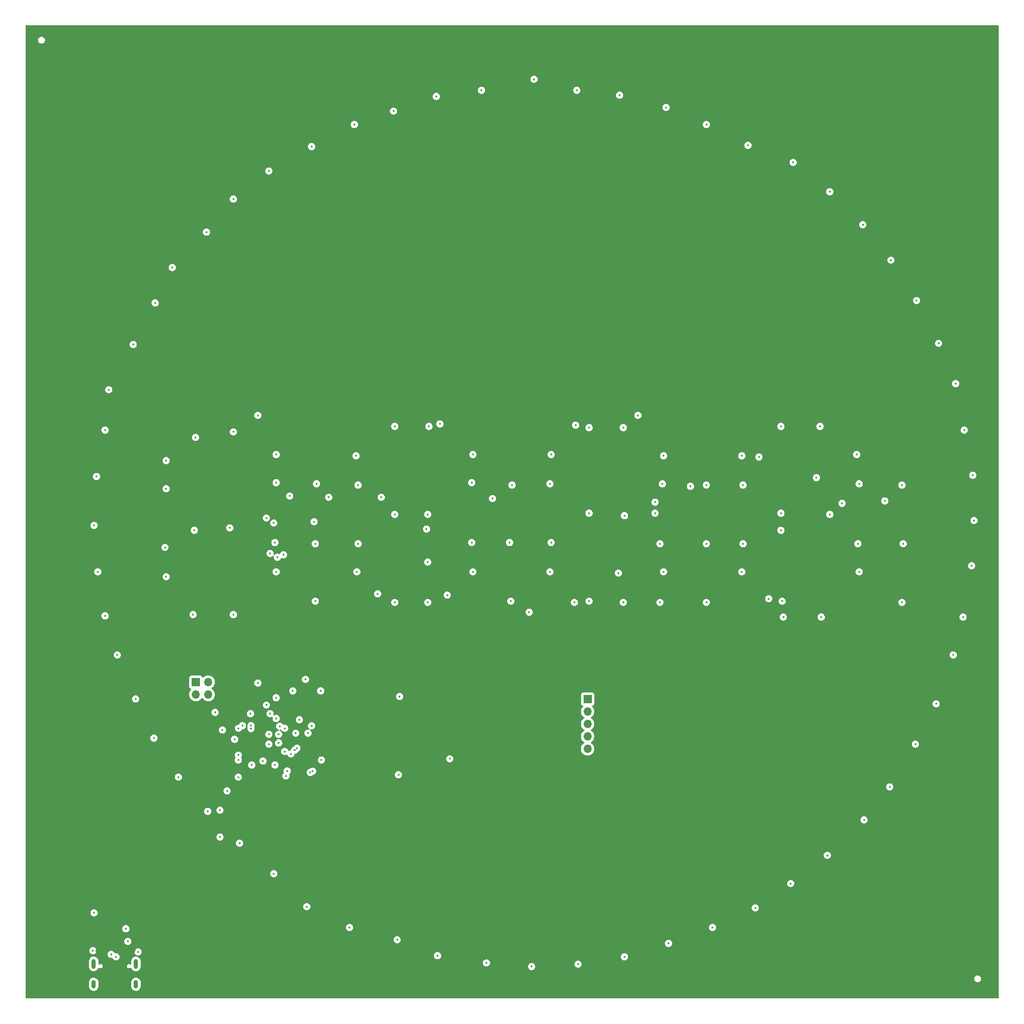
<source format=gbr>
%TF.GenerationSoftware,KiCad,Pcbnew,7.0.2-0*%
%TF.CreationDate,2023-04-30T21:52:29+02:00*%
%TF.ProjectId,tomclock,746f6d63-6c6f-4636-9b2e-6b696361645f,rev?*%
%TF.SameCoordinates,Original*%
%TF.FileFunction,Copper,L2,Inr*%
%TF.FilePolarity,Positive*%
%FSLAX46Y46*%
G04 Gerber Fmt 4.6, Leading zero omitted, Abs format (unit mm)*
G04 Created by KiCad (PCBNEW 7.0.2-0) date 2023-04-30 21:52:29*
%MOMM*%
%LPD*%
G01*
G04 APERTURE LIST*
%TA.AperFunction,ComponentPad*%
%ADD10R,1.700000X1.700000*%
%TD*%
%TA.AperFunction,ComponentPad*%
%ADD11O,1.700000X1.700000*%
%TD*%
%TA.AperFunction,ComponentPad*%
%ADD12O,0.900000X2.000000*%
%TD*%
%TA.AperFunction,ComponentPad*%
%ADD13O,0.900000X1.700000*%
%TD*%
%TA.AperFunction,ViaPad*%
%ADD14C,0.450000*%
%TD*%
G04 APERTURE END LIST*
D10*
%TO.N,GND*%
%TO.C,J5*%
X56060000Y-148310000D03*
D11*
X58600000Y-148310000D03*
%TO.N,/rp2040_base/USB_BOOT*%
X56060000Y-150850000D03*
%TO.N,/rp2040_base/RESET*%
X58600000Y-150850000D03*
%TD*%
D10*
%TO.N,GND*%
%TO.C,J1*%
X136200000Y-151790000D03*
D11*
%TO.N,+3V3*%
X136200000Y-154330000D03*
%TO.N,/GPIO19_I2C1_SDA*%
X136200000Y-156870000D03*
%TO.N,/GPIO19_I2C1_SCL*%
X136200000Y-159410000D03*
%TO.N,unconnected-(J1-Pin_5-Pad5)*%
X136200000Y-161950000D03*
%TD*%
D12*
%TO.N,GND*%
%TO.C,J2*%
X35180000Y-205945000D03*
D13*
X35180000Y-210115000D03*
D12*
X43820000Y-205945000D03*
D13*
X43820000Y-210115000D03*
%TD*%
D14*
%TO.N,GND*%
X80500000Y-120000000D03*
X143750000Y-114250000D03*
X71000000Y-159000000D03*
X65000000Y-181250000D03*
X178250000Y-42000000D03*
X40000000Y-142750000D03*
X168000000Y-120000000D03*
X191250000Y-101750000D03*
X124750000Y-206500000D03*
X103500000Y-114000000D03*
X160500000Y-108000000D03*
X37500000Y-96750000D03*
X72250000Y-119750000D03*
X97250000Y-201000000D03*
X200500000Y-132000000D03*
X78750000Y-194250000D03*
X160500000Y-132000000D03*
X105500000Y-204250000D03*
X114500000Y-27250000D03*
X143500000Y-132000000D03*
X191500000Y-120000000D03*
X43250000Y-79250000D03*
X36000000Y-125750000D03*
X120500000Y-131750000D03*
X81600000Y-150100000D03*
X208000000Y-79000000D03*
X112500000Y-107500000D03*
X125250000Y-25000000D03*
X203500000Y-70250000D03*
X175750000Y-96000000D03*
X175750000Y-117250000D03*
X120750000Y-108000000D03*
X191750000Y-125750000D03*
X43750000Y-151750000D03*
X44250000Y-203500000D03*
X47750000Y-70750000D03*
X161750000Y-198500000D03*
X160500000Y-120000000D03*
X128500000Y-107750000D03*
X37500000Y-134750000D03*
X50000000Y-126750000D03*
X211500000Y-87250000D03*
X143500000Y-96250000D03*
X192750000Y-176500000D03*
X151750000Y-125750000D03*
X151000000Y-120000000D03*
X183750000Y-96000000D03*
X176000000Y-131750000D03*
X97750000Y-151250000D03*
X72500000Y-107500000D03*
X50000000Y-108750000D03*
X108000000Y-164000000D03*
X103500000Y-132000000D03*
X87500000Y-198500000D03*
X213250000Y-96750000D03*
X198250000Y-62000000D03*
X68750000Y-148500000D03*
X170500000Y-194500000D03*
X80500000Y-131750000D03*
X56000000Y-98250000D03*
X63000000Y-116750000D03*
X71000000Y-161000000D03*
X185750000Y-48000000D03*
X185250000Y-183750000D03*
X96750000Y-96000000D03*
X136500000Y-96250000D03*
X80750000Y-107750000D03*
X67500000Y-165250000D03*
X177750000Y-189500000D03*
X52500000Y-167750000D03*
X35750000Y-106250000D03*
X71000000Y-43750000D03*
X96750000Y-114000000D03*
X215000000Y-106000000D03*
X64000000Y-160000000D03*
X64750000Y-164250000D03*
X134000000Y-27250000D03*
X63750000Y-49500000D03*
X105250000Y-28500000D03*
X73219634Y-157335000D03*
X89250000Y-108000000D03*
X112750000Y-125750000D03*
X75900000Y-150100000D03*
X72500000Y-101750000D03*
X167750000Y-102000000D03*
X58500000Y-174750000D03*
X72000000Y-187500000D03*
X70500000Y-153000000D03*
X136500000Y-131750000D03*
X35000000Y-203250000D03*
X58250000Y-56250000D03*
X38250000Y-88500000D03*
X79750000Y-38750000D03*
X103750000Y-96000000D03*
X143750000Y-204500000D03*
X79000000Y-158750000D03*
X128750000Y-119750000D03*
X55750000Y-117250000D03*
X88500000Y-34250000D03*
X79750000Y-157250000D03*
X41750000Y-198750000D03*
X89250000Y-120000000D03*
X167750000Y-125750000D03*
X89000000Y-125750000D03*
X64750000Y-163250000D03*
X120250000Y-119750000D03*
X142750000Y-28250000D03*
X168000000Y-108000000D03*
X49750000Y-120750000D03*
X184000000Y-135000000D03*
X213000000Y-135000000D03*
X112500000Y-119750000D03*
X73000000Y-159000000D03*
X64750000Y-167750000D03*
X185750000Y-114000000D03*
X63750000Y-97125500D03*
X198000000Y-169750000D03*
X203250000Y-161000000D03*
X74500000Y-167500000D03*
X176250000Y-135000000D03*
X175750000Y-113750000D03*
X72500000Y-125750000D03*
X50000000Y-103000000D03*
X47500000Y-159750000D03*
X35250000Y-195500000D03*
X51250000Y-63500000D03*
X152750000Y-201750000D03*
X215250000Y-115250000D03*
X160500000Y-34250000D03*
X81750000Y-164250000D03*
X214750000Y-124500000D03*
X88844500Y-102000000D03*
X151500000Y-107750000D03*
X211000000Y-142750000D03*
X128500000Y-125750000D03*
X63750000Y-134500000D03*
X128750000Y-101750000D03*
X151750000Y-102000000D03*
X134250000Y-206000000D03*
X55500000Y-134500000D03*
X192500000Y-54750000D03*
X207500000Y-152750000D03*
X115500000Y-205750000D03*
X200500000Y-108000000D03*
X97500000Y-167250000D03*
X112750000Y-101750000D03*
X136500000Y-113750000D03*
X35250000Y-116250000D03*
X169000000Y-38500000D03*
X73000000Y-160750000D03*
X191750000Y-107750000D03*
X96500000Y-31500000D03*
X96750000Y-132000000D03*
X200750000Y-120000000D03*
X152250000Y-30750000D03*
%TO.N,VBUS*%
X49500000Y-129500000D03*
X99000000Y-110500000D03*
X186750000Y-124750000D03*
X189750000Y-163250000D03*
X32000000Y-82000000D03*
X52000000Y-49500000D03*
X45500000Y-56750000D03*
X115250000Y-115500000D03*
X202250000Y-83500000D03*
X184500000Y-52250000D03*
X83000000Y-98000000D03*
X87250000Y-150250000D03*
X44250000Y-164000000D03*
X195250000Y-127750000D03*
X184000000Y-170500000D03*
X89000000Y-93250000D03*
X106000000Y-123250000D03*
X57750000Y-42750000D03*
X137250000Y-21750000D03*
X105750000Y-117500000D03*
X90750000Y-195500000D03*
X162500000Y-100750000D03*
X206750000Y-101750000D03*
X170750000Y-113000000D03*
X60500000Y-128250000D03*
X123000000Y-116000000D03*
X96500000Y-150250000D03*
X121250000Y-123500000D03*
X100000000Y-198000000D03*
X27500000Y-119750000D03*
X96500000Y-167250000D03*
X41500000Y-105500000D03*
X105500000Y-100000000D03*
X122500000Y-100500000D03*
X57750000Y-111750000D03*
X75250000Y-115750000D03*
X205250000Y-129250000D03*
X162750000Y-124750000D03*
X34750000Y-147500000D03*
X65250000Y-123000000D03*
X190250000Y-59750000D03*
X41250000Y-117500000D03*
X118500000Y-199750000D03*
X195500000Y-115500000D03*
X50000000Y-171750000D03*
X41500000Y-99500000D03*
X122500000Y-106500000D03*
X162750000Y-106750000D03*
X155000000Y-28000000D03*
X29500000Y-92750000D03*
X154750000Y-106750000D03*
X130250000Y-94500000D03*
X136500000Y-197750000D03*
X91500000Y-128250000D03*
X177750000Y-45500000D03*
X100000000Y-21500000D03*
X138500000Y-92500000D03*
X153000000Y-130000000D03*
X186750000Y-118750000D03*
X127750000Y-20250000D03*
X65500000Y-117250000D03*
X199250000Y-74250000D03*
X43500000Y-203250000D03*
X186750000Y-100500000D03*
X75500000Y-128250000D03*
X34750000Y-73750000D03*
X35750000Y-203250000D03*
X64500000Y-185250000D03*
X115000000Y-103750000D03*
X118750000Y-19500000D03*
X138750000Y-128000000D03*
X41250000Y-123500000D03*
X207250000Y-111000000D03*
X195000000Y-104000000D03*
X82000000Y-192000000D03*
X39500000Y-156250000D03*
X145750000Y-118500000D03*
X90750000Y-23500000D03*
X205250000Y-92500000D03*
X178750000Y-94500000D03*
X162750000Y-118750000D03*
X154000000Y-193000000D03*
X99500000Y-91750000D03*
X57750000Y-93500000D03*
X27000000Y-110750000D03*
X40250000Y-64500000D03*
X105250000Y-105250000D03*
X207000000Y-120750000D03*
X127500000Y-199500000D03*
X147000000Y-24250000D03*
X145250000Y-124000000D03*
X186500000Y-106750000D03*
X145000000Y-196250000D03*
X178500000Y-130750000D03*
X89250000Y-111500000D03*
X178000000Y-176750000D03*
X138500000Y-110250000D03*
X50000000Y-93250000D03*
X64500000Y-105250000D03*
X65250000Y-99250000D03*
X81750000Y-105000000D03*
X170250000Y-130750000D03*
X131000000Y-110250000D03*
X57250000Y-178250000D03*
X109250000Y-19750000D03*
X131000000Y-127500000D03*
X146000000Y-100250000D03*
X49750000Y-111250000D03*
X195250000Y-66250000D03*
X82250000Y-116500000D03*
X72500000Y-31250000D03*
X73500000Y-188000000D03*
X163750000Y-32000000D03*
X203000000Y-139000000D03*
X171500000Y-37000000D03*
X82000000Y-123000000D03*
X196000000Y-155250000D03*
X170000000Y-182750000D03*
X65500000Y-36750000D03*
X29000000Y-129250000D03*
X162500000Y-187750000D03*
X154500000Y-118750000D03*
X32000000Y-139250000D03*
X199750000Y-147500000D03*
X75250000Y-103750000D03*
X81250000Y-27500000D03*
X179000000Y-112750000D03*
X170750000Y-94750000D03*
X109000000Y-199500000D03*
X27500000Y-101250000D03*
X115250000Y-127500000D03*
X146000000Y-106250000D03*
X99500000Y-128000000D03*
%TO.N,+3V3*%
X71250000Y-154750000D03*
X76500000Y-158750000D03*
X77250000Y-156000000D03*
X74750000Y-166500000D03*
X67250000Y-154750000D03*
X72250000Y-165250000D03*
X75500000Y-163000000D03*
X69785000Y-164450000D03*
%TO.N,Net-(DS37-DOUT)*%
X61000000Y-180000000D03*
X61000000Y-174500000D03*
%TO.N,/Digit1/S9*%
X68750000Y-93750000D03*
X74000000Y-122250000D03*
%TO.N,Net-(DS67-DOUT)*%
X70500000Y-114750000D03*
X72000000Y-115750000D03*
%TO.N,Net-(DS69-DOUT)*%
X72750000Y-122750000D03*
X71250000Y-122000000D03*
%TO.N,/Digit2/S9*%
X103500000Y-123750000D03*
X106000000Y-95500000D03*
X103250000Y-117000000D03*
X107500000Y-130500000D03*
%TO.N,Net-(DS74-DOUT)*%
X80250000Y-115500000D03*
X75250000Y-110250000D03*
%TO.N,Net-(DS81-DOUT)*%
X83250000Y-110500000D03*
X94000000Y-110500000D03*
%TO.N,/Digit2/DIGIT_OUT*%
X124250000Y-134000000D03*
X133750000Y-95750000D03*
%TO.N,Net-(DS89-DOUT)*%
X93250000Y-130250000D03*
X116750000Y-110750000D03*
%TO.N,/Digit3/S9*%
X150000000Y-111500000D03*
X150000000Y-113750000D03*
X146500000Y-93750000D03*
X151000000Y-132000000D03*
%TO.N,/Digit3/DIGIT_OUT*%
X171250000Y-102250000D03*
X142500000Y-126000000D03*
%TO.N,Net-(DS106-DOUT)*%
X157250000Y-108250000D03*
X133500000Y-132000000D03*
%TO.N,/Digit4/S9*%
X183000000Y-106500000D03*
X188250000Y-111750000D03*
%TO.N,/rp2040_base/XIN*%
X72500000Y-151500000D03*
X72500000Y-155750000D03*
%TO.N,/rp2040_base/USB_C_D-*%
X38750000Y-204000000D03*
X39750000Y-204500000D03*
X42150000Y-201350000D03*
%TO.N,Net-(DS123-DOUT)*%
X197000000Y-111250000D03*
X173250000Y-131250000D03*
%TO.N,/rp2040_base/QSPI_SS*%
X74250000Y-162500000D03*
X60000000Y-154500000D03*
%TO.N,/rp2040_base/XOUT*%
X78500000Y-147750000D03*
X74250000Y-157750000D03*
%TO.N,/rp2040_base/GPIO0*%
X79453080Y-166773460D03*
X76271486Y-162225939D03*
%TO.N,/rp2040_base/GPIO1*%
X79968720Y-166515640D03*
X76750000Y-161815000D03*
%TO.N,/GPIO19_I2C1_SCL*%
X61500000Y-158100000D03*
X65600000Y-157200000D03*
X67350000Y-157200000D03*
%TO.N,/GPIO19_I2C1_SDA*%
X62450000Y-170550000D03*
X67350000Y-157800000D03*
X64800000Y-157750000D03*
%TD*%
%TA.AperFunction,Conductor*%
%TO.N,VBUS*%
G36*
X220221621Y-13990502D02*
G01*
X220268114Y-14044158D01*
X220279500Y-14096500D01*
X220279500Y-212903500D01*
X220259498Y-212971621D01*
X220205842Y-213018114D01*
X220153500Y-213029500D01*
X21346500Y-213029500D01*
X21278379Y-213009498D01*
X21231886Y-212955842D01*
X21220500Y-212903500D01*
X21220500Y-210563608D01*
X34221500Y-210563608D01*
X34221823Y-210566784D01*
X34221824Y-210566804D01*
X34236278Y-210708935D01*
X34236279Y-210708940D01*
X34265922Y-210803417D01*
X34294637Y-210894940D01*
X34389242Y-211065386D01*
X34455494Y-211142560D01*
X34516220Y-211213297D01*
X34670373Y-211332620D01*
X34845391Y-211418471D01*
X35034108Y-211467333D01*
X35228798Y-211477206D01*
X35421489Y-211447687D01*
X35604295Y-211379983D01*
X35769729Y-211276867D01*
X35911020Y-211142560D01*
X36022383Y-210982561D01*
X36099259Y-210803419D01*
X36138500Y-210612470D01*
X36138500Y-210563608D01*
X42861500Y-210563608D01*
X42861823Y-210566784D01*
X42861824Y-210566804D01*
X42876278Y-210708935D01*
X42876279Y-210708940D01*
X42905922Y-210803417D01*
X42934637Y-210894940D01*
X43029242Y-211065386D01*
X43095494Y-211142560D01*
X43156220Y-211213297D01*
X43310373Y-211332620D01*
X43485391Y-211418471D01*
X43674108Y-211467333D01*
X43868798Y-211477206D01*
X44061489Y-211447687D01*
X44244295Y-211379983D01*
X44409729Y-211276867D01*
X44551020Y-211142560D01*
X44662383Y-210982561D01*
X44739259Y-210803419D01*
X44778500Y-210612470D01*
X44778500Y-209666392D01*
X44763721Y-209521060D01*
X44705363Y-209335061D01*
X44610759Y-209164616D01*
X44610758Y-209164614D01*
X44610757Y-209164613D01*
X44542772Y-209085420D01*
X215296500Y-209085420D01*
X215337385Y-209251297D01*
X215416778Y-209402569D01*
X215530067Y-209530445D01*
X215670666Y-209627493D01*
X215830405Y-209688074D01*
X215957447Y-209703500D01*
X215961256Y-209703500D01*
X216038744Y-209703500D01*
X216042553Y-209703500D01*
X216169595Y-209688074D01*
X216329334Y-209627493D01*
X216469933Y-209530445D01*
X216583222Y-209402569D01*
X216662615Y-209251297D01*
X216703500Y-209085420D01*
X216703500Y-208914580D01*
X216662615Y-208748703D01*
X216583222Y-208597431D01*
X216469933Y-208469555D01*
X216329334Y-208372507D01*
X216329333Y-208372506D01*
X216169594Y-208311925D01*
X216046336Y-208296959D01*
X216046330Y-208296958D01*
X216042553Y-208296500D01*
X215957447Y-208296500D01*
X215953670Y-208296958D01*
X215953663Y-208296959D01*
X215830405Y-208311925D01*
X215670666Y-208372506D01*
X215530067Y-208469554D01*
X215416777Y-208597431D01*
X215337386Y-208748701D01*
X215337385Y-208748703D01*
X215296500Y-208914580D01*
X215296500Y-209085420D01*
X44542772Y-209085420D01*
X44483780Y-209016703D01*
X44329626Y-208897379D01*
X44154610Y-208811529D01*
X43965889Y-208762666D01*
X43771203Y-208752794D01*
X43771202Y-208752794D01*
X43745605Y-208756715D01*
X43578511Y-208782312D01*
X43395705Y-208850016D01*
X43230271Y-208953132D01*
X43088979Y-209087441D01*
X42977617Y-209247437D01*
X42900740Y-209426582D01*
X42881325Y-209521060D01*
X42861500Y-209617530D01*
X42861500Y-210563608D01*
X36138500Y-210563608D01*
X36138500Y-209666392D01*
X36123721Y-209521060D01*
X36065363Y-209335061D01*
X35970759Y-209164616D01*
X35970758Y-209164614D01*
X35970757Y-209164613D01*
X35843780Y-209016703D01*
X35689626Y-208897379D01*
X35514610Y-208811529D01*
X35325889Y-208762666D01*
X35131203Y-208752794D01*
X35131202Y-208752794D01*
X35105605Y-208756715D01*
X34938511Y-208782312D01*
X34755705Y-208850016D01*
X34590271Y-208953132D01*
X34448979Y-209087441D01*
X34337617Y-209247437D01*
X34260740Y-209426582D01*
X34241325Y-209521060D01*
X34221500Y-209617530D01*
X34221500Y-210563608D01*
X21220500Y-210563608D01*
X21220500Y-206543608D01*
X34221500Y-206543608D01*
X34221823Y-206546784D01*
X34221824Y-206546804D01*
X34236278Y-206688935D01*
X34236279Y-206688940D01*
X34265542Y-206782207D01*
X34294637Y-206874940D01*
X34389242Y-207045386D01*
X34455494Y-207122560D01*
X34516220Y-207193297D01*
X34670373Y-207312620D01*
X34845391Y-207398471D01*
X35034108Y-207447333D01*
X35228798Y-207457206D01*
X35421489Y-207427687D01*
X35604295Y-207359983D01*
X35769729Y-207256867D01*
X35911020Y-207122560D01*
X36022383Y-206962561D01*
X36099259Y-206783419D01*
X36099259Y-206783416D01*
X36103615Y-206773267D01*
X36148860Y-206718554D01*
X36216502Y-206696988D01*
X36285065Y-206715416D01*
X36312281Y-206739424D01*
X36315942Y-206741920D01*
X36422419Y-206814515D01*
X36545565Y-206852500D01*
X36642037Y-206852500D01*
X36642039Y-206852500D01*
X36737431Y-206838122D01*
X36853540Y-206782207D01*
X36948008Y-206694553D01*
X37012444Y-206582948D01*
X37041120Y-206457308D01*
X37036278Y-206392691D01*
X41958879Y-206392691D01*
X41968509Y-206521202D01*
X42015591Y-206641162D01*
X42015592Y-206641164D01*
X42095942Y-206741920D01*
X42202419Y-206814515D01*
X42325565Y-206852500D01*
X42422037Y-206852500D01*
X42422039Y-206852500D01*
X42517431Y-206838122D01*
X42633540Y-206782207D01*
X42697998Y-206722397D01*
X42761538Y-206690726D01*
X42832115Y-206698435D01*
X42887321Y-206743077D01*
X42903920Y-206777038D01*
X42923085Y-206838121D01*
X42934637Y-206874940D01*
X43029242Y-207045386D01*
X43095494Y-207122560D01*
X43156220Y-207193297D01*
X43310373Y-207312620D01*
X43485391Y-207398471D01*
X43674108Y-207447333D01*
X43868798Y-207457206D01*
X44061489Y-207427687D01*
X44244295Y-207359983D01*
X44409729Y-207256867D01*
X44551020Y-207122560D01*
X44662383Y-206962561D01*
X44739259Y-206783419D01*
X44778500Y-206592470D01*
X44778500Y-206499999D01*
X124011859Y-206499999D01*
X124030366Y-206664254D01*
X124084957Y-206820266D01*
X124172899Y-206960225D01*
X124289774Y-207077100D01*
X124289776Y-207077101D01*
X124289777Y-207077102D01*
X124429733Y-207165042D01*
X124585748Y-207219634D01*
X124750000Y-207238141D01*
X124914252Y-207219634D01*
X125070267Y-207165042D01*
X125210223Y-207077102D01*
X125327102Y-206960223D01*
X125415042Y-206820267D01*
X125469634Y-206664252D01*
X125488141Y-206500000D01*
X125469634Y-206335748D01*
X125415042Y-206179733D01*
X125327102Y-206039777D01*
X125327101Y-206039776D01*
X125327100Y-206039774D01*
X125287325Y-205999999D01*
X133511859Y-205999999D01*
X133530366Y-206164254D01*
X133584957Y-206320266D01*
X133672899Y-206460225D01*
X133789774Y-206577100D01*
X133789776Y-206577101D01*
X133789777Y-206577102D01*
X133814235Y-206592470D01*
X133929733Y-206665042D01*
X134082661Y-206718554D01*
X134085748Y-206719634D01*
X134250000Y-206738141D01*
X134414252Y-206719634D01*
X134570267Y-206665042D01*
X134710223Y-206577102D01*
X134827102Y-206460223D01*
X134915042Y-206320267D01*
X134969634Y-206164252D01*
X134988141Y-206000000D01*
X134969634Y-205835748D01*
X134939629Y-205750000D01*
X134915042Y-205679733D01*
X134855987Y-205585748D01*
X134827102Y-205539777D01*
X134827101Y-205539776D01*
X134827100Y-205539774D01*
X134710225Y-205422899D01*
X134570266Y-205334957D01*
X134414254Y-205280366D01*
X134250000Y-205261859D01*
X134085745Y-205280366D01*
X133929733Y-205334957D01*
X133789774Y-205422899D01*
X133672899Y-205539774D01*
X133584957Y-205679733D01*
X133530366Y-205835745D01*
X133511859Y-205999999D01*
X125287325Y-205999999D01*
X125210225Y-205922899D01*
X125070266Y-205834957D01*
X124914254Y-205780366D01*
X124804750Y-205768028D01*
X124750000Y-205761859D01*
X124749999Y-205761859D01*
X124585745Y-205780366D01*
X124429733Y-205834957D01*
X124289774Y-205922899D01*
X124172899Y-206039774D01*
X124084957Y-206179733D01*
X124030366Y-206335745D01*
X124011859Y-206499999D01*
X44778500Y-206499999D01*
X44778500Y-205750000D01*
X114761859Y-205750000D01*
X114780366Y-205914254D01*
X114834957Y-206070266D01*
X114922899Y-206210225D01*
X115039774Y-206327100D01*
X115039776Y-206327101D01*
X115039777Y-206327102D01*
X115179733Y-206415042D01*
X115335748Y-206469634D01*
X115500000Y-206488141D01*
X115664252Y-206469634D01*
X115820267Y-206415042D01*
X115960223Y-206327102D01*
X116077102Y-206210223D01*
X116165042Y-206070267D01*
X116219634Y-205914252D01*
X116238141Y-205750000D01*
X116219634Y-205585748D01*
X116165042Y-205429733D01*
X116077102Y-205289777D01*
X116077101Y-205289776D01*
X116077100Y-205289774D01*
X115960225Y-205172899D01*
X115820266Y-205084957D01*
X115664254Y-205030366D01*
X115500000Y-205011859D01*
X115335745Y-205030366D01*
X115179733Y-205084957D01*
X115039774Y-205172899D01*
X114922899Y-205289774D01*
X114834957Y-205429733D01*
X114780366Y-205585745D01*
X114761859Y-205750000D01*
X44778500Y-205750000D01*
X44778500Y-205346392D01*
X44763721Y-205201060D01*
X44705363Y-205015061D01*
X44610759Y-204844616D01*
X44610758Y-204844614D01*
X44610757Y-204844613D01*
X44483780Y-204696703D01*
X44329626Y-204577379D01*
X44154611Y-204491530D01*
X44154609Y-204491529D01*
X44073898Y-204470631D01*
X44013587Y-204434563D01*
X43977291Y-204443245D01*
X43771203Y-204432793D01*
X43578511Y-204462312D01*
X43395705Y-204530016D01*
X43230271Y-204633132D01*
X43088979Y-204767441D01*
X42977617Y-204927437D01*
X42900740Y-205106582D01*
X42861500Y-205297530D01*
X42861500Y-205990654D01*
X42841498Y-206058775D01*
X42787842Y-206105268D01*
X42717568Y-206115372D01*
X42664522Y-206094760D01*
X42577581Y-206035485D01*
X42454435Y-205997500D01*
X42357961Y-205997500D01*
X42310264Y-206004689D01*
X42262567Y-206011878D01*
X42146460Y-206067792D01*
X42051993Y-206155445D01*
X41987555Y-206267053D01*
X41958879Y-206392691D01*
X37036278Y-206392691D01*
X37031490Y-206328798D01*
X37030824Y-206327102D01*
X36984408Y-206208837D01*
X36984408Y-206208836D01*
X36904058Y-206108080D01*
X36904057Y-206108079D01*
X36904056Y-206108078D01*
X36797581Y-206035485D01*
X36674435Y-205997500D01*
X36577961Y-205997500D01*
X36530264Y-206004689D01*
X36482567Y-206011878D01*
X36366459Y-206067792D01*
X36350202Y-206082878D01*
X36286661Y-206114550D01*
X36216084Y-206106841D01*
X36160879Y-206062199D01*
X36138573Y-205994797D01*
X36138500Y-205990514D01*
X36138500Y-205349592D01*
X36138500Y-205346392D01*
X36123721Y-205201060D01*
X36065363Y-205015061D01*
X35970759Y-204844616D01*
X35970758Y-204844614D01*
X35970757Y-204844613D01*
X35843780Y-204696703D01*
X35689626Y-204577379D01*
X35514610Y-204491529D01*
X35325889Y-204442666D01*
X35131203Y-204432794D01*
X35131202Y-204432794D01*
X35119655Y-204434563D01*
X34938511Y-204462312D01*
X34755705Y-204530016D01*
X34590271Y-204633132D01*
X34448979Y-204767441D01*
X34337617Y-204927437D01*
X34260740Y-205106582D01*
X34225027Y-205280366D01*
X34221500Y-205297530D01*
X34221500Y-206543608D01*
X21220500Y-206543608D01*
X21220500Y-204000000D01*
X38011859Y-204000000D01*
X38030366Y-204164254D01*
X38084957Y-204320266D01*
X38172899Y-204460225D01*
X38289774Y-204577100D01*
X38289776Y-204577101D01*
X38289777Y-204577102D01*
X38378948Y-204633132D01*
X38429733Y-204665042D01*
X38583967Y-204719011D01*
X38585748Y-204719634D01*
X38750000Y-204738141D01*
X38914252Y-204719634D01*
X38916032Y-204719010D01*
X38922885Y-204718660D01*
X38928360Y-204718044D01*
X38928397Y-204718379D01*
X38986935Y-204715389D01*
X39048541Y-204750676D01*
X39076578Y-204796321D01*
X39084957Y-204820265D01*
X39084958Y-204820267D01*
X39128928Y-204890244D01*
X39172899Y-204960225D01*
X39289774Y-205077100D01*
X39429733Y-205165042D01*
X39532666Y-205201060D01*
X39585748Y-205219634D01*
X39750000Y-205238141D01*
X39914252Y-205219634D01*
X40070267Y-205165042D01*
X40210223Y-205077102D01*
X40327102Y-204960223D01*
X40415042Y-204820267D01*
X40469634Y-204664252D01*
X40488141Y-204500000D01*
X40469634Y-204335748D01*
X40439629Y-204250000D01*
X40439629Y-204249999D01*
X104761859Y-204249999D01*
X104780366Y-204414254D01*
X104834957Y-204570266D01*
X104922899Y-204710225D01*
X105039774Y-204827100D01*
X105039776Y-204827101D01*
X105039777Y-204827102D01*
X105179733Y-204915042D01*
X105335748Y-204969634D01*
X105500000Y-204988141D01*
X105664252Y-204969634D01*
X105820267Y-204915042D01*
X105960223Y-204827102D01*
X106077102Y-204710223D01*
X106165042Y-204570267D01*
X106189630Y-204499999D01*
X143011859Y-204499999D01*
X143030366Y-204664254D01*
X143084957Y-204820266D01*
X143172899Y-204960225D01*
X143289774Y-205077100D01*
X143429733Y-205165042D01*
X143532666Y-205201060D01*
X143585748Y-205219634D01*
X143750000Y-205238141D01*
X143914252Y-205219634D01*
X144070267Y-205165042D01*
X144210223Y-205077102D01*
X144327102Y-204960223D01*
X144415042Y-204820267D01*
X144469634Y-204664252D01*
X144488141Y-204500000D01*
X144469634Y-204335748D01*
X144439629Y-204250000D01*
X144415042Y-204179733D01*
X144355987Y-204085748D01*
X144327102Y-204039777D01*
X144327101Y-204039776D01*
X144327100Y-204039774D01*
X144210225Y-203922899D01*
X144070266Y-203834957D01*
X143914254Y-203780366D01*
X143750000Y-203761859D01*
X143585745Y-203780366D01*
X143429733Y-203834957D01*
X143289774Y-203922899D01*
X143172899Y-204039774D01*
X143084957Y-204179733D01*
X143030366Y-204335745D01*
X143011859Y-204499999D01*
X106189630Y-204499999D01*
X106219634Y-204414252D01*
X106238141Y-204250000D01*
X106219634Y-204085748D01*
X106189629Y-204000000D01*
X106165042Y-203929733D01*
X106105987Y-203835748D01*
X106077102Y-203789777D01*
X106077101Y-203789776D01*
X106077100Y-203789774D01*
X105960225Y-203672899D01*
X105820266Y-203584957D01*
X105664254Y-203530366D01*
X105500000Y-203511859D01*
X105335745Y-203530366D01*
X105179733Y-203584957D01*
X105039774Y-203672899D01*
X104922899Y-203789774D01*
X104834957Y-203929733D01*
X104780366Y-204085745D01*
X104761859Y-204249999D01*
X40439629Y-204249999D01*
X40415042Y-204179733D01*
X40355987Y-204085748D01*
X40327102Y-204039777D01*
X40327101Y-204039776D01*
X40327100Y-204039774D01*
X40210225Y-203922899D01*
X40070266Y-203834957D01*
X39914254Y-203780366D01*
X39750000Y-203761859D01*
X39585748Y-203780366D01*
X39585746Y-203780366D01*
X39585743Y-203780367D01*
X39583960Y-203780991D01*
X39577097Y-203781341D01*
X39571641Y-203781956D01*
X39571603Y-203781621D01*
X39513056Y-203784609D01*
X39451451Y-203749318D01*
X39423421Y-203703678D01*
X39415042Y-203679733D01*
X39327102Y-203539777D01*
X39327101Y-203539776D01*
X39327100Y-203539774D01*
X39287326Y-203500000D01*
X43511859Y-203500000D01*
X43530366Y-203664254D01*
X43584957Y-203820266D01*
X43672899Y-203960225D01*
X43789774Y-204077100D01*
X43929733Y-204165042D01*
X44025287Y-204198478D01*
X44072398Y-204232267D01*
X44101420Y-204222719D01*
X44119574Y-204223445D01*
X44250000Y-204238141D01*
X44414252Y-204219634D01*
X44570267Y-204165042D01*
X44710223Y-204077102D01*
X44827102Y-203960223D01*
X44915042Y-203820267D01*
X44969634Y-203664252D01*
X44988141Y-203500000D01*
X44969634Y-203335748D01*
X44939629Y-203250000D01*
X44915042Y-203179733D01*
X44855987Y-203085748D01*
X44827102Y-203039777D01*
X44827101Y-203039776D01*
X44827100Y-203039774D01*
X44710225Y-202922899D01*
X44570266Y-202834957D01*
X44414254Y-202780366D01*
X44250000Y-202761859D01*
X44085745Y-202780366D01*
X43929733Y-202834957D01*
X43789774Y-202922899D01*
X43672899Y-203039774D01*
X43584957Y-203179733D01*
X43530366Y-203335745D01*
X43511859Y-203500000D01*
X39287326Y-203500000D01*
X39210225Y-203422899D01*
X39070266Y-203334957D01*
X38914254Y-203280366D01*
X38804750Y-203268027D01*
X38750000Y-203261859D01*
X38749999Y-203261859D01*
X38585745Y-203280366D01*
X38429733Y-203334957D01*
X38289774Y-203422899D01*
X38172899Y-203539774D01*
X38084957Y-203679733D01*
X38030366Y-203835745D01*
X38011859Y-204000000D01*
X21220500Y-204000000D01*
X21220500Y-203250000D01*
X34261859Y-203250000D01*
X34280366Y-203414254D01*
X34334957Y-203570266D01*
X34422899Y-203710225D01*
X34539774Y-203827100D01*
X34539776Y-203827101D01*
X34539777Y-203827102D01*
X34679733Y-203915042D01*
X34835748Y-203969634D01*
X35000000Y-203988141D01*
X35164252Y-203969634D01*
X35320267Y-203915042D01*
X35460223Y-203827102D01*
X35577102Y-203710223D01*
X35665042Y-203570267D01*
X35719634Y-203414252D01*
X35738141Y-203250000D01*
X35719634Y-203085748D01*
X35665042Y-202929733D01*
X35577102Y-202789777D01*
X35577101Y-202789776D01*
X35577100Y-202789774D01*
X35460225Y-202672899D01*
X35320266Y-202584957D01*
X35164254Y-202530366D01*
X35054750Y-202518027D01*
X35000000Y-202511859D01*
X34999999Y-202511859D01*
X34835745Y-202530366D01*
X34679733Y-202584957D01*
X34539774Y-202672899D01*
X34422899Y-202789774D01*
X34334957Y-202929733D01*
X34280366Y-203085745D01*
X34261859Y-203250000D01*
X21220500Y-203250000D01*
X21220500Y-201350000D01*
X41411859Y-201350000D01*
X41430366Y-201514254D01*
X41484957Y-201670266D01*
X41572899Y-201810225D01*
X41689774Y-201927100D01*
X41689776Y-201927101D01*
X41689777Y-201927102D01*
X41829733Y-202015042D01*
X41985748Y-202069634D01*
X42150000Y-202088141D01*
X42314252Y-202069634D01*
X42470267Y-202015042D01*
X42610223Y-201927102D01*
X42727102Y-201810223D01*
X42764943Y-201750000D01*
X152011859Y-201750000D01*
X152030366Y-201914254D01*
X152084957Y-202070266D01*
X152172899Y-202210225D01*
X152289774Y-202327100D01*
X152289776Y-202327101D01*
X152289777Y-202327102D01*
X152429733Y-202415042D01*
X152585748Y-202469634D01*
X152750000Y-202488141D01*
X152914252Y-202469634D01*
X153070267Y-202415042D01*
X153210223Y-202327102D01*
X153327102Y-202210223D01*
X153415042Y-202070267D01*
X153469634Y-201914252D01*
X153488141Y-201750000D01*
X153469634Y-201585748D01*
X153415042Y-201429733D01*
X153327102Y-201289777D01*
X153327101Y-201289776D01*
X153327100Y-201289774D01*
X153210225Y-201172899D01*
X153070266Y-201084957D01*
X152914254Y-201030366D01*
X152804750Y-201018027D01*
X152750000Y-201011859D01*
X152749999Y-201011859D01*
X152585745Y-201030366D01*
X152429733Y-201084957D01*
X152289774Y-201172899D01*
X152172899Y-201289774D01*
X152084957Y-201429733D01*
X152030366Y-201585745D01*
X152011859Y-201750000D01*
X42764943Y-201750000D01*
X42815042Y-201670267D01*
X42869634Y-201514252D01*
X42888141Y-201350000D01*
X42869634Y-201185748D01*
X42815042Y-201029733D01*
X42796360Y-201000000D01*
X96511859Y-201000000D01*
X96518027Y-201054750D01*
X96530366Y-201164254D01*
X96584957Y-201320266D01*
X96672899Y-201460225D01*
X96789774Y-201577100D01*
X96789776Y-201577101D01*
X96789777Y-201577102D01*
X96929733Y-201665042D01*
X97085748Y-201719634D01*
X97250000Y-201738141D01*
X97414252Y-201719634D01*
X97570267Y-201665042D01*
X97710223Y-201577102D01*
X97827102Y-201460223D01*
X97915042Y-201320267D01*
X97969634Y-201164252D01*
X97988141Y-201000000D01*
X97969634Y-200835748D01*
X97915042Y-200679733D01*
X97827102Y-200539777D01*
X97827101Y-200539776D01*
X97827100Y-200539774D01*
X97710225Y-200422899D01*
X97570266Y-200334957D01*
X97414254Y-200280366D01*
X97250000Y-200261859D01*
X97085745Y-200280366D01*
X96929733Y-200334957D01*
X96789774Y-200422899D01*
X96672899Y-200539774D01*
X96584957Y-200679733D01*
X96530366Y-200835745D01*
X96524278Y-200889777D01*
X96511859Y-201000000D01*
X42796360Y-201000000D01*
X42727102Y-200889777D01*
X42727101Y-200889776D01*
X42727100Y-200889774D01*
X42610225Y-200772899D01*
X42470266Y-200684957D01*
X42314254Y-200630366D01*
X42204750Y-200618027D01*
X42150000Y-200611859D01*
X42149999Y-200611859D01*
X41985745Y-200630366D01*
X41829733Y-200684957D01*
X41689774Y-200772899D01*
X41572899Y-200889774D01*
X41484957Y-201029733D01*
X41430366Y-201185745D01*
X41411859Y-201350000D01*
X21220500Y-201350000D01*
X21220500Y-198749999D01*
X41011859Y-198749999D01*
X41030366Y-198914254D01*
X41084957Y-199070266D01*
X41172899Y-199210225D01*
X41289774Y-199327100D01*
X41289776Y-199327101D01*
X41289777Y-199327102D01*
X41429733Y-199415042D01*
X41585748Y-199469634D01*
X41750000Y-199488141D01*
X41914252Y-199469634D01*
X42070267Y-199415042D01*
X42210223Y-199327102D01*
X42327102Y-199210223D01*
X42415042Y-199070267D01*
X42469634Y-198914252D01*
X42488141Y-198750000D01*
X42469634Y-198585748D01*
X42439629Y-198500000D01*
X86761859Y-198500000D01*
X86780366Y-198664254D01*
X86834957Y-198820266D01*
X86922899Y-198960225D01*
X87039774Y-199077100D01*
X87039776Y-199077101D01*
X87039777Y-199077102D01*
X87179733Y-199165042D01*
X87335748Y-199219634D01*
X87500000Y-199238141D01*
X87664252Y-199219634D01*
X87820267Y-199165042D01*
X87960223Y-199077102D01*
X88077102Y-198960223D01*
X88165042Y-198820267D01*
X88219634Y-198664252D01*
X88238141Y-198500000D01*
X88238141Y-198499999D01*
X161011859Y-198499999D01*
X161030366Y-198664254D01*
X161084957Y-198820266D01*
X161172899Y-198960225D01*
X161289774Y-199077100D01*
X161289776Y-199077101D01*
X161289777Y-199077102D01*
X161429733Y-199165042D01*
X161585748Y-199219634D01*
X161750000Y-199238141D01*
X161914252Y-199219634D01*
X162070267Y-199165042D01*
X162210223Y-199077102D01*
X162327102Y-198960223D01*
X162415042Y-198820267D01*
X162469634Y-198664252D01*
X162488141Y-198500000D01*
X162469634Y-198335748D01*
X162415042Y-198179733D01*
X162327102Y-198039777D01*
X162327101Y-198039776D01*
X162327100Y-198039774D01*
X162210225Y-197922899D01*
X162070266Y-197834957D01*
X161914254Y-197780366D01*
X161804750Y-197768027D01*
X161750000Y-197761859D01*
X161749999Y-197761859D01*
X161585745Y-197780366D01*
X161429733Y-197834957D01*
X161289774Y-197922899D01*
X161172899Y-198039774D01*
X161084957Y-198179733D01*
X161030366Y-198335745D01*
X161011859Y-198499999D01*
X88238141Y-198499999D01*
X88219634Y-198335748D01*
X88165042Y-198179733D01*
X88077102Y-198039777D01*
X88077101Y-198039776D01*
X88077100Y-198039774D01*
X87960225Y-197922899D01*
X87820266Y-197834957D01*
X87664254Y-197780366D01*
X87500000Y-197761859D01*
X87335745Y-197780366D01*
X87179733Y-197834957D01*
X87039774Y-197922899D01*
X86922899Y-198039774D01*
X86834957Y-198179733D01*
X86780366Y-198335745D01*
X86761859Y-198500000D01*
X42439629Y-198500000D01*
X42415042Y-198429733D01*
X42355987Y-198335748D01*
X42327102Y-198289777D01*
X42327101Y-198289776D01*
X42327100Y-198289774D01*
X42210225Y-198172899D01*
X42070266Y-198084957D01*
X41914254Y-198030366D01*
X41750000Y-198011859D01*
X41585745Y-198030366D01*
X41429733Y-198084957D01*
X41289774Y-198172899D01*
X41172899Y-198289774D01*
X41084957Y-198429733D01*
X41030366Y-198585745D01*
X41011859Y-198749999D01*
X21220500Y-198749999D01*
X21220500Y-195500000D01*
X34511859Y-195500000D01*
X34530366Y-195664254D01*
X34584957Y-195820266D01*
X34672899Y-195960225D01*
X34789774Y-196077100D01*
X34789776Y-196077101D01*
X34789777Y-196077102D01*
X34929733Y-196165042D01*
X35085748Y-196219634D01*
X35250000Y-196238141D01*
X35414252Y-196219634D01*
X35570267Y-196165042D01*
X35710223Y-196077102D01*
X35827102Y-195960223D01*
X35915042Y-195820267D01*
X35969634Y-195664252D01*
X35988141Y-195500000D01*
X35969634Y-195335748D01*
X35935479Y-195238140D01*
X35915042Y-195179733D01*
X35850555Y-195077102D01*
X35827102Y-195039777D01*
X35827101Y-195039776D01*
X35827100Y-195039774D01*
X35710225Y-194922899D01*
X35570266Y-194834957D01*
X35414254Y-194780366D01*
X35304750Y-194768027D01*
X35250000Y-194761859D01*
X35249999Y-194761859D01*
X35085745Y-194780366D01*
X34929733Y-194834957D01*
X34789774Y-194922899D01*
X34672899Y-195039774D01*
X34584957Y-195179733D01*
X34530366Y-195335745D01*
X34511859Y-195500000D01*
X21220500Y-195500000D01*
X21220500Y-194250000D01*
X78011859Y-194250000D01*
X78030366Y-194414254D01*
X78084957Y-194570266D01*
X78172899Y-194710225D01*
X78289774Y-194827100D01*
X78289776Y-194827101D01*
X78289777Y-194827102D01*
X78429733Y-194915042D01*
X78585748Y-194969634D01*
X78750000Y-194988141D01*
X78914252Y-194969634D01*
X79070267Y-194915042D01*
X79210223Y-194827102D01*
X79327102Y-194710223D01*
X79415042Y-194570267D01*
X79439629Y-194500000D01*
X169761859Y-194500000D01*
X169780366Y-194664254D01*
X169834957Y-194820266D01*
X169922899Y-194960225D01*
X170039774Y-195077100D01*
X170039776Y-195077101D01*
X170039777Y-195077102D01*
X170179733Y-195165042D01*
X170335748Y-195219634D01*
X170500000Y-195238141D01*
X170664252Y-195219634D01*
X170820267Y-195165042D01*
X170960223Y-195077102D01*
X171077102Y-194960223D01*
X171165042Y-194820267D01*
X171219634Y-194664252D01*
X171238141Y-194500000D01*
X171219634Y-194335748D01*
X171189629Y-194250000D01*
X171165042Y-194179733D01*
X171105987Y-194085748D01*
X171077102Y-194039777D01*
X171077101Y-194039776D01*
X171077100Y-194039774D01*
X170960225Y-193922899D01*
X170820266Y-193834957D01*
X170664254Y-193780366D01*
X170500000Y-193761859D01*
X170335745Y-193780366D01*
X170179733Y-193834957D01*
X170039774Y-193922899D01*
X169922899Y-194039774D01*
X169834957Y-194179733D01*
X169780366Y-194335745D01*
X169761859Y-194500000D01*
X79439629Y-194500000D01*
X79469634Y-194414252D01*
X79488141Y-194250000D01*
X79469634Y-194085748D01*
X79415042Y-193929733D01*
X79327102Y-193789777D01*
X79327101Y-193789776D01*
X79327100Y-193789774D01*
X79210225Y-193672899D01*
X79070266Y-193584957D01*
X78914254Y-193530366D01*
X78804750Y-193518027D01*
X78750000Y-193511859D01*
X78749999Y-193511859D01*
X78585745Y-193530366D01*
X78429733Y-193584957D01*
X78289774Y-193672899D01*
X78172899Y-193789774D01*
X78084957Y-193929733D01*
X78030366Y-194085745D01*
X78011859Y-194250000D01*
X21220500Y-194250000D01*
X21220500Y-189499999D01*
X177011859Y-189499999D01*
X177030366Y-189664254D01*
X177084957Y-189820266D01*
X177172899Y-189960225D01*
X177289774Y-190077100D01*
X177289776Y-190077101D01*
X177289777Y-190077102D01*
X177429733Y-190165042D01*
X177585748Y-190219634D01*
X177750000Y-190238141D01*
X177914252Y-190219634D01*
X178070267Y-190165042D01*
X178210223Y-190077102D01*
X178327102Y-189960223D01*
X178415042Y-189820267D01*
X178469634Y-189664252D01*
X178488141Y-189500000D01*
X178469634Y-189335748D01*
X178415042Y-189179733D01*
X178327102Y-189039777D01*
X178327101Y-189039776D01*
X178327100Y-189039774D01*
X178210225Y-188922899D01*
X178070266Y-188834957D01*
X177914254Y-188780366D01*
X177750000Y-188761859D01*
X177585745Y-188780366D01*
X177429733Y-188834957D01*
X177289774Y-188922899D01*
X177172899Y-189039774D01*
X177084957Y-189179733D01*
X177030366Y-189335745D01*
X177011859Y-189499999D01*
X21220500Y-189499999D01*
X21220500Y-187499999D01*
X71261859Y-187499999D01*
X71280366Y-187664254D01*
X71334957Y-187820266D01*
X71422899Y-187960225D01*
X71539774Y-188077100D01*
X71539776Y-188077101D01*
X71539777Y-188077102D01*
X71679733Y-188165042D01*
X71835748Y-188219634D01*
X72000000Y-188238141D01*
X72164252Y-188219634D01*
X72320267Y-188165042D01*
X72460223Y-188077102D01*
X72577102Y-187960223D01*
X72665042Y-187820267D01*
X72719634Y-187664252D01*
X72738141Y-187500000D01*
X72719634Y-187335748D01*
X72665042Y-187179733D01*
X72577102Y-187039777D01*
X72577101Y-187039776D01*
X72577100Y-187039774D01*
X72460225Y-186922899D01*
X72320266Y-186834957D01*
X72164254Y-186780366D01*
X72000000Y-186761859D01*
X71835745Y-186780366D01*
X71679733Y-186834957D01*
X71539774Y-186922899D01*
X71422899Y-187039774D01*
X71334957Y-187179733D01*
X71280366Y-187335745D01*
X71261859Y-187499999D01*
X21220500Y-187499999D01*
X21220500Y-183750000D01*
X184511859Y-183750000D01*
X184530366Y-183914254D01*
X184584957Y-184070266D01*
X184672899Y-184210225D01*
X184789774Y-184327100D01*
X184789776Y-184327101D01*
X184789777Y-184327102D01*
X184929733Y-184415042D01*
X185085748Y-184469634D01*
X185250000Y-184488141D01*
X185414252Y-184469634D01*
X185570267Y-184415042D01*
X185710223Y-184327102D01*
X185827102Y-184210223D01*
X185915042Y-184070267D01*
X185969634Y-183914252D01*
X185988141Y-183750000D01*
X185969634Y-183585748D01*
X185915042Y-183429733D01*
X185827102Y-183289777D01*
X185827101Y-183289776D01*
X185827100Y-183289774D01*
X185710225Y-183172899D01*
X185570266Y-183084957D01*
X185414254Y-183030366D01*
X185250000Y-183011859D01*
X185085745Y-183030366D01*
X184929733Y-183084957D01*
X184789774Y-183172899D01*
X184672899Y-183289774D01*
X184584957Y-183429733D01*
X184530366Y-183585745D01*
X184511859Y-183750000D01*
X21220500Y-183750000D01*
X21220500Y-181250000D01*
X64261859Y-181250000D01*
X64280366Y-181414254D01*
X64334957Y-181570266D01*
X64422899Y-181710225D01*
X64539774Y-181827100D01*
X64539776Y-181827101D01*
X64539777Y-181827102D01*
X64679733Y-181915042D01*
X64835748Y-181969634D01*
X65000000Y-181988141D01*
X65164252Y-181969634D01*
X65320267Y-181915042D01*
X65460223Y-181827102D01*
X65577102Y-181710223D01*
X65665042Y-181570267D01*
X65719634Y-181414252D01*
X65738141Y-181250000D01*
X65719634Y-181085748D01*
X65665042Y-180929733D01*
X65577102Y-180789777D01*
X65577101Y-180789776D01*
X65577100Y-180789774D01*
X65460225Y-180672899D01*
X65320266Y-180584957D01*
X65164254Y-180530366D01*
X65054750Y-180518028D01*
X65000000Y-180511859D01*
X64999999Y-180511859D01*
X64835745Y-180530366D01*
X64679733Y-180584957D01*
X64539774Y-180672899D01*
X64422899Y-180789774D01*
X64334957Y-180929733D01*
X64280366Y-181085745D01*
X64261859Y-181250000D01*
X21220500Y-181250000D01*
X21220500Y-180000000D01*
X60261859Y-180000000D01*
X60280366Y-180164254D01*
X60334957Y-180320266D01*
X60422899Y-180460225D01*
X60539774Y-180577100D01*
X60539776Y-180577101D01*
X60539777Y-180577102D01*
X60679733Y-180665042D01*
X60835748Y-180719634D01*
X61000000Y-180738141D01*
X61164252Y-180719634D01*
X61320267Y-180665042D01*
X61460223Y-180577102D01*
X61577102Y-180460223D01*
X61665042Y-180320267D01*
X61719634Y-180164252D01*
X61738141Y-180000000D01*
X61719634Y-179835748D01*
X61665042Y-179679733D01*
X61577102Y-179539777D01*
X61577101Y-179539776D01*
X61577100Y-179539774D01*
X61460225Y-179422899D01*
X61320266Y-179334957D01*
X61164254Y-179280366D01*
X61054750Y-179268028D01*
X61000000Y-179261859D01*
X60999999Y-179261859D01*
X60835745Y-179280366D01*
X60679733Y-179334957D01*
X60539774Y-179422899D01*
X60422899Y-179539774D01*
X60334957Y-179679733D01*
X60280366Y-179835745D01*
X60261859Y-180000000D01*
X21220500Y-180000000D01*
X21220500Y-176499999D01*
X192011859Y-176499999D01*
X192030366Y-176664254D01*
X192084957Y-176820266D01*
X192172899Y-176960225D01*
X192289774Y-177077100D01*
X192289776Y-177077101D01*
X192289777Y-177077102D01*
X192429733Y-177165042D01*
X192585748Y-177219634D01*
X192750000Y-177238141D01*
X192914252Y-177219634D01*
X193070267Y-177165042D01*
X193210223Y-177077102D01*
X193327102Y-176960223D01*
X193415042Y-176820267D01*
X193469634Y-176664252D01*
X193488141Y-176500000D01*
X193469634Y-176335748D01*
X193415042Y-176179733D01*
X193327102Y-176039777D01*
X193327101Y-176039776D01*
X193327100Y-176039774D01*
X193210225Y-175922899D01*
X193070266Y-175834957D01*
X192914254Y-175780366D01*
X192750000Y-175761859D01*
X192585745Y-175780366D01*
X192429733Y-175834957D01*
X192289774Y-175922899D01*
X192172899Y-176039774D01*
X192084957Y-176179733D01*
X192030366Y-176335745D01*
X192011859Y-176499999D01*
X21220500Y-176499999D01*
X21220500Y-174750000D01*
X57761859Y-174750000D01*
X57780366Y-174914254D01*
X57834957Y-175070266D01*
X57922899Y-175210225D01*
X58039774Y-175327100D01*
X58039776Y-175327101D01*
X58039777Y-175327102D01*
X58179733Y-175415042D01*
X58335748Y-175469634D01*
X58500000Y-175488141D01*
X58664252Y-175469634D01*
X58820267Y-175415042D01*
X58960223Y-175327102D01*
X59077102Y-175210223D01*
X59165042Y-175070267D01*
X59219634Y-174914252D01*
X59238141Y-174750000D01*
X59219634Y-174585748D01*
X59189629Y-174500000D01*
X59189629Y-174499999D01*
X60261859Y-174499999D01*
X60280366Y-174664254D01*
X60334957Y-174820266D01*
X60422899Y-174960225D01*
X60539774Y-175077100D01*
X60539776Y-175077101D01*
X60539777Y-175077102D01*
X60679733Y-175165042D01*
X60835748Y-175219634D01*
X61000000Y-175238141D01*
X61164252Y-175219634D01*
X61320267Y-175165042D01*
X61460223Y-175077102D01*
X61577102Y-174960223D01*
X61665042Y-174820267D01*
X61719634Y-174664252D01*
X61738141Y-174500000D01*
X61719634Y-174335748D01*
X61665042Y-174179733D01*
X61577102Y-174039777D01*
X61577101Y-174039776D01*
X61577100Y-174039774D01*
X61460225Y-173922899D01*
X61320266Y-173834957D01*
X61164254Y-173780366D01*
X61000000Y-173761859D01*
X60835745Y-173780366D01*
X60679733Y-173834957D01*
X60539774Y-173922899D01*
X60422899Y-174039774D01*
X60334957Y-174179733D01*
X60280366Y-174335745D01*
X60261859Y-174499999D01*
X59189629Y-174499999D01*
X59165042Y-174429733D01*
X59105987Y-174335748D01*
X59077102Y-174289777D01*
X59077101Y-174289776D01*
X59077100Y-174289774D01*
X58960225Y-174172899D01*
X58820266Y-174084957D01*
X58664254Y-174030366D01*
X58500000Y-174011859D01*
X58335745Y-174030366D01*
X58179733Y-174084957D01*
X58039774Y-174172899D01*
X57922899Y-174289774D01*
X57834957Y-174429733D01*
X57780366Y-174585745D01*
X57761859Y-174750000D01*
X21220500Y-174750000D01*
X21220500Y-170550000D01*
X61711859Y-170550000D01*
X61730366Y-170714254D01*
X61784957Y-170870266D01*
X61872899Y-171010225D01*
X61989774Y-171127100D01*
X61989776Y-171127101D01*
X61989777Y-171127102D01*
X62129733Y-171215042D01*
X62285748Y-171269634D01*
X62450000Y-171288141D01*
X62614252Y-171269634D01*
X62770267Y-171215042D01*
X62910223Y-171127102D01*
X63027102Y-171010223D01*
X63115042Y-170870267D01*
X63169634Y-170714252D01*
X63188141Y-170550000D01*
X63169634Y-170385748D01*
X63115042Y-170229733D01*
X63027102Y-170089777D01*
X63027101Y-170089776D01*
X63027100Y-170089774D01*
X62910225Y-169972899D01*
X62770266Y-169884957D01*
X62614254Y-169830366D01*
X62504750Y-169818028D01*
X62450000Y-169811859D01*
X62449999Y-169811859D01*
X62285745Y-169830366D01*
X62129733Y-169884957D01*
X61989774Y-169972899D01*
X61872899Y-170089774D01*
X61784957Y-170229733D01*
X61730366Y-170385745D01*
X61711859Y-170550000D01*
X21220500Y-170550000D01*
X21220500Y-169750000D01*
X197261859Y-169750000D01*
X197280366Y-169914254D01*
X197334957Y-170070266D01*
X197422899Y-170210225D01*
X197539774Y-170327100D01*
X197539776Y-170327101D01*
X197539777Y-170327102D01*
X197679733Y-170415042D01*
X197835748Y-170469634D01*
X198000000Y-170488141D01*
X198164252Y-170469634D01*
X198320267Y-170415042D01*
X198460223Y-170327102D01*
X198577102Y-170210223D01*
X198665042Y-170070267D01*
X198719634Y-169914252D01*
X198738141Y-169750000D01*
X198719634Y-169585748D01*
X198665042Y-169429733D01*
X198577102Y-169289777D01*
X198577101Y-169289776D01*
X198577100Y-169289774D01*
X198460225Y-169172899D01*
X198320266Y-169084957D01*
X198164254Y-169030366D01*
X198054750Y-169018028D01*
X198000000Y-169011859D01*
X197999999Y-169011859D01*
X197835745Y-169030366D01*
X197679733Y-169084957D01*
X197539774Y-169172899D01*
X197422899Y-169289774D01*
X197334957Y-169429733D01*
X197280366Y-169585745D01*
X197261859Y-169750000D01*
X21220500Y-169750000D01*
X21220500Y-167749999D01*
X51761859Y-167749999D01*
X51780366Y-167914254D01*
X51834957Y-168070266D01*
X51922899Y-168210225D01*
X52039774Y-168327100D01*
X52039776Y-168327101D01*
X52039777Y-168327102D01*
X52179733Y-168415042D01*
X52335748Y-168469634D01*
X52500000Y-168488141D01*
X52664252Y-168469634D01*
X52820267Y-168415042D01*
X52960223Y-168327102D01*
X53077102Y-168210223D01*
X53165042Y-168070267D01*
X53219634Y-167914252D01*
X53238141Y-167750000D01*
X53238141Y-167749999D01*
X64011859Y-167749999D01*
X64030366Y-167914254D01*
X64084957Y-168070266D01*
X64172899Y-168210225D01*
X64289774Y-168327100D01*
X64289776Y-168327101D01*
X64289777Y-168327102D01*
X64429733Y-168415042D01*
X64585748Y-168469634D01*
X64750000Y-168488141D01*
X64914252Y-168469634D01*
X65070267Y-168415042D01*
X65210223Y-168327102D01*
X65327102Y-168210223D01*
X65415042Y-168070267D01*
X65469634Y-167914252D01*
X65488141Y-167750000D01*
X65469634Y-167585748D01*
X65443688Y-167511600D01*
X65439629Y-167499999D01*
X73761859Y-167499999D01*
X73780366Y-167664254D01*
X73834957Y-167820266D01*
X73922899Y-167960225D01*
X74039774Y-168077100D01*
X74039776Y-168077101D01*
X74039777Y-168077102D01*
X74179733Y-168165042D01*
X74335748Y-168219634D01*
X74500000Y-168238141D01*
X74664252Y-168219634D01*
X74820267Y-168165042D01*
X74960223Y-168077102D01*
X75077102Y-167960223D01*
X75165042Y-167820267D01*
X75219634Y-167664252D01*
X75238141Y-167500000D01*
X75219634Y-167335748D01*
X75200024Y-167279705D01*
X75176299Y-167211902D01*
X75172680Y-167140998D01*
X75206133Y-167081191D01*
X75210220Y-167077103D01*
X75210223Y-167077102D01*
X75327102Y-166960223D01*
X75415042Y-166820267D01*
X75431420Y-166773460D01*
X78714939Y-166773460D01*
X78733446Y-166937714D01*
X78788037Y-167093726D01*
X78875978Y-167233684D01*
X78992854Y-167350560D01*
X78992856Y-167350561D01*
X78992857Y-167350562D01*
X79132813Y-167438502D01*
X79288828Y-167493094D01*
X79453080Y-167511601D01*
X79617332Y-167493094D01*
X79773347Y-167438502D01*
X79913303Y-167350562D01*
X79984160Y-167279703D01*
X80038557Y-167250000D01*
X96761859Y-167250000D01*
X96780366Y-167414254D01*
X96834957Y-167570266D01*
X96922899Y-167710225D01*
X97039774Y-167827100D01*
X97039776Y-167827101D01*
X97039777Y-167827102D01*
X97179733Y-167915042D01*
X97335748Y-167969634D01*
X97500000Y-167988141D01*
X97664252Y-167969634D01*
X97820267Y-167915042D01*
X97960223Y-167827102D01*
X98077102Y-167710223D01*
X98165042Y-167570267D01*
X98219634Y-167414252D01*
X98238141Y-167250000D01*
X98219634Y-167085748D01*
X98165042Y-166929733D01*
X98077102Y-166789777D01*
X98077101Y-166789776D01*
X98077100Y-166789774D01*
X97960225Y-166672899D01*
X97820266Y-166584957D01*
X97664254Y-166530366D01*
X97554750Y-166518027D01*
X97500000Y-166511859D01*
X97499999Y-166511859D01*
X97335745Y-166530366D01*
X97179733Y-166584957D01*
X97039774Y-166672899D01*
X96922899Y-166789774D01*
X96834957Y-166929733D01*
X96780366Y-167085745D01*
X96761859Y-167250000D01*
X80038557Y-167250000D01*
X80046470Y-167245679D01*
X80059134Y-167243593D01*
X80132972Y-167235274D01*
X80288987Y-167180682D01*
X80428943Y-167092742D01*
X80545822Y-166975863D01*
X80633762Y-166835907D01*
X80688354Y-166679892D01*
X80706861Y-166515640D01*
X80688354Y-166351388D01*
X80633762Y-166195373D01*
X80545822Y-166055417D01*
X80545821Y-166055416D01*
X80545820Y-166055414D01*
X80428945Y-165938539D01*
X80288986Y-165850597D01*
X80132974Y-165796006D01*
X79968720Y-165777499D01*
X79804465Y-165796006D01*
X79648453Y-165850597D01*
X79508496Y-165938537D01*
X79437637Y-166009396D01*
X79375325Y-166043420D01*
X79362653Y-166045506D01*
X79288829Y-166053825D01*
X79132813Y-166108417D01*
X78992854Y-166196359D01*
X78875979Y-166313234D01*
X78788037Y-166453193D01*
X78733446Y-166609205D01*
X78714939Y-166773460D01*
X75431420Y-166773460D01*
X75469634Y-166664252D01*
X75488141Y-166500000D01*
X75469634Y-166335748D01*
X75415042Y-166179733D01*
X75327102Y-166039777D01*
X75327101Y-166039776D01*
X75327100Y-166039774D01*
X75210225Y-165922899D01*
X75070266Y-165834957D01*
X74914254Y-165780366D01*
X74750000Y-165761859D01*
X74585745Y-165780366D01*
X74429733Y-165834957D01*
X74289774Y-165922899D01*
X74172899Y-166039774D01*
X74084957Y-166179733D01*
X74030366Y-166335745D01*
X74011859Y-166500000D01*
X74030366Y-166664252D01*
X74073701Y-166788098D01*
X74077319Y-166859002D01*
X74043867Y-166918807D01*
X73922897Y-167039777D01*
X73834957Y-167179733D01*
X73780366Y-167335745D01*
X73761859Y-167499999D01*
X65439629Y-167499999D01*
X65415042Y-167429733D01*
X65355987Y-167335748D01*
X65327102Y-167289777D01*
X65327101Y-167289776D01*
X65327100Y-167289774D01*
X65210225Y-167172899D01*
X65070266Y-167084957D01*
X64914254Y-167030366D01*
X64750000Y-167011859D01*
X64585745Y-167030366D01*
X64429733Y-167084957D01*
X64289774Y-167172899D01*
X64172899Y-167289774D01*
X64084957Y-167429733D01*
X64030366Y-167585745D01*
X64011859Y-167749999D01*
X53238141Y-167749999D01*
X53219634Y-167585748D01*
X53193688Y-167511600D01*
X53165042Y-167429733D01*
X53105987Y-167335748D01*
X53077102Y-167289777D01*
X53077101Y-167289776D01*
X53077100Y-167289774D01*
X52960225Y-167172899D01*
X52820266Y-167084957D01*
X52664254Y-167030366D01*
X52554750Y-167018028D01*
X52500000Y-167011859D01*
X52499999Y-167011859D01*
X52335745Y-167030366D01*
X52179733Y-167084957D01*
X52039774Y-167172899D01*
X51922899Y-167289774D01*
X51834957Y-167429733D01*
X51780366Y-167585745D01*
X51761859Y-167749999D01*
X21220500Y-167749999D01*
X21220500Y-165249999D01*
X66761859Y-165249999D01*
X66780366Y-165414254D01*
X66834957Y-165570266D01*
X66922899Y-165710225D01*
X67039774Y-165827100D01*
X67039776Y-165827101D01*
X67039777Y-165827102D01*
X67179733Y-165915042D01*
X67335748Y-165969634D01*
X67500000Y-165988141D01*
X67664252Y-165969634D01*
X67820267Y-165915042D01*
X67960223Y-165827102D01*
X68077102Y-165710223D01*
X68165042Y-165570267D01*
X68219634Y-165414252D01*
X68238141Y-165250000D01*
X71511859Y-165250000D01*
X71530366Y-165414254D01*
X71584957Y-165570266D01*
X71672899Y-165710225D01*
X71789774Y-165827100D01*
X71789776Y-165827101D01*
X71789777Y-165827102D01*
X71929733Y-165915042D01*
X72085748Y-165969634D01*
X72250000Y-165988141D01*
X72414252Y-165969634D01*
X72570267Y-165915042D01*
X72710223Y-165827102D01*
X72827102Y-165710223D01*
X72915042Y-165570267D01*
X72969634Y-165414252D01*
X72988141Y-165250000D01*
X72969634Y-165085748D01*
X72935479Y-164988140D01*
X72915042Y-164929733D01*
X72850555Y-164827102D01*
X72827102Y-164789777D01*
X72827101Y-164789776D01*
X72827100Y-164789774D01*
X72710225Y-164672899D01*
X72570266Y-164584957D01*
X72414254Y-164530366D01*
X72250000Y-164511859D01*
X72085745Y-164530366D01*
X71929733Y-164584957D01*
X71789774Y-164672899D01*
X71672899Y-164789774D01*
X71584957Y-164929733D01*
X71530366Y-165085745D01*
X71511859Y-165250000D01*
X68238141Y-165250000D01*
X68219634Y-165085748D01*
X68185479Y-164988140D01*
X68165042Y-164929733D01*
X68100555Y-164827102D01*
X68077102Y-164789777D01*
X68077101Y-164789776D01*
X68077100Y-164789774D01*
X67960225Y-164672899D01*
X67820266Y-164584957D01*
X67664254Y-164530366D01*
X67500000Y-164511859D01*
X67335745Y-164530366D01*
X67179733Y-164584957D01*
X67039774Y-164672899D01*
X66922899Y-164789774D01*
X66834957Y-164929733D01*
X66780366Y-165085745D01*
X66761859Y-165249999D01*
X21220500Y-165249999D01*
X21220500Y-164250000D01*
X64011859Y-164250000D01*
X64030366Y-164414254D01*
X64084957Y-164570266D01*
X64172899Y-164710225D01*
X64289774Y-164827100D01*
X64289776Y-164827101D01*
X64289777Y-164827102D01*
X64429733Y-164915042D01*
X64585748Y-164969634D01*
X64750000Y-164988141D01*
X64914252Y-164969634D01*
X65070267Y-164915042D01*
X65210223Y-164827102D01*
X65327102Y-164710223D01*
X65415042Y-164570267D01*
X65457125Y-164450000D01*
X69046859Y-164450000D01*
X69065366Y-164614254D01*
X69119957Y-164770266D01*
X69207899Y-164910225D01*
X69324774Y-165027100D01*
X69324776Y-165027101D01*
X69324777Y-165027102D01*
X69464733Y-165115042D01*
X69620748Y-165169634D01*
X69785000Y-165188141D01*
X69949252Y-165169634D01*
X70105267Y-165115042D01*
X70245223Y-165027102D01*
X70362102Y-164910223D01*
X70450042Y-164770267D01*
X70504634Y-164614252D01*
X70523141Y-164450000D01*
X70504634Y-164285748D01*
X70492125Y-164250000D01*
X81011859Y-164250000D01*
X81030366Y-164414254D01*
X81084957Y-164570266D01*
X81172899Y-164710225D01*
X81289774Y-164827100D01*
X81289776Y-164827101D01*
X81289777Y-164827102D01*
X81429733Y-164915042D01*
X81585748Y-164969634D01*
X81750000Y-164988141D01*
X81914252Y-164969634D01*
X82070267Y-164915042D01*
X82210223Y-164827102D01*
X82327102Y-164710223D01*
X82415042Y-164570267D01*
X82469634Y-164414252D01*
X82488141Y-164250000D01*
X82469634Y-164085748D01*
X82439629Y-164000000D01*
X107261859Y-164000000D01*
X107280366Y-164164254D01*
X107334957Y-164320266D01*
X107422899Y-164460225D01*
X107539774Y-164577100D01*
X107539776Y-164577101D01*
X107539777Y-164577102D01*
X107679733Y-164665042D01*
X107835748Y-164719634D01*
X108000000Y-164738141D01*
X108164252Y-164719634D01*
X108320267Y-164665042D01*
X108460223Y-164577102D01*
X108577102Y-164460223D01*
X108665042Y-164320267D01*
X108719634Y-164164252D01*
X108738141Y-164000000D01*
X108719634Y-163835748D01*
X108689629Y-163750000D01*
X108665042Y-163679733D01*
X108600555Y-163577102D01*
X108577102Y-163539777D01*
X108577101Y-163539776D01*
X108577100Y-163539774D01*
X108460225Y-163422899D01*
X108320266Y-163334957D01*
X108164254Y-163280366D01*
X108000000Y-163261859D01*
X107835745Y-163280366D01*
X107679733Y-163334957D01*
X107539774Y-163422899D01*
X107422899Y-163539774D01*
X107334957Y-163679733D01*
X107280366Y-163835745D01*
X107261859Y-164000000D01*
X82439629Y-164000000D01*
X82415042Y-163929733D01*
X82355987Y-163835748D01*
X82327102Y-163789777D01*
X82327101Y-163789776D01*
X82327100Y-163789774D01*
X82210225Y-163672899D01*
X82070266Y-163584957D01*
X81914254Y-163530366D01*
X81750000Y-163511859D01*
X81585745Y-163530366D01*
X81429733Y-163584957D01*
X81289774Y-163672899D01*
X81172899Y-163789774D01*
X81084957Y-163929733D01*
X81030366Y-164085745D01*
X81011859Y-164250000D01*
X70492125Y-164250000D01*
X70450042Y-164129733D01*
X70362102Y-163989777D01*
X70362101Y-163989776D01*
X70362100Y-163989774D01*
X70245225Y-163872899D01*
X70105266Y-163784957D01*
X69949254Y-163730366D01*
X69839750Y-163718027D01*
X69785000Y-163711859D01*
X69784999Y-163711859D01*
X69620745Y-163730366D01*
X69464733Y-163784957D01*
X69324774Y-163872899D01*
X69207899Y-163989774D01*
X69119957Y-164129733D01*
X69065366Y-164285745D01*
X69046859Y-164450000D01*
X65457125Y-164450000D01*
X65469634Y-164414252D01*
X65488141Y-164250000D01*
X65469634Y-164085748D01*
X65439629Y-164000000D01*
X65415042Y-163929733D01*
X65344230Y-163817036D01*
X65324924Y-163748714D01*
X65344230Y-163682964D01*
X65405811Y-163584958D01*
X65415042Y-163570267D01*
X65469634Y-163414252D01*
X65488141Y-163250000D01*
X65469634Y-163085748D01*
X65439629Y-163000000D01*
X65415042Y-162929733D01*
X65327100Y-162789774D01*
X65210225Y-162672899D01*
X65070266Y-162584957D01*
X64914254Y-162530366D01*
X64804750Y-162518027D01*
X64750000Y-162511859D01*
X64749999Y-162511859D01*
X64585745Y-162530366D01*
X64429733Y-162584957D01*
X64289774Y-162672899D01*
X64172899Y-162789774D01*
X64084957Y-162929733D01*
X64030366Y-163085745D01*
X64011859Y-163250000D01*
X64030366Y-163414254D01*
X64064520Y-163511859D01*
X64084958Y-163570267D01*
X64089253Y-163577102D01*
X64155770Y-163682965D01*
X64175075Y-163751286D01*
X64155770Y-163817035D01*
X64084957Y-163929734D01*
X64030366Y-164085745D01*
X64011859Y-164250000D01*
X21220500Y-164250000D01*
X21220500Y-162500000D01*
X73511859Y-162500000D01*
X73530366Y-162664254D01*
X73584957Y-162820266D01*
X73672899Y-162960225D01*
X73789774Y-163077100D01*
X73789776Y-163077101D01*
X73789777Y-163077102D01*
X73929733Y-163165042D01*
X74085748Y-163219634D01*
X74250000Y-163238141D01*
X74414252Y-163219634D01*
X74570267Y-163165042D01*
X74608944Y-163140739D01*
X74677262Y-163121433D01*
X74745176Y-163142127D01*
X74791120Y-163196254D01*
X74794908Y-163205811D01*
X74834957Y-163320266D01*
X74922899Y-163460225D01*
X75039774Y-163577100D01*
X75039776Y-163577101D01*
X75039777Y-163577102D01*
X75179733Y-163665042D01*
X75335748Y-163719634D01*
X75500000Y-163738141D01*
X75664252Y-163719634D01*
X75820267Y-163665042D01*
X75960223Y-163577102D01*
X76077102Y-163460223D01*
X76165042Y-163320267D01*
X76219634Y-163164252D01*
X76230561Y-163067269D01*
X76258063Y-163001820D01*
X76316587Y-162961627D01*
X76341650Y-162956174D01*
X76435738Y-162945573D01*
X76591753Y-162890981D01*
X76731709Y-162803041D01*
X76848588Y-162686162D01*
X76928671Y-162558710D01*
X76981848Y-162511674D01*
X76993713Y-162506829D01*
X77070267Y-162480042D01*
X77210223Y-162392102D01*
X77327102Y-162275223D01*
X77415042Y-162135267D01*
X77469634Y-161979252D01*
X77472930Y-161950000D01*
X134836844Y-161950000D01*
X134855436Y-162174368D01*
X134855436Y-162174371D01*
X134855437Y-162174372D01*
X134910702Y-162392611D01*
X135001139Y-162598790D01*
X135001140Y-162598791D01*
X135124278Y-162787268D01*
X135270009Y-162945573D01*
X135276762Y-162952908D01*
X135447433Y-163085748D01*
X135454424Y-163091189D01*
X135652426Y-163198342D01*
X135865365Y-163271444D01*
X136087431Y-163308500D01*
X136087434Y-163308500D01*
X136312566Y-163308500D01*
X136312569Y-163308500D01*
X136534635Y-163271444D01*
X136747574Y-163198342D01*
X136945576Y-163091189D01*
X137123240Y-162952906D01*
X137275722Y-162787268D01*
X137398860Y-162598791D01*
X137489296Y-162392616D01*
X137544564Y-162174368D01*
X137563156Y-161950000D01*
X137544564Y-161725632D01*
X137489296Y-161507384D01*
X137398860Y-161301209D01*
X137275722Y-161112732D01*
X137171943Y-160999999D01*
X202511859Y-160999999D01*
X202530366Y-161164254D01*
X202584957Y-161320266D01*
X202672899Y-161460225D01*
X202789774Y-161577100D01*
X202789776Y-161577101D01*
X202789777Y-161577102D01*
X202929733Y-161665042D01*
X203085748Y-161719634D01*
X203250000Y-161738141D01*
X203414252Y-161719634D01*
X203570267Y-161665042D01*
X203710223Y-161577102D01*
X203827102Y-161460223D01*
X203915042Y-161320267D01*
X203969634Y-161164252D01*
X203988141Y-161000000D01*
X203969634Y-160835748D01*
X203939629Y-160750000D01*
X203915042Y-160679733D01*
X203855987Y-160585748D01*
X203827102Y-160539777D01*
X203827101Y-160539776D01*
X203827100Y-160539774D01*
X203710225Y-160422899D01*
X203570266Y-160334957D01*
X203414254Y-160280366D01*
X203304750Y-160268028D01*
X203250000Y-160261859D01*
X203249999Y-160261859D01*
X203085745Y-160280366D01*
X202929733Y-160334957D01*
X202789774Y-160422899D01*
X202672899Y-160539774D01*
X202584957Y-160679733D01*
X202530366Y-160835745D01*
X202511859Y-160999999D01*
X137171943Y-160999999D01*
X137123240Y-160947094D01*
X137123239Y-160947093D01*
X137123237Y-160947091D01*
X136945579Y-160808813D01*
X136945577Y-160808812D01*
X136945576Y-160808811D01*
X136912317Y-160790812D01*
X136861929Y-160740801D01*
X136846576Y-160671484D01*
X136871136Y-160604871D01*
X136912316Y-160569187D01*
X136945576Y-160551189D01*
X137123240Y-160412906D01*
X137275722Y-160247268D01*
X137398860Y-160058791D01*
X137489296Y-159852616D01*
X137544564Y-159634368D01*
X137563156Y-159410000D01*
X137544564Y-159185632D01*
X137489296Y-158967384D01*
X137398860Y-158761209D01*
X137275722Y-158572732D01*
X137123240Y-158407094D01*
X137123239Y-158407093D01*
X137123237Y-158407091D01*
X136945579Y-158268813D01*
X136945577Y-158268812D01*
X136945576Y-158268811D01*
X136912317Y-158250812D01*
X136861929Y-158200801D01*
X136846576Y-158131484D01*
X136871136Y-158064871D01*
X136912316Y-158029187D01*
X136945576Y-158011189D01*
X137123240Y-157872906D01*
X137275722Y-157707268D01*
X137398860Y-157518791D01*
X137489296Y-157312616D01*
X137544564Y-157094368D01*
X137563156Y-156870000D01*
X137544564Y-156645632D01*
X137489296Y-156427384D01*
X137398860Y-156221209D01*
X137275722Y-156032732D01*
X137123240Y-155867094D01*
X137123239Y-155867093D01*
X137123237Y-155867091D01*
X136945578Y-155728812D01*
X136912317Y-155710812D01*
X136861927Y-155660798D01*
X136846576Y-155591481D01*
X136871138Y-155524868D01*
X136912315Y-155489188D01*
X136945576Y-155471189D01*
X137123240Y-155332906D01*
X137275722Y-155167268D01*
X137398860Y-154978791D01*
X137489296Y-154772616D01*
X137544564Y-154554368D01*
X137563156Y-154330000D01*
X137544564Y-154105632D01*
X137489296Y-153887384D01*
X137398860Y-153681209D01*
X137275722Y-153492732D01*
X137132524Y-153337179D01*
X137101103Y-153273514D01*
X137109090Y-153202968D01*
X137153949Y-153147939D01*
X137181183Y-153133789D01*
X137296204Y-153090889D01*
X137413261Y-153003261D01*
X137500889Y-152886204D01*
X137551691Y-152750000D01*
X206761859Y-152750000D01*
X206780366Y-152914254D01*
X206834957Y-153070266D01*
X206922899Y-153210225D01*
X207039774Y-153327100D01*
X207039776Y-153327101D01*
X207039777Y-153327102D01*
X207179733Y-153415042D01*
X207335748Y-153469634D01*
X207500000Y-153488141D01*
X207664252Y-153469634D01*
X207820267Y-153415042D01*
X207960223Y-153327102D01*
X208077102Y-153210223D01*
X208165042Y-153070267D01*
X208219634Y-152914252D01*
X208238141Y-152750000D01*
X208219634Y-152585748D01*
X208185479Y-152488140D01*
X208165042Y-152429733D01*
X208100555Y-152327102D01*
X208077102Y-152289777D01*
X208077101Y-152289776D01*
X208077100Y-152289774D01*
X207960225Y-152172899D01*
X207820266Y-152084957D01*
X207664254Y-152030366D01*
X207500000Y-152011859D01*
X207335745Y-152030366D01*
X207179733Y-152084957D01*
X207039774Y-152172899D01*
X206922899Y-152289774D01*
X206834957Y-152429733D01*
X206780366Y-152585745D01*
X206761859Y-152750000D01*
X137551691Y-152750000D01*
X137551989Y-152749201D01*
X137558500Y-152688638D01*
X137558500Y-150891362D01*
X137551989Y-150830799D01*
X137500889Y-150693796D01*
X137500888Y-150693794D01*
X137413261Y-150576738D01*
X137296205Y-150489111D01*
X137227702Y-150463561D01*
X137159201Y-150438011D01*
X137098638Y-150431500D01*
X135301362Y-150431500D01*
X135298013Y-150431859D01*
X135298013Y-150431860D01*
X135240799Y-150438011D01*
X135103794Y-150489111D01*
X134986738Y-150576738D01*
X134899111Y-150693794D01*
X134852176Y-150819633D01*
X134848011Y-150830799D01*
X134841500Y-150891362D01*
X134841500Y-152688638D01*
X134841860Y-152691986D01*
X134848011Y-152749200D01*
X134899111Y-152886205D01*
X134986738Y-153003261D01*
X135103794Y-153090888D01*
X135103795Y-153090888D01*
X135103796Y-153090889D01*
X135218808Y-153133786D01*
X135275642Y-153176331D01*
X135300453Y-153242852D01*
X135285362Y-153312226D01*
X135267475Y-153337178D01*
X135124281Y-153492728D01*
X135001139Y-153681209D01*
X134910702Y-153887388D01*
X134860671Y-154084958D01*
X134855436Y-154105632D01*
X134836844Y-154330000D01*
X134855436Y-154554368D01*
X134855436Y-154554371D01*
X134855437Y-154554372D01*
X134910702Y-154772611D01*
X134910703Y-154772614D01*
X134910704Y-154772616D01*
X134933856Y-154825398D01*
X135001139Y-154978790D01*
X135124278Y-155167268D01*
X135276762Y-155332908D01*
X135378611Y-155412181D01*
X135454424Y-155471189D01*
X135487682Y-155489187D01*
X135538070Y-155539197D01*
X135553423Y-155608513D01*
X135528863Y-155675127D01*
X135487683Y-155710811D01*
X135454423Y-155728810D01*
X135276762Y-155867091D01*
X135124278Y-156032731D01*
X135001139Y-156221209D01*
X134910702Y-156427388D01*
X134855437Y-156645627D01*
X134855436Y-156645632D01*
X134836844Y-156870000D01*
X134855436Y-157094368D01*
X134855436Y-157094371D01*
X134855437Y-157094372D01*
X134910702Y-157312611D01*
X134910703Y-157312614D01*
X134910704Y-157312616D01*
X134932304Y-157361859D01*
X135001139Y-157518790D01*
X135124278Y-157707268D01*
X135276762Y-157872908D01*
X135454418Y-158011185D01*
X135454420Y-158011186D01*
X135454424Y-158011189D01*
X135487682Y-158029187D01*
X135538071Y-158079200D01*
X135553423Y-158148517D01*
X135528862Y-158215130D01*
X135487683Y-158250812D01*
X135470290Y-158260225D01*
X135454418Y-158268814D01*
X135276762Y-158407091D01*
X135124278Y-158572731D01*
X135001139Y-158761209D01*
X134910702Y-158967388D01*
X134858660Y-159172899D01*
X134855436Y-159185632D01*
X134836844Y-159410000D01*
X134855436Y-159634368D01*
X134855436Y-159634371D01*
X134855437Y-159634372D01*
X134910702Y-159852611D01*
X135001139Y-160058790D01*
X135124278Y-160247268D01*
X135276762Y-160412908D01*
X135454418Y-160551185D01*
X135454420Y-160551186D01*
X135454424Y-160551189D01*
X135487682Y-160569187D01*
X135538071Y-160619200D01*
X135553423Y-160688517D01*
X135528862Y-160755130D01*
X135487683Y-160790812D01*
X135462794Y-160804281D01*
X135454418Y-160808814D01*
X135276762Y-160947091D01*
X135124278Y-161112731D01*
X135001139Y-161301209D01*
X134910702Y-161507388D01*
X134874399Y-161650748D01*
X134855436Y-161725632D01*
X134836844Y-161950000D01*
X77472930Y-161950000D01*
X77488141Y-161815000D01*
X77469634Y-161650748D01*
X77415042Y-161494733D01*
X77327102Y-161354777D01*
X77327101Y-161354776D01*
X77327100Y-161354774D01*
X77210225Y-161237899D01*
X77070266Y-161149957D01*
X76914254Y-161095366D01*
X76804750Y-161083028D01*
X76750000Y-161076859D01*
X76749999Y-161076859D01*
X76585745Y-161095366D01*
X76429733Y-161149957D01*
X76289774Y-161237899D01*
X76172898Y-161354775D01*
X76092816Y-161482225D01*
X76039637Y-161529263D01*
X76027746Y-161534118D01*
X75951216Y-161560898D01*
X75811261Y-161648837D01*
X75694385Y-161765713D01*
X75606443Y-161905672D01*
X75551852Y-162061684D01*
X75540925Y-162158666D01*
X75513421Y-162224119D01*
X75454897Y-162264312D01*
X75429825Y-162269765D01*
X75413289Y-162271629D01*
X75335745Y-162280366D01*
X75179734Y-162334957D01*
X75141055Y-162359261D01*
X75072734Y-162378566D01*
X75004821Y-162357870D01*
X74958878Y-162303742D01*
X74955095Y-162294199D01*
X74915042Y-162179733D01*
X74827102Y-162039777D01*
X74827101Y-162039776D01*
X74827100Y-162039774D01*
X74710225Y-161922899D01*
X74570266Y-161834957D01*
X74414254Y-161780366D01*
X74284231Y-161765716D01*
X74250000Y-161761859D01*
X74249999Y-161761859D01*
X74085745Y-161780366D01*
X73929733Y-161834957D01*
X73789774Y-161922899D01*
X73672899Y-162039774D01*
X73584957Y-162179733D01*
X73530366Y-162335745D01*
X73511859Y-162500000D01*
X21220500Y-162500000D01*
X21220500Y-160999999D01*
X70261859Y-160999999D01*
X70280366Y-161164254D01*
X70334957Y-161320266D01*
X70422899Y-161460225D01*
X70539774Y-161577100D01*
X70539776Y-161577101D01*
X70539777Y-161577102D01*
X70679733Y-161665042D01*
X70835748Y-161719634D01*
X71000000Y-161738141D01*
X71164252Y-161719634D01*
X71320267Y-161665042D01*
X71460223Y-161577102D01*
X71577102Y-161460223D01*
X71665042Y-161320267D01*
X71719634Y-161164252D01*
X71738141Y-161000000D01*
X71719634Y-160835748D01*
X71689629Y-160750000D01*
X72261859Y-160750000D01*
X72280366Y-160914254D01*
X72334957Y-161070266D01*
X72422899Y-161210225D01*
X72539774Y-161327100D01*
X72539776Y-161327101D01*
X72539777Y-161327102D01*
X72679733Y-161415042D01*
X72835748Y-161469634D01*
X73000000Y-161488141D01*
X73164252Y-161469634D01*
X73320267Y-161415042D01*
X73460223Y-161327102D01*
X73577102Y-161210223D01*
X73665042Y-161070267D01*
X73719634Y-160914252D01*
X73738141Y-160750000D01*
X73719634Y-160585748D01*
X73685479Y-160488140D01*
X73665042Y-160429733D01*
X73600555Y-160327102D01*
X73577102Y-160289777D01*
X73577101Y-160289776D01*
X73577100Y-160289774D01*
X73460225Y-160172899D01*
X73320266Y-160084957D01*
X73164254Y-160030366D01*
X73054750Y-160018028D01*
X73000000Y-160011859D01*
X72999999Y-160011859D01*
X72835745Y-160030366D01*
X72679733Y-160084957D01*
X72539774Y-160172899D01*
X72422899Y-160289774D01*
X72334957Y-160429733D01*
X72280366Y-160585745D01*
X72261859Y-160750000D01*
X71689629Y-160750000D01*
X71665042Y-160679733D01*
X71605987Y-160585748D01*
X71577102Y-160539777D01*
X71577101Y-160539776D01*
X71577100Y-160539774D01*
X71460225Y-160422899D01*
X71320266Y-160334957D01*
X71164254Y-160280366D01*
X71000000Y-160261859D01*
X70835745Y-160280366D01*
X70679733Y-160334957D01*
X70539774Y-160422899D01*
X70422899Y-160539774D01*
X70334957Y-160679733D01*
X70280366Y-160835745D01*
X70261859Y-160999999D01*
X21220500Y-160999999D01*
X21220500Y-159750000D01*
X46761859Y-159750000D01*
X46780366Y-159914254D01*
X46834957Y-160070266D01*
X46922899Y-160210225D01*
X47039774Y-160327100D01*
X47039776Y-160327101D01*
X47039777Y-160327102D01*
X47179733Y-160415042D01*
X47335748Y-160469634D01*
X47500000Y-160488141D01*
X47664252Y-160469634D01*
X47820267Y-160415042D01*
X47960223Y-160327102D01*
X48077102Y-160210223D01*
X48165042Y-160070267D01*
X48189629Y-160000000D01*
X63261859Y-160000000D01*
X63280366Y-160164254D01*
X63334957Y-160320266D01*
X63422899Y-160460225D01*
X63539774Y-160577100D01*
X63679733Y-160665042D01*
X63784375Y-160701658D01*
X63835748Y-160719634D01*
X64000000Y-160738141D01*
X64164252Y-160719634D01*
X64320267Y-160665042D01*
X64460223Y-160577102D01*
X64577102Y-160460223D01*
X64665042Y-160320267D01*
X64719634Y-160164252D01*
X64738141Y-160000000D01*
X64719634Y-159835748D01*
X64689629Y-159750000D01*
X64665042Y-159679733D01*
X64605987Y-159585748D01*
X64577102Y-159539777D01*
X64577101Y-159539776D01*
X64577100Y-159539774D01*
X64460225Y-159422899D01*
X64320266Y-159334957D01*
X64164254Y-159280366D01*
X64000000Y-159261859D01*
X63835745Y-159280366D01*
X63679733Y-159334957D01*
X63539774Y-159422899D01*
X63422899Y-159539774D01*
X63334957Y-159679733D01*
X63280366Y-159835745D01*
X63261859Y-160000000D01*
X48189629Y-160000000D01*
X48219634Y-159914252D01*
X48238141Y-159750000D01*
X48219634Y-159585748D01*
X48185479Y-159488140D01*
X48165042Y-159429733D01*
X48100555Y-159327102D01*
X48077102Y-159289777D01*
X48077101Y-159289776D01*
X48077100Y-159289774D01*
X47960225Y-159172899D01*
X47820266Y-159084957D01*
X47664254Y-159030366D01*
X47500000Y-159011859D01*
X47335745Y-159030366D01*
X47179733Y-159084957D01*
X47039774Y-159172899D01*
X46922899Y-159289774D01*
X46834957Y-159429733D01*
X46780366Y-159585745D01*
X46761859Y-159750000D01*
X21220500Y-159750000D01*
X21220500Y-159000000D01*
X70261859Y-159000000D01*
X70280366Y-159164254D01*
X70334957Y-159320266D01*
X70422899Y-159460225D01*
X70539774Y-159577100D01*
X70539776Y-159577101D01*
X70539777Y-159577102D01*
X70679733Y-159665042D01*
X70835748Y-159719634D01*
X71000000Y-159738141D01*
X71164252Y-159719634D01*
X71320267Y-159665042D01*
X71460223Y-159577102D01*
X71577102Y-159460223D01*
X71665042Y-159320267D01*
X71719634Y-159164252D01*
X71738141Y-159000000D01*
X72261859Y-159000000D01*
X72280366Y-159164254D01*
X72334957Y-159320266D01*
X72422899Y-159460225D01*
X72539774Y-159577100D01*
X72539776Y-159577101D01*
X72539777Y-159577102D01*
X72679733Y-159665042D01*
X72835748Y-159719634D01*
X73000000Y-159738141D01*
X73164252Y-159719634D01*
X73320267Y-159665042D01*
X73460223Y-159577102D01*
X73577102Y-159460223D01*
X73665042Y-159320267D01*
X73719634Y-159164252D01*
X73738141Y-159000000D01*
X73719634Y-158835748D01*
X73713995Y-158819634D01*
X73689629Y-158750000D01*
X75761859Y-158750000D01*
X75780366Y-158914254D01*
X75834957Y-159070266D01*
X75922899Y-159210225D01*
X76039774Y-159327100D01*
X76039776Y-159327101D01*
X76039777Y-159327102D01*
X76179733Y-159415042D01*
X76335748Y-159469634D01*
X76500000Y-159488141D01*
X76664252Y-159469634D01*
X76820267Y-159415042D01*
X76960223Y-159327102D01*
X77077102Y-159210223D01*
X77165042Y-159070267D01*
X77219634Y-158914252D01*
X77238141Y-158750000D01*
X77238141Y-158749999D01*
X78261859Y-158749999D01*
X78280366Y-158914254D01*
X78334957Y-159070266D01*
X78422899Y-159210225D01*
X78539774Y-159327100D01*
X78539776Y-159327101D01*
X78539777Y-159327102D01*
X78679733Y-159415042D01*
X78835748Y-159469634D01*
X79000000Y-159488141D01*
X79164252Y-159469634D01*
X79320267Y-159415042D01*
X79460223Y-159327102D01*
X79577102Y-159210223D01*
X79665042Y-159070267D01*
X79719634Y-158914252D01*
X79738141Y-158750000D01*
X79719634Y-158585748D01*
X79685479Y-158488140D01*
X79665042Y-158429733D01*
X79659094Y-158420267D01*
X79577102Y-158289777D01*
X79577101Y-158289776D01*
X79577100Y-158289774D01*
X79469829Y-158182503D01*
X79435803Y-158120191D01*
X79440868Y-158049376D01*
X79483415Y-157992540D01*
X79549935Y-157967729D01*
X79573032Y-157968200D01*
X79585742Y-157969632D01*
X79585748Y-157969634D01*
X79750000Y-157988141D01*
X79914252Y-157969634D01*
X80070267Y-157915042D01*
X80210223Y-157827102D01*
X80327102Y-157710223D01*
X80415042Y-157570267D01*
X80469634Y-157414252D01*
X80488141Y-157250000D01*
X80469634Y-157085748D01*
X80415042Y-156929733D01*
X80327102Y-156789777D01*
X80327101Y-156789776D01*
X80327100Y-156789774D01*
X80210225Y-156672899D01*
X80070266Y-156584957D01*
X79914254Y-156530366D01*
X79750000Y-156511859D01*
X79585745Y-156530366D01*
X79429733Y-156584957D01*
X79289774Y-156672899D01*
X79172899Y-156789774D01*
X79084957Y-156929733D01*
X79030366Y-157085745D01*
X79011859Y-157249999D01*
X79030366Y-157414254D01*
X79084957Y-157570266D01*
X79172899Y-157710225D01*
X79280170Y-157817496D01*
X79314196Y-157879808D01*
X79309131Y-157950623D01*
X79266584Y-158007459D01*
X79200064Y-158032270D01*
X79176967Y-158031799D01*
X79164253Y-158030366D01*
X79164252Y-158030366D01*
X79000000Y-158011859D01*
X78835745Y-158030366D01*
X78679733Y-158084957D01*
X78539774Y-158172899D01*
X78422899Y-158289774D01*
X78334957Y-158429733D01*
X78280366Y-158585745D01*
X78261859Y-158749999D01*
X77238141Y-158749999D01*
X77219634Y-158585748D01*
X77185479Y-158488140D01*
X77165042Y-158429733D01*
X77159094Y-158420267D01*
X77077102Y-158289777D01*
X77077101Y-158289776D01*
X77077100Y-158289774D01*
X76960225Y-158172899D01*
X76820266Y-158084957D01*
X76664254Y-158030366D01*
X76554750Y-158018028D01*
X76500000Y-158011859D01*
X76499999Y-158011859D01*
X76335745Y-158030366D01*
X76179733Y-158084957D01*
X76039774Y-158172899D01*
X75922899Y-158289774D01*
X75834957Y-158429733D01*
X75780366Y-158585745D01*
X75761859Y-158750000D01*
X73689629Y-158750000D01*
X73665042Y-158679733D01*
X73605987Y-158585748D01*
X73577102Y-158539777D01*
X73577101Y-158539776D01*
X73577100Y-158539774D01*
X73460225Y-158422899D01*
X73320267Y-158334958D01*
X73250833Y-158310662D01*
X73193142Y-158269283D01*
X73166979Y-158203283D01*
X73180653Y-158133615D01*
X73229821Y-158082400D01*
X73278336Y-158066526D01*
X73383886Y-158054634D01*
X73445824Y-158032960D01*
X73516725Y-158029341D01*
X73578331Y-158064630D01*
X73594117Y-158084844D01*
X73672898Y-158210223D01*
X73672901Y-158210227D01*
X73789774Y-158327100D01*
X73789776Y-158327101D01*
X73789777Y-158327102D01*
X73929733Y-158415042D01*
X74085748Y-158469634D01*
X74250000Y-158488141D01*
X74414252Y-158469634D01*
X74570267Y-158415042D01*
X74710223Y-158327102D01*
X74827102Y-158210223D01*
X74915042Y-158070267D01*
X74969634Y-157914252D01*
X74988141Y-157750000D01*
X74969634Y-157585748D01*
X74954190Y-157541613D01*
X74915042Y-157429733D01*
X74841453Y-157312616D01*
X74827102Y-157289777D01*
X74827101Y-157289776D01*
X74827100Y-157289774D01*
X74710225Y-157172899D01*
X74570266Y-157084957D01*
X74414254Y-157030366D01*
X74275507Y-157014733D01*
X74250000Y-157011859D01*
X74249999Y-157011859D01*
X74085745Y-157030366D01*
X74023812Y-157052038D01*
X73952908Y-157055657D01*
X73891302Y-157020368D01*
X73875510Y-157000145D01*
X73796735Y-156874775D01*
X73679859Y-156757899D01*
X73539900Y-156669957D01*
X73383888Y-156615366D01*
X73274384Y-156603028D01*
X73219634Y-156596859D01*
X73219633Y-156596859D01*
X73055379Y-156615366D01*
X72899367Y-156669957D01*
X72759408Y-156757899D01*
X72642533Y-156874774D01*
X72554591Y-157014733D01*
X72500000Y-157170745D01*
X72481493Y-157335000D01*
X72500000Y-157499254D01*
X72554591Y-157655266D01*
X72642533Y-157795225D01*
X72759408Y-157912100D01*
X72759410Y-157912101D01*
X72759411Y-157912102D01*
X72899367Y-158000042D01*
X72968799Y-158024337D01*
X73026491Y-158065715D01*
X73052653Y-158131715D01*
X73038980Y-158201383D01*
X72989813Y-158252599D01*
X72941292Y-158268473D01*
X72915425Y-158271388D01*
X72835745Y-158280366D01*
X72679733Y-158334957D01*
X72539774Y-158422899D01*
X72422899Y-158539774D01*
X72334957Y-158679733D01*
X72280366Y-158835745D01*
X72261859Y-159000000D01*
X71738141Y-159000000D01*
X71719634Y-158835748D01*
X71713995Y-158819634D01*
X71665042Y-158679733D01*
X71605987Y-158585748D01*
X71577102Y-158539777D01*
X71577101Y-158539776D01*
X71577100Y-158539774D01*
X71460225Y-158422899D01*
X71320266Y-158334957D01*
X71164254Y-158280366D01*
X71054750Y-158268028D01*
X71000000Y-158261859D01*
X70999999Y-158261859D01*
X70835745Y-158280366D01*
X70679733Y-158334957D01*
X70539774Y-158422899D01*
X70422899Y-158539774D01*
X70334957Y-158679733D01*
X70280366Y-158835745D01*
X70261859Y-159000000D01*
X21220500Y-159000000D01*
X21220500Y-158100000D01*
X60761859Y-158100000D01*
X60780366Y-158264254D01*
X60834957Y-158420266D01*
X60922899Y-158560225D01*
X61039774Y-158677100D01*
X61039776Y-158677101D01*
X61039777Y-158677102D01*
X61179733Y-158765042D01*
X61335748Y-158819634D01*
X61500000Y-158838141D01*
X61664252Y-158819634D01*
X61820267Y-158765042D01*
X61960223Y-158677102D01*
X62077102Y-158560223D01*
X62165042Y-158420267D01*
X62219634Y-158264252D01*
X62238141Y-158100000D01*
X62219634Y-157935748D01*
X62213995Y-157919634D01*
X62165042Y-157779733D01*
X62146360Y-157750000D01*
X64061859Y-157750000D01*
X64080366Y-157914254D01*
X64134957Y-158070266D01*
X64222899Y-158210225D01*
X64339774Y-158327100D01*
X64339776Y-158327101D01*
X64339777Y-158327102D01*
X64479733Y-158415042D01*
X64635748Y-158469634D01*
X64800000Y-158488141D01*
X64964252Y-158469634D01*
X65120267Y-158415042D01*
X65260223Y-158327102D01*
X65377102Y-158210223D01*
X65465042Y-158070267D01*
X65481485Y-158023273D01*
X65522861Y-157965585D01*
X65586306Y-157939683D01*
X65599995Y-157938140D01*
X65600000Y-157938141D01*
X65764252Y-157919634D01*
X65920267Y-157865042D01*
X66023781Y-157800000D01*
X66611859Y-157800000D01*
X66630366Y-157964254D01*
X66684957Y-158120266D01*
X66772899Y-158260225D01*
X66889774Y-158377100D01*
X66889776Y-158377101D01*
X66889777Y-158377102D01*
X67029733Y-158465042D01*
X67185748Y-158519634D01*
X67350000Y-158538141D01*
X67514252Y-158519634D01*
X67670267Y-158465042D01*
X67810223Y-158377102D01*
X67927102Y-158260223D01*
X68015042Y-158120267D01*
X68069634Y-157964252D01*
X68088141Y-157800000D01*
X68069634Y-157635748D01*
X68036694Y-157541615D01*
X68033075Y-157470711D01*
X68036695Y-157458384D01*
X68069634Y-157364252D01*
X68088141Y-157200000D01*
X68069634Y-157035748D01*
X68015042Y-156879733D01*
X67927102Y-156739777D01*
X67927101Y-156739776D01*
X67927100Y-156739774D01*
X67810225Y-156622899D01*
X67670266Y-156534957D01*
X67514254Y-156480366D01*
X67350000Y-156461859D01*
X67185745Y-156480366D01*
X67029733Y-156534957D01*
X66889774Y-156622899D01*
X66772899Y-156739774D01*
X66684957Y-156879733D01*
X66630366Y-157035745D01*
X66611859Y-157199999D01*
X66630366Y-157364254D01*
X66663304Y-157458384D01*
X66666924Y-157529288D01*
X66663305Y-157541613D01*
X66630366Y-157635747D01*
X66611859Y-157800000D01*
X66023781Y-157800000D01*
X66060223Y-157777102D01*
X66177102Y-157660223D01*
X66265042Y-157520267D01*
X66319634Y-157364252D01*
X66338141Y-157200000D01*
X66319634Y-157035748D01*
X66265042Y-156879733D01*
X66177102Y-156739777D01*
X66177101Y-156739776D01*
X66177100Y-156739774D01*
X66060225Y-156622899D01*
X65920266Y-156534957D01*
X65764254Y-156480366D01*
X65600000Y-156461859D01*
X65435745Y-156480366D01*
X65279733Y-156534957D01*
X65139774Y-156622899D01*
X65022898Y-156739775D01*
X64934958Y-156879731D01*
X64918514Y-156926725D01*
X64877134Y-156984416D01*
X64813693Y-157010316D01*
X64635745Y-157030366D01*
X64479733Y-157084957D01*
X64339774Y-157172899D01*
X64222899Y-157289774D01*
X64134957Y-157429733D01*
X64080366Y-157585745D01*
X64061859Y-157750000D01*
X62146360Y-157750000D01*
X62077100Y-157639774D01*
X61960225Y-157522899D01*
X61820266Y-157434957D01*
X61664254Y-157380366D01*
X61500000Y-157361859D01*
X61335745Y-157380366D01*
X61179733Y-157434957D01*
X61039774Y-157522899D01*
X60922899Y-157639774D01*
X60834957Y-157779733D01*
X60780366Y-157935745D01*
X60761859Y-158100000D01*
X21220500Y-158100000D01*
X21220500Y-154499999D01*
X59261859Y-154499999D01*
X59280366Y-154664254D01*
X59334957Y-154820266D01*
X59422899Y-154960225D01*
X59539774Y-155077100D01*
X59539776Y-155077101D01*
X59539777Y-155077102D01*
X59679733Y-155165042D01*
X59835748Y-155219634D01*
X60000000Y-155238141D01*
X60164252Y-155219634D01*
X60320267Y-155165042D01*
X60460223Y-155077102D01*
X60577102Y-154960223D01*
X60665042Y-154820267D01*
X60689630Y-154749999D01*
X66511859Y-154749999D01*
X66530366Y-154914254D01*
X66584957Y-155070266D01*
X66672899Y-155210225D01*
X66789774Y-155327100D01*
X66789776Y-155327101D01*
X66789777Y-155327102D01*
X66929733Y-155415042D01*
X67085748Y-155469634D01*
X67250000Y-155488141D01*
X67414252Y-155469634D01*
X67570267Y-155415042D01*
X67710223Y-155327102D01*
X67827102Y-155210223D01*
X67915042Y-155070267D01*
X67969634Y-154914252D01*
X67988141Y-154750000D01*
X70511859Y-154750000D01*
X70530366Y-154914254D01*
X70584957Y-155070266D01*
X70672899Y-155210225D01*
X70789774Y-155327100D01*
X70789776Y-155327101D01*
X70789777Y-155327102D01*
X70929733Y-155415042D01*
X71085748Y-155469634D01*
X71250000Y-155488141D01*
X71414252Y-155469634D01*
X71570267Y-155415042D01*
X71611254Y-155389287D01*
X71679571Y-155369983D01*
X71747484Y-155390678D01*
X71793428Y-155444804D01*
X71802815Y-155515178D01*
X71797217Y-155537590D01*
X71780366Y-155585747D01*
X71761859Y-155750000D01*
X71780366Y-155914254D01*
X71834957Y-156070266D01*
X71922899Y-156210225D01*
X72039774Y-156327100D01*
X72039776Y-156327101D01*
X72039777Y-156327102D01*
X72179733Y-156415042D01*
X72335748Y-156469634D01*
X72500000Y-156488141D01*
X72664252Y-156469634D01*
X72820267Y-156415042D01*
X72960223Y-156327102D01*
X73077102Y-156210223D01*
X73165042Y-156070267D01*
X73189630Y-155999999D01*
X76511859Y-155999999D01*
X76530366Y-156164254D01*
X76584957Y-156320266D01*
X76672899Y-156460225D01*
X76789774Y-156577100D01*
X76789776Y-156577101D01*
X76789777Y-156577102D01*
X76929733Y-156665042D01*
X77085748Y-156719634D01*
X77250000Y-156738141D01*
X77414252Y-156719634D01*
X77570267Y-156665042D01*
X77710223Y-156577102D01*
X77827102Y-156460223D01*
X77915042Y-156320267D01*
X77969634Y-156164252D01*
X77988141Y-156000000D01*
X77969634Y-155835748D01*
X77939629Y-155750000D01*
X77915042Y-155679733D01*
X77855987Y-155585747D01*
X77827102Y-155539777D01*
X77827101Y-155539776D01*
X77827100Y-155539774D01*
X77710225Y-155422899D01*
X77570266Y-155334957D01*
X77414254Y-155280366D01*
X77250000Y-155261859D01*
X77085745Y-155280366D01*
X76929733Y-155334957D01*
X76789774Y-155422899D01*
X76672899Y-155539774D01*
X76584957Y-155679733D01*
X76530366Y-155835745D01*
X76511859Y-155999999D01*
X73189630Y-155999999D01*
X73219634Y-155914252D01*
X73238141Y-155750000D01*
X73219634Y-155585748D01*
X73194940Y-155515178D01*
X73165042Y-155429733D01*
X73100555Y-155327102D01*
X73077102Y-155289777D01*
X73077101Y-155289776D01*
X73077100Y-155289774D01*
X72960225Y-155172899D01*
X72820266Y-155084957D01*
X72664254Y-155030366D01*
X72554750Y-155018028D01*
X72500000Y-155011859D01*
X72499999Y-155011859D01*
X72335745Y-155030366D01*
X72179734Y-155084957D01*
X72138747Y-155110711D01*
X72070425Y-155130016D01*
X72002512Y-155109320D01*
X71956570Y-155055192D01*
X71947184Y-154984819D01*
X71952780Y-154962415D01*
X71969634Y-154914252D01*
X71988141Y-154750000D01*
X71969634Y-154585748D01*
X71939629Y-154500000D01*
X71915042Y-154429733D01*
X71855987Y-154335748D01*
X71827102Y-154289777D01*
X71827101Y-154289776D01*
X71827100Y-154289774D01*
X71710225Y-154172899D01*
X71570266Y-154084957D01*
X71414254Y-154030366D01*
X71250000Y-154011859D01*
X71085745Y-154030366D01*
X70929733Y-154084957D01*
X70789774Y-154172899D01*
X70672899Y-154289774D01*
X70584957Y-154429733D01*
X70530366Y-154585745D01*
X70511859Y-154750000D01*
X67988141Y-154750000D01*
X67969634Y-154585748D01*
X67939629Y-154500000D01*
X67915042Y-154429733D01*
X67855987Y-154335748D01*
X67827102Y-154289777D01*
X67827101Y-154289776D01*
X67827100Y-154289774D01*
X67710225Y-154172899D01*
X67570266Y-154084957D01*
X67414254Y-154030366D01*
X67304750Y-154018028D01*
X67250000Y-154011859D01*
X67249999Y-154011859D01*
X67085745Y-154030366D01*
X66929733Y-154084957D01*
X66789774Y-154172899D01*
X66672899Y-154289774D01*
X66584957Y-154429733D01*
X66530366Y-154585745D01*
X66511859Y-154749999D01*
X60689630Y-154749999D01*
X60719634Y-154664252D01*
X60738141Y-154500000D01*
X60719634Y-154335748D01*
X60665042Y-154179733D01*
X60577102Y-154039777D01*
X60577101Y-154039776D01*
X60577100Y-154039774D01*
X60460225Y-153922899D01*
X60320266Y-153834957D01*
X60164254Y-153780366D01*
X60000000Y-153761859D01*
X59835745Y-153780366D01*
X59679733Y-153834957D01*
X59539774Y-153922899D01*
X59422899Y-154039774D01*
X59334957Y-154179733D01*
X59280366Y-154335745D01*
X59261859Y-154499999D01*
X21220500Y-154499999D01*
X21220500Y-153000000D01*
X69761859Y-153000000D01*
X69780366Y-153164254D01*
X69834957Y-153320266D01*
X69922899Y-153460225D01*
X70039774Y-153577100D01*
X70039776Y-153577101D01*
X70039777Y-153577102D01*
X70179733Y-153665042D01*
X70335748Y-153719634D01*
X70500000Y-153738141D01*
X70664252Y-153719634D01*
X70820267Y-153665042D01*
X70960223Y-153577102D01*
X71077102Y-153460223D01*
X71165042Y-153320267D01*
X71219634Y-153164252D01*
X71238141Y-153000000D01*
X71219634Y-152835748D01*
X71189629Y-152750000D01*
X71165042Y-152679733D01*
X71105987Y-152585748D01*
X71077102Y-152539777D01*
X71077101Y-152539776D01*
X71077100Y-152539774D01*
X70960225Y-152422899D01*
X70820266Y-152334957D01*
X70664254Y-152280366D01*
X70554750Y-152268028D01*
X70500000Y-152261859D01*
X70499999Y-152261859D01*
X70335745Y-152280366D01*
X70179733Y-152334957D01*
X70039774Y-152422899D01*
X69922899Y-152539774D01*
X69834957Y-152679733D01*
X69780366Y-152835745D01*
X69761859Y-153000000D01*
X21220500Y-153000000D01*
X21220500Y-151750000D01*
X43011859Y-151750000D01*
X43030366Y-151914254D01*
X43084957Y-152070266D01*
X43172899Y-152210225D01*
X43289774Y-152327100D01*
X43289776Y-152327101D01*
X43289777Y-152327102D01*
X43429733Y-152415042D01*
X43585748Y-152469634D01*
X43750000Y-152488141D01*
X43914252Y-152469634D01*
X44070267Y-152415042D01*
X44210223Y-152327102D01*
X44327102Y-152210223D01*
X44415042Y-152070267D01*
X44469634Y-151914252D01*
X44488141Y-151750000D01*
X44469634Y-151585748D01*
X44439629Y-151500000D01*
X44415042Y-151429733D01*
X44405315Y-151414252D01*
X44327102Y-151289777D01*
X44327101Y-151289776D01*
X44327100Y-151289774D01*
X44210225Y-151172899D01*
X44070266Y-151084957D01*
X43914254Y-151030366D01*
X43750000Y-151011859D01*
X43585745Y-151030366D01*
X43429733Y-151084957D01*
X43289774Y-151172899D01*
X43172899Y-151289774D01*
X43084957Y-151429733D01*
X43030366Y-151585745D01*
X43011859Y-151750000D01*
X21220500Y-151750000D01*
X21220500Y-150850000D01*
X54696844Y-150850000D01*
X54715436Y-151074368D01*
X54715436Y-151074371D01*
X54715437Y-151074372D01*
X54770702Y-151292611D01*
X54861139Y-151498790D01*
X54917950Y-151585745D01*
X54984278Y-151687268D01*
X55106713Y-151820267D01*
X55136762Y-151852908D01*
X55310508Y-151988141D01*
X55314424Y-151991189D01*
X55512426Y-152098342D01*
X55725365Y-152171444D01*
X55947431Y-152208500D01*
X55947434Y-152208500D01*
X56172566Y-152208500D01*
X56172569Y-152208500D01*
X56394635Y-152171444D01*
X56607574Y-152098342D01*
X56805576Y-151991189D01*
X56983240Y-151852906D01*
X57135722Y-151687268D01*
X57224518Y-151551354D01*
X57278521Y-151505268D01*
X57348869Y-151495693D01*
X57413226Y-151525670D01*
X57435480Y-151551353D01*
X57524278Y-151687268D01*
X57646713Y-151820267D01*
X57676762Y-151852908D01*
X57850508Y-151988141D01*
X57854424Y-151991189D01*
X58052426Y-152098342D01*
X58265365Y-152171444D01*
X58487431Y-152208500D01*
X58487434Y-152208500D01*
X58712566Y-152208500D01*
X58712569Y-152208500D01*
X58934635Y-152171444D01*
X59147574Y-152098342D01*
X59345576Y-151991189D01*
X59523240Y-151852906D01*
X59675722Y-151687268D01*
X59798071Y-151499999D01*
X71761859Y-151499999D01*
X71780366Y-151664254D01*
X71834957Y-151820266D01*
X71922899Y-151960225D01*
X72039774Y-152077100D01*
X72039776Y-152077101D01*
X72039777Y-152077102D01*
X72179733Y-152165042D01*
X72335748Y-152219634D01*
X72500000Y-152238141D01*
X72664252Y-152219634D01*
X72820267Y-152165042D01*
X72960223Y-152077102D01*
X73077102Y-151960223D01*
X73165042Y-151820267D01*
X73219634Y-151664252D01*
X73238141Y-151500000D01*
X73219634Y-151335748D01*
X73189629Y-151250000D01*
X73189629Y-151249999D01*
X97011859Y-151249999D01*
X97030366Y-151414254D01*
X97084957Y-151570266D01*
X97172899Y-151710225D01*
X97289774Y-151827100D01*
X97289776Y-151827101D01*
X97289777Y-151827102D01*
X97429733Y-151915042D01*
X97585748Y-151969634D01*
X97750000Y-151988141D01*
X97914252Y-151969634D01*
X98070267Y-151915042D01*
X98210223Y-151827102D01*
X98327102Y-151710223D01*
X98415042Y-151570267D01*
X98469634Y-151414252D01*
X98488141Y-151250000D01*
X98469634Y-151085748D01*
X98415042Y-150929733D01*
X98327102Y-150789777D01*
X98327101Y-150789776D01*
X98327100Y-150789774D01*
X98210225Y-150672899D01*
X98070266Y-150584957D01*
X97914254Y-150530366D01*
X97750000Y-150511859D01*
X97585745Y-150530366D01*
X97429733Y-150584957D01*
X97289774Y-150672899D01*
X97172899Y-150789774D01*
X97084957Y-150929733D01*
X97030366Y-151085745D01*
X97011859Y-151249999D01*
X73189629Y-151249999D01*
X73165042Y-151179733D01*
X73105987Y-151085748D01*
X73077102Y-151039777D01*
X73077101Y-151039776D01*
X73077100Y-151039774D01*
X72960225Y-150922899D01*
X72820266Y-150834957D01*
X72664254Y-150780366D01*
X72554750Y-150768027D01*
X72500000Y-150761859D01*
X72499999Y-150761859D01*
X72335745Y-150780366D01*
X72179733Y-150834957D01*
X72039774Y-150922899D01*
X71922899Y-151039774D01*
X71834957Y-151179733D01*
X71780366Y-151335745D01*
X71761859Y-151499999D01*
X59798071Y-151499999D01*
X59798860Y-151498791D01*
X59889296Y-151292616D01*
X59944564Y-151074368D01*
X59963156Y-150850000D01*
X59944564Y-150625632D01*
X59889296Y-150407384D01*
X59798860Y-150201209D01*
X59732737Y-150100000D01*
X75161859Y-150100000D01*
X75180366Y-150264254D01*
X75234957Y-150420266D01*
X75322899Y-150560225D01*
X75439774Y-150677100D01*
X75439776Y-150677101D01*
X75439777Y-150677102D01*
X75579733Y-150765042D01*
X75735748Y-150819634D01*
X75900000Y-150838141D01*
X76064252Y-150819634D01*
X76220267Y-150765042D01*
X76360223Y-150677102D01*
X76477102Y-150560223D01*
X76565042Y-150420267D01*
X76619634Y-150264252D01*
X76638141Y-150100000D01*
X76638141Y-150099999D01*
X80861859Y-150099999D01*
X80880366Y-150264254D01*
X80934957Y-150420266D01*
X81022899Y-150560225D01*
X81139774Y-150677100D01*
X81139776Y-150677101D01*
X81139777Y-150677102D01*
X81279733Y-150765042D01*
X81435748Y-150819634D01*
X81600000Y-150838141D01*
X81764252Y-150819634D01*
X81920267Y-150765042D01*
X82060223Y-150677102D01*
X82177102Y-150560223D01*
X82265042Y-150420267D01*
X82319634Y-150264252D01*
X82338141Y-150100000D01*
X82319634Y-149935748D01*
X82265042Y-149779733D01*
X82177102Y-149639777D01*
X82177101Y-149639776D01*
X82177100Y-149639774D01*
X82060225Y-149522899D01*
X81920266Y-149434957D01*
X81764254Y-149380366D01*
X81600000Y-149361859D01*
X81435745Y-149380366D01*
X81279733Y-149434957D01*
X81139774Y-149522899D01*
X81022899Y-149639774D01*
X80934957Y-149779733D01*
X80880366Y-149935745D01*
X80861859Y-150099999D01*
X76638141Y-150099999D01*
X76619634Y-149935748D01*
X76565042Y-149779733D01*
X76477102Y-149639777D01*
X76477101Y-149639776D01*
X76477100Y-149639774D01*
X76360225Y-149522899D01*
X76220266Y-149434957D01*
X76064254Y-149380366D01*
X75954750Y-149368027D01*
X75900000Y-149361859D01*
X75899999Y-149361859D01*
X75735745Y-149380366D01*
X75579733Y-149434957D01*
X75439774Y-149522899D01*
X75322899Y-149639774D01*
X75234957Y-149779733D01*
X75180366Y-149935745D01*
X75161859Y-150100000D01*
X59732737Y-150100000D01*
X59675722Y-150012732D01*
X59523240Y-149847094D01*
X59523239Y-149847093D01*
X59523237Y-149847091D01*
X59345579Y-149708813D01*
X59345577Y-149708812D01*
X59345576Y-149708811D01*
X59312317Y-149690812D01*
X59261929Y-149640801D01*
X59246576Y-149571484D01*
X59271136Y-149504871D01*
X59312316Y-149469187D01*
X59345576Y-149451189D01*
X59523240Y-149312906D01*
X59675722Y-149147268D01*
X59798860Y-148958791D01*
X59889296Y-148752616D01*
X59944564Y-148534368D01*
X59947412Y-148499999D01*
X68011859Y-148499999D01*
X68030366Y-148664254D01*
X68084957Y-148820266D01*
X68172899Y-148960225D01*
X68289774Y-149077100D01*
X68289776Y-149077101D01*
X68289777Y-149077102D01*
X68429733Y-149165042D01*
X68585748Y-149219634D01*
X68750000Y-149238141D01*
X68914252Y-149219634D01*
X69070267Y-149165042D01*
X69210223Y-149077102D01*
X69327102Y-148960223D01*
X69415042Y-148820267D01*
X69469634Y-148664252D01*
X69488141Y-148500000D01*
X69469634Y-148335748D01*
X69415042Y-148179733D01*
X69327102Y-148039777D01*
X69327101Y-148039776D01*
X69327100Y-148039774D01*
X69210225Y-147922899D01*
X69070266Y-147834957D01*
X68914254Y-147780366D01*
X68750000Y-147761859D01*
X68585745Y-147780366D01*
X68429733Y-147834957D01*
X68289774Y-147922899D01*
X68172899Y-148039774D01*
X68084957Y-148179733D01*
X68030366Y-148335745D01*
X68011859Y-148499999D01*
X59947412Y-148499999D01*
X59963156Y-148310000D01*
X59944564Y-148085632D01*
X59889296Y-147867384D01*
X59837807Y-147750000D01*
X77761859Y-147750000D01*
X77768028Y-147804750D01*
X77780366Y-147914254D01*
X77834957Y-148070266D01*
X77922899Y-148210225D01*
X78039774Y-148327100D01*
X78039776Y-148327101D01*
X78039777Y-148327102D01*
X78179733Y-148415042D01*
X78335748Y-148469634D01*
X78500000Y-148488141D01*
X78664252Y-148469634D01*
X78820267Y-148415042D01*
X78960223Y-148327102D01*
X79077102Y-148210223D01*
X79165042Y-148070267D01*
X79219634Y-147914252D01*
X79238141Y-147750000D01*
X79219634Y-147585748D01*
X79165042Y-147429733D01*
X79077102Y-147289777D01*
X79077101Y-147289776D01*
X79077100Y-147289774D01*
X78960225Y-147172899D01*
X78820266Y-147084957D01*
X78664254Y-147030366D01*
X78554750Y-147018028D01*
X78500000Y-147011859D01*
X78499999Y-147011859D01*
X78335745Y-147030366D01*
X78179733Y-147084957D01*
X78039774Y-147172899D01*
X77922899Y-147289774D01*
X77834957Y-147429733D01*
X77780366Y-147585745D01*
X77780366Y-147585748D01*
X77761859Y-147750000D01*
X59837807Y-147750000D01*
X59798860Y-147661209D01*
X59675722Y-147472732D01*
X59523240Y-147307094D01*
X59523239Y-147307093D01*
X59523237Y-147307091D01*
X59345578Y-147168812D01*
X59147573Y-147061657D01*
X58994510Y-147009111D01*
X58934635Y-146988556D01*
X58712569Y-146951500D01*
X58487431Y-146951500D01*
X58265365Y-146988556D01*
X58265362Y-146988556D01*
X58265362Y-146988557D01*
X58052426Y-147061657D01*
X57854421Y-147168812D01*
X57676758Y-147307094D01*
X57615754Y-147373362D01*
X57554901Y-147409933D01*
X57483937Y-147407798D01*
X57425392Y-147367636D01*
X57404998Y-147332056D01*
X57395688Y-147307094D01*
X57360889Y-147213796D01*
X57330274Y-147172899D01*
X57273261Y-147096738D01*
X57156205Y-147009111D01*
X57087702Y-146983561D01*
X57019201Y-146958011D01*
X56958638Y-146951500D01*
X55161362Y-146951500D01*
X55158013Y-146951859D01*
X55158013Y-146951860D01*
X55100799Y-146958011D01*
X54963794Y-147009111D01*
X54846738Y-147096738D01*
X54759111Y-147213794D01*
X54730772Y-147289774D01*
X54708011Y-147350799D01*
X54701500Y-147411362D01*
X54701500Y-149208638D01*
X54708011Y-149269201D01*
X54724312Y-149312906D01*
X54759111Y-149406205D01*
X54846738Y-149523261D01*
X54963794Y-149610888D01*
X54963795Y-149610888D01*
X54963796Y-149610889D01*
X55078808Y-149653786D01*
X55135642Y-149696331D01*
X55160453Y-149762852D01*
X55145362Y-149832226D01*
X55127475Y-149857178D01*
X54984281Y-150012728D01*
X54861139Y-150201209D01*
X54770702Y-150407388D01*
X54727817Y-150576739D01*
X54715436Y-150625632D01*
X54696844Y-150850000D01*
X21220500Y-150850000D01*
X21220500Y-142750000D01*
X39261859Y-142750000D01*
X39280366Y-142914254D01*
X39334957Y-143070266D01*
X39422899Y-143210225D01*
X39539774Y-143327100D01*
X39539776Y-143327101D01*
X39539777Y-143327102D01*
X39679733Y-143415042D01*
X39835748Y-143469634D01*
X40000000Y-143488141D01*
X40164252Y-143469634D01*
X40320267Y-143415042D01*
X40460223Y-143327102D01*
X40577102Y-143210223D01*
X40665042Y-143070267D01*
X40719634Y-142914252D01*
X40738141Y-142750000D01*
X40738141Y-142749999D01*
X210261859Y-142749999D01*
X210280366Y-142914254D01*
X210334957Y-143070266D01*
X210422899Y-143210225D01*
X210539774Y-143327100D01*
X210539776Y-143327101D01*
X210539777Y-143327102D01*
X210679733Y-143415042D01*
X210835748Y-143469634D01*
X211000000Y-143488141D01*
X211164252Y-143469634D01*
X211320267Y-143415042D01*
X211460223Y-143327102D01*
X211577102Y-143210223D01*
X211665042Y-143070267D01*
X211719634Y-142914252D01*
X211738141Y-142750000D01*
X211719634Y-142585748D01*
X211665042Y-142429733D01*
X211577102Y-142289777D01*
X211577101Y-142289776D01*
X211577100Y-142289774D01*
X211460225Y-142172899D01*
X211320266Y-142084957D01*
X211164254Y-142030366D01*
X211054750Y-142018028D01*
X211000000Y-142011859D01*
X210999999Y-142011859D01*
X210835745Y-142030366D01*
X210679733Y-142084957D01*
X210539774Y-142172899D01*
X210422899Y-142289774D01*
X210334957Y-142429733D01*
X210280366Y-142585745D01*
X210261859Y-142749999D01*
X40738141Y-142749999D01*
X40719634Y-142585748D01*
X40665042Y-142429733D01*
X40577102Y-142289777D01*
X40577101Y-142289776D01*
X40577100Y-142289774D01*
X40460225Y-142172899D01*
X40320266Y-142084957D01*
X40164254Y-142030366D01*
X40000000Y-142011859D01*
X39835745Y-142030366D01*
X39679733Y-142084957D01*
X39539774Y-142172899D01*
X39422899Y-142289774D01*
X39334957Y-142429733D01*
X39280366Y-142585745D01*
X39261859Y-142750000D01*
X21220500Y-142750000D01*
X21220500Y-134750000D01*
X36761859Y-134750000D01*
X36780366Y-134914254D01*
X36834957Y-135070266D01*
X36922899Y-135210225D01*
X37039774Y-135327100D01*
X37039776Y-135327101D01*
X37039777Y-135327102D01*
X37179733Y-135415042D01*
X37335748Y-135469634D01*
X37500000Y-135488141D01*
X37664252Y-135469634D01*
X37820267Y-135415042D01*
X37960223Y-135327102D01*
X38077102Y-135210223D01*
X38165042Y-135070267D01*
X38219634Y-134914252D01*
X38238141Y-134750000D01*
X38219634Y-134585748D01*
X38189629Y-134500000D01*
X54761859Y-134500000D01*
X54780366Y-134664254D01*
X54834957Y-134820266D01*
X54922899Y-134960225D01*
X55039774Y-135077100D01*
X55039776Y-135077101D01*
X55039777Y-135077102D01*
X55179733Y-135165042D01*
X55335748Y-135219634D01*
X55500000Y-135238141D01*
X55664252Y-135219634D01*
X55820267Y-135165042D01*
X55960223Y-135077102D01*
X56077102Y-134960223D01*
X56165042Y-134820267D01*
X56219634Y-134664252D01*
X56238141Y-134500000D01*
X56238141Y-134499999D01*
X63011859Y-134499999D01*
X63030366Y-134664254D01*
X63084957Y-134820266D01*
X63172899Y-134960225D01*
X63289774Y-135077100D01*
X63289776Y-135077101D01*
X63289777Y-135077102D01*
X63429733Y-135165042D01*
X63585748Y-135219634D01*
X63750000Y-135238141D01*
X63914252Y-135219634D01*
X64070267Y-135165042D01*
X64210223Y-135077102D01*
X64287325Y-135000000D01*
X175511859Y-135000000D01*
X175530366Y-135164254D01*
X175584957Y-135320266D01*
X175672899Y-135460225D01*
X175789774Y-135577100D01*
X175789776Y-135577101D01*
X175789777Y-135577102D01*
X175929733Y-135665042D01*
X176085748Y-135719634D01*
X176250000Y-135738141D01*
X176414252Y-135719634D01*
X176570267Y-135665042D01*
X176710223Y-135577102D01*
X176827102Y-135460223D01*
X176915042Y-135320267D01*
X176969634Y-135164252D01*
X176988141Y-135000000D01*
X183261859Y-135000000D01*
X183280366Y-135164254D01*
X183334957Y-135320266D01*
X183422899Y-135460225D01*
X183539774Y-135577100D01*
X183539776Y-135577101D01*
X183539777Y-135577102D01*
X183679733Y-135665042D01*
X183835748Y-135719634D01*
X184000000Y-135738141D01*
X184164252Y-135719634D01*
X184320267Y-135665042D01*
X184460223Y-135577102D01*
X184577102Y-135460223D01*
X184665042Y-135320267D01*
X184719634Y-135164252D01*
X184738141Y-135000000D01*
X212261859Y-135000000D01*
X212280366Y-135164254D01*
X212334957Y-135320266D01*
X212422899Y-135460225D01*
X212539774Y-135577100D01*
X212539776Y-135577101D01*
X212539777Y-135577102D01*
X212679733Y-135665042D01*
X212835748Y-135719634D01*
X213000000Y-135738141D01*
X213164252Y-135719634D01*
X213320267Y-135665042D01*
X213460223Y-135577102D01*
X213577102Y-135460223D01*
X213665042Y-135320267D01*
X213719634Y-135164252D01*
X213738141Y-135000000D01*
X213719634Y-134835748D01*
X213689629Y-134750000D01*
X213665042Y-134679733D01*
X213605987Y-134585748D01*
X213577102Y-134539777D01*
X213577101Y-134539776D01*
X213577100Y-134539774D01*
X213460225Y-134422899D01*
X213320266Y-134334957D01*
X213164254Y-134280366D01*
X213000000Y-134261859D01*
X212835745Y-134280366D01*
X212679733Y-134334957D01*
X212539774Y-134422899D01*
X212422899Y-134539774D01*
X212334957Y-134679733D01*
X212280366Y-134835745D01*
X212261859Y-135000000D01*
X184738141Y-135000000D01*
X184719634Y-134835748D01*
X184689629Y-134750000D01*
X184665042Y-134679733D01*
X184605987Y-134585748D01*
X184577102Y-134539777D01*
X184577101Y-134539776D01*
X184577100Y-134539774D01*
X184460225Y-134422899D01*
X184320266Y-134334957D01*
X184164254Y-134280366D01*
X184000000Y-134261859D01*
X183835745Y-134280366D01*
X183679733Y-134334957D01*
X183539774Y-134422899D01*
X183422899Y-134539774D01*
X183334957Y-134679733D01*
X183280366Y-134835745D01*
X183261859Y-135000000D01*
X176988141Y-135000000D01*
X176969634Y-134835748D01*
X176939629Y-134750000D01*
X176915042Y-134679733D01*
X176855987Y-134585748D01*
X176827102Y-134539777D01*
X176827101Y-134539776D01*
X176827100Y-134539774D01*
X176710225Y-134422899D01*
X176570266Y-134334957D01*
X176414254Y-134280366D01*
X176250000Y-134261859D01*
X176085745Y-134280366D01*
X175929733Y-134334957D01*
X175789774Y-134422899D01*
X175672899Y-134539774D01*
X175584957Y-134679733D01*
X175530366Y-134835745D01*
X175511859Y-135000000D01*
X64287325Y-135000000D01*
X64327102Y-134960223D01*
X64415042Y-134820267D01*
X64469634Y-134664252D01*
X64488141Y-134500000D01*
X64469634Y-134335748D01*
X64415042Y-134179733D01*
X64327102Y-134039777D01*
X64327101Y-134039776D01*
X64327100Y-134039774D01*
X64287326Y-134000000D01*
X123511859Y-134000000D01*
X123530366Y-134164254D01*
X123584957Y-134320266D01*
X123672899Y-134460225D01*
X123789774Y-134577100D01*
X123789776Y-134577101D01*
X123789777Y-134577102D01*
X123929733Y-134665042D01*
X124085748Y-134719634D01*
X124250000Y-134738141D01*
X124414252Y-134719634D01*
X124570267Y-134665042D01*
X124710223Y-134577102D01*
X124827102Y-134460223D01*
X124915042Y-134320267D01*
X124969634Y-134164252D01*
X124988141Y-134000000D01*
X124969634Y-133835748D01*
X124915042Y-133679733D01*
X124827102Y-133539777D01*
X124827101Y-133539776D01*
X124827100Y-133539774D01*
X124710225Y-133422899D01*
X124570266Y-133334957D01*
X124414254Y-133280366D01*
X124250000Y-133261859D01*
X124085745Y-133280366D01*
X123929733Y-133334957D01*
X123789774Y-133422899D01*
X123672899Y-133539774D01*
X123584957Y-133679733D01*
X123530366Y-133835745D01*
X123511859Y-134000000D01*
X64287326Y-134000000D01*
X64210225Y-133922899D01*
X64070266Y-133834957D01*
X63914254Y-133780366D01*
X63804750Y-133768027D01*
X63750000Y-133761859D01*
X63749999Y-133761859D01*
X63585745Y-133780366D01*
X63429733Y-133834957D01*
X63289774Y-133922899D01*
X63172899Y-134039774D01*
X63084957Y-134179733D01*
X63030366Y-134335745D01*
X63011859Y-134499999D01*
X56238141Y-134499999D01*
X56219634Y-134335748D01*
X56165042Y-134179733D01*
X56077102Y-134039777D01*
X56077101Y-134039776D01*
X56077100Y-134039774D01*
X55960225Y-133922899D01*
X55820266Y-133834957D01*
X55664254Y-133780366D01*
X55500000Y-133761859D01*
X55335745Y-133780366D01*
X55179733Y-133834957D01*
X55039774Y-133922899D01*
X54922899Y-134039774D01*
X54834957Y-134179733D01*
X54780366Y-134335745D01*
X54761859Y-134500000D01*
X38189629Y-134500000D01*
X38165042Y-134429733D01*
X38105987Y-134335748D01*
X38077102Y-134289777D01*
X38077101Y-134289776D01*
X38077100Y-134289774D01*
X37960225Y-134172899D01*
X37820266Y-134084957D01*
X37664254Y-134030366D01*
X37554750Y-134018028D01*
X37500000Y-134011859D01*
X37499999Y-134011859D01*
X37335745Y-134030366D01*
X37179733Y-134084957D01*
X37039774Y-134172899D01*
X36922899Y-134289774D01*
X36834957Y-134429733D01*
X36780366Y-134585745D01*
X36761859Y-134750000D01*
X21220500Y-134750000D01*
X21220500Y-131750000D01*
X79761859Y-131750000D01*
X79780366Y-131914254D01*
X79834957Y-132070266D01*
X79922899Y-132210225D01*
X80039774Y-132327100D01*
X80039776Y-132327101D01*
X80039777Y-132327102D01*
X80179733Y-132415042D01*
X80335748Y-132469634D01*
X80500000Y-132488141D01*
X80664252Y-132469634D01*
X80820267Y-132415042D01*
X80960223Y-132327102D01*
X81077102Y-132210223D01*
X81165042Y-132070267D01*
X81189629Y-132000000D01*
X96011859Y-132000000D01*
X96030366Y-132164254D01*
X96084957Y-132320266D01*
X96172899Y-132460225D01*
X96289774Y-132577100D01*
X96289776Y-132577101D01*
X96289777Y-132577102D01*
X96429733Y-132665042D01*
X96585748Y-132719634D01*
X96750000Y-132738141D01*
X96914252Y-132719634D01*
X97070267Y-132665042D01*
X97210223Y-132577102D01*
X97327102Y-132460223D01*
X97415042Y-132320267D01*
X97469634Y-132164252D01*
X97488141Y-132000000D01*
X102761859Y-132000000D01*
X102780366Y-132164254D01*
X102834957Y-132320266D01*
X102922899Y-132460225D01*
X103039774Y-132577100D01*
X103039776Y-132577101D01*
X103039777Y-132577102D01*
X103179733Y-132665042D01*
X103335748Y-132719634D01*
X103500000Y-132738141D01*
X103664252Y-132719634D01*
X103820267Y-132665042D01*
X103960223Y-132577102D01*
X104077102Y-132460223D01*
X104165042Y-132320267D01*
X104219634Y-132164252D01*
X104238141Y-132000000D01*
X104219634Y-131835748D01*
X104189629Y-131750000D01*
X119761859Y-131750000D01*
X119780366Y-131914254D01*
X119834957Y-132070266D01*
X119922899Y-132210225D01*
X120039774Y-132327100D01*
X120039776Y-132327101D01*
X120039777Y-132327102D01*
X120179733Y-132415042D01*
X120335748Y-132469634D01*
X120500000Y-132488141D01*
X120664252Y-132469634D01*
X120820267Y-132415042D01*
X120960223Y-132327102D01*
X121077102Y-132210223D01*
X121165042Y-132070267D01*
X121189629Y-132000000D01*
X132761859Y-132000000D01*
X132780366Y-132164254D01*
X132834957Y-132320266D01*
X132922899Y-132460225D01*
X133039774Y-132577100D01*
X133039776Y-132577101D01*
X133039777Y-132577102D01*
X133179733Y-132665042D01*
X133335748Y-132719634D01*
X133500000Y-132738141D01*
X133664252Y-132719634D01*
X133820267Y-132665042D01*
X133960223Y-132577102D01*
X134077102Y-132460223D01*
X134165042Y-132320267D01*
X134219634Y-132164252D01*
X134238141Y-132000000D01*
X134219634Y-131835748D01*
X134189629Y-131750000D01*
X135761859Y-131750000D01*
X135780366Y-131914254D01*
X135834957Y-132070266D01*
X135922899Y-132210225D01*
X136039774Y-132327100D01*
X136039776Y-132327101D01*
X136039777Y-132327102D01*
X136179733Y-132415042D01*
X136335748Y-132469634D01*
X136500000Y-132488141D01*
X136664252Y-132469634D01*
X136820267Y-132415042D01*
X136960223Y-132327102D01*
X137077102Y-132210223D01*
X137165042Y-132070267D01*
X137189629Y-132000000D01*
X142761859Y-132000000D01*
X142780366Y-132164254D01*
X142834957Y-132320266D01*
X142922899Y-132460225D01*
X143039774Y-132577100D01*
X143039776Y-132577101D01*
X143039777Y-132577102D01*
X143179733Y-132665042D01*
X143335748Y-132719634D01*
X143500000Y-132738141D01*
X143664252Y-132719634D01*
X143820267Y-132665042D01*
X143960223Y-132577102D01*
X144077102Y-132460223D01*
X144165042Y-132320267D01*
X144219634Y-132164252D01*
X144238141Y-132000000D01*
X150261859Y-132000000D01*
X150280366Y-132164254D01*
X150334957Y-132320266D01*
X150422899Y-132460225D01*
X150539774Y-132577100D01*
X150539776Y-132577101D01*
X150539777Y-132577102D01*
X150679733Y-132665042D01*
X150835748Y-132719634D01*
X151000000Y-132738141D01*
X151164252Y-132719634D01*
X151320267Y-132665042D01*
X151460223Y-132577102D01*
X151577102Y-132460223D01*
X151665042Y-132320267D01*
X151719634Y-132164252D01*
X151738141Y-132000000D01*
X159761859Y-132000000D01*
X159780366Y-132164254D01*
X159834957Y-132320266D01*
X159922899Y-132460225D01*
X160039774Y-132577100D01*
X160039776Y-132577101D01*
X160039777Y-132577102D01*
X160179733Y-132665042D01*
X160335748Y-132719634D01*
X160500000Y-132738141D01*
X160664252Y-132719634D01*
X160820267Y-132665042D01*
X160960223Y-132577102D01*
X161077102Y-132460223D01*
X161165042Y-132320267D01*
X161219634Y-132164252D01*
X161238141Y-132000000D01*
X161219634Y-131835748D01*
X161189629Y-131750000D01*
X161165042Y-131679733D01*
X161105987Y-131585748D01*
X161077102Y-131539777D01*
X161077101Y-131539776D01*
X161077100Y-131539774D01*
X160960225Y-131422899D01*
X160820266Y-131334957D01*
X160664254Y-131280366D01*
X160554750Y-131268028D01*
X160500000Y-131261859D01*
X160499999Y-131261859D01*
X160335745Y-131280366D01*
X160179733Y-131334957D01*
X160039774Y-131422899D01*
X159922899Y-131539774D01*
X159834957Y-131679733D01*
X159780366Y-131835745D01*
X159761859Y-132000000D01*
X151738141Y-132000000D01*
X151719634Y-131835748D01*
X151689629Y-131750000D01*
X151665042Y-131679733D01*
X151605987Y-131585748D01*
X151577102Y-131539777D01*
X151577101Y-131539776D01*
X151577100Y-131539774D01*
X151460225Y-131422899D01*
X151320266Y-131334957D01*
X151164254Y-131280366D01*
X151000000Y-131261859D01*
X150835745Y-131280366D01*
X150679733Y-131334957D01*
X150539774Y-131422899D01*
X150422899Y-131539774D01*
X150334957Y-131679733D01*
X150280366Y-131835745D01*
X150261859Y-132000000D01*
X144238141Y-132000000D01*
X144219634Y-131835748D01*
X144189629Y-131750000D01*
X144165042Y-131679733D01*
X144105987Y-131585748D01*
X144077102Y-131539777D01*
X144077101Y-131539776D01*
X144077100Y-131539774D01*
X143960225Y-131422899D01*
X143820266Y-131334957D01*
X143664254Y-131280366D01*
X143554750Y-131268028D01*
X143500000Y-131261859D01*
X143499999Y-131261859D01*
X143335745Y-131280366D01*
X143179733Y-131334957D01*
X143039774Y-131422899D01*
X142922899Y-131539774D01*
X142834957Y-131679733D01*
X142780366Y-131835745D01*
X142761859Y-132000000D01*
X137189629Y-132000000D01*
X137219634Y-131914252D01*
X137238141Y-131750000D01*
X137219634Y-131585748D01*
X137165042Y-131429733D01*
X137077102Y-131289777D01*
X137077101Y-131289776D01*
X137077100Y-131289774D01*
X137037326Y-131250000D01*
X172511859Y-131250000D01*
X172516341Y-131289774D01*
X172530366Y-131414254D01*
X172584957Y-131570266D01*
X172672899Y-131710225D01*
X172789774Y-131827100D01*
X172789776Y-131827101D01*
X172789777Y-131827102D01*
X172929733Y-131915042D01*
X173085748Y-131969634D01*
X173250000Y-131988141D01*
X173414252Y-131969634D01*
X173570267Y-131915042D01*
X173710223Y-131827102D01*
X173787325Y-131750000D01*
X175261859Y-131750000D01*
X175280366Y-131914254D01*
X175334957Y-132070266D01*
X175422899Y-132210225D01*
X175539774Y-132327100D01*
X175539776Y-132327101D01*
X175539777Y-132327102D01*
X175679733Y-132415042D01*
X175835748Y-132469634D01*
X176000000Y-132488141D01*
X176164252Y-132469634D01*
X176320267Y-132415042D01*
X176460223Y-132327102D01*
X176577102Y-132210223D01*
X176665042Y-132070267D01*
X176689629Y-132000000D01*
X199761859Y-132000000D01*
X199780366Y-132164254D01*
X199834957Y-132320266D01*
X199922899Y-132460225D01*
X200039774Y-132577100D01*
X200039776Y-132577101D01*
X200039777Y-132577102D01*
X200179733Y-132665042D01*
X200335748Y-132719634D01*
X200500000Y-132738141D01*
X200664252Y-132719634D01*
X200820267Y-132665042D01*
X200960223Y-132577102D01*
X201077102Y-132460223D01*
X201165042Y-132320267D01*
X201219634Y-132164252D01*
X201238141Y-132000000D01*
X201219634Y-131835748D01*
X201189629Y-131750000D01*
X201165042Y-131679733D01*
X201105987Y-131585748D01*
X201077102Y-131539777D01*
X201077101Y-131539776D01*
X201077100Y-131539774D01*
X200960225Y-131422899D01*
X200820266Y-131334957D01*
X200664254Y-131280366D01*
X200554750Y-131268028D01*
X200500000Y-131261859D01*
X200499999Y-131261859D01*
X200335745Y-131280366D01*
X200179733Y-131334957D01*
X200039774Y-131422899D01*
X199922899Y-131539774D01*
X199834957Y-131679733D01*
X199780366Y-131835745D01*
X199761859Y-132000000D01*
X176689629Y-132000000D01*
X176719634Y-131914252D01*
X176738141Y-131750000D01*
X176719634Y-131585748D01*
X176665042Y-131429733D01*
X176577102Y-131289777D01*
X176577101Y-131289776D01*
X176577100Y-131289774D01*
X176460225Y-131172899D01*
X176320266Y-131084957D01*
X176164254Y-131030366D01*
X176000000Y-131011859D01*
X175835745Y-131030366D01*
X175679733Y-131084957D01*
X175539774Y-131172899D01*
X175422899Y-131289774D01*
X175334957Y-131429733D01*
X175280366Y-131585745D01*
X175261859Y-131750000D01*
X173787325Y-131750000D01*
X173827102Y-131710223D01*
X173915042Y-131570267D01*
X173969634Y-131414252D01*
X173988141Y-131250000D01*
X173969634Y-131085748D01*
X173935479Y-130988140D01*
X173915042Y-130929733D01*
X173850555Y-130827102D01*
X173827102Y-130789777D01*
X173827101Y-130789776D01*
X173827100Y-130789774D01*
X173710225Y-130672899D01*
X173570266Y-130584957D01*
X173414254Y-130530366D01*
X173304750Y-130518027D01*
X173250000Y-130511859D01*
X173249999Y-130511859D01*
X173085745Y-130530366D01*
X172929733Y-130584957D01*
X172789774Y-130672899D01*
X172672899Y-130789774D01*
X172584957Y-130929733D01*
X172530366Y-131085745D01*
X172515280Y-131219634D01*
X172511859Y-131250000D01*
X137037326Y-131250000D01*
X136960225Y-131172899D01*
X136820266Y-131084957D01*
X136664254Y-131030366D01*
X136500000Y-131011859D01*
X136335745Y-131030366D01*
X136179733Y-131084957D01*
X136039774Y-131172899D01*
X135922899Y-131289774D01*
X135834957Y-131429733D01*
X135780366Y-131585745D01*
X135761859Y-131750000D01*
X134189629Y-131750000D01*
X134165042Y-131679733D01*
X134105987Y-131585748D01*
X134077102Y-131539777D01*
X134077101Y-131539776D01*
X134077100Y-131539774D01*
X133960225Y-131422899D01*
X133820266Y-131334957D01*
X133664254Y-131280366D01*
X133500000Y-131261859D01*
X133335745Y-131280366D01*
X133179733Y-131334957D01*
X133039774Y-131422899D01*
X132922899Y-131539774D01*
X132834957Y-131679733D01*
X132780366Y-131835745D01*
X132761859Y-132000000D01*
X121189629Y-132000000D01*
X121219634Y-131914252D01*
X121238141Y-131750000D01*
X121219634Y-131585748D01*
X121165042Y-131429733D01*
X121077102Y-131289777D01*
X121077101Y-131289776D01*
X121077100Y-131289774D01*
X120960225Y-131172899D01*
X120820266Y-131084957D01*
X120664254Y-131030366D01*
X120500000Y-131011859D01*
X120335745Y-131030366D01*
X120179733Y-131084957D01*
X120039774Y-131172899D01*
X119922899Y-131289774D01*
X119834957Y-131429733D01*
X119780366Y-131585745D01*
X119761859Y-131750000D01*
X104189629Y-131750000D01*
X104165042Y-131679733D01*
X104105987Y-131585748D01*
X104077102Y-131539777D01*
X104077101Y-131539776D01*
X104077100Y-131539774D01*
X103960225Y-131422899D01*
X103820266Y-131334957D01*
X103664254Y-131280366D01*
X103554750Y-131268028D01*
X103500000Y-131261859D01*
X103499999Y-131261859D01*
X103335745Y-131280366D01*
X103179733Y-131334957D01*
X103039774Y-131422899D01*
X102922899Y-131539774D01*
X102834957Y-131679733D01*
X102780366Y-131835745D01*
X102761859Y-132000000D01*
X97488141Y-132000000D01*
X97469634Y-131835748D01*
X97439629Y-131750000D01*
X97415042Y-131679733D01*
X97355987Y-131585748D01*
X97327102Y-131539777D01*
X97327101Y-131539776D01*
X97327100Y-131539774D01*
X97210225Y-131422899D01*
X97070266Y-131334957D01*
X96914254Y-131280366D01*
X96750000Y-131261859D01*
X96585745Y-131280366D01*
X96429733Y-131334957D01*
X96289774Y-131422899D01*
X96172899Y-131539774D01*
X96084957Y-131679733D01*
X96030366Y-131835745D01*
X96011859Y-132000000D01*
X81189629Y-132000000D01*
X81219634Y-131914252D01*
X81238141Y-131750000D01*
X81219634Y-131585748D01*
X81165042Y-131429733D01*
X81077102Y-131289777D01*
X81077101Y-131289776D01*
X81077100Y-131289774D01*
X80960225Y-131172899D01*
X80820266Y-131084957D01*
X80664254Y-131030366D01*
X80500000Y-131011859D01*
X80335745Y-131030366D01*
X80179733Y-131084957D01*
X80039774Y-131172899D01*
X79922899Y-131289774D01*
X79834957Y-131429733D01*
X79780366Y-131585745D01*
X79761859Y-131750000D01*
X21220500Y-131750000D01*
X21220500Y-130249999D01*
X92511859Y-130249999D01*
X92530366Y-130414254D01*
X92584957Y-130570266D01*
X92672899Y-130710225D01*
X92789774Y-130827100D01*
X92789776Y-130827101D01*
X92789777Y-130827102D01*
X92929733Y-130915042D01*
X93085748Y-130969634D01*
X93250000Y-130988141D01*
X93414252Y-130969634D01*
X93570267Y-130915042D01*
X93710223Y-130827102D01*
X93827102Y-130710223D01*
X93915042Y-130570267D01*
X93939629Y-130500000D01*
X106761859Y-130500000D01*
X106768028Y-130554750D01*
X106780366Y-130664254D01*
X106834957Y-130820266D01*
X106922899Y-130960225D01*
X107039774Y-131077100D01*
X107039776Y-131077101D01*
X107039777Y-131077102D01*
X107179733Y-131165042D01*
X107335748Y-131219634D01*
X107500000Y-131238141D01*
X107664252Y-131219634D01*
X107820267Y-131165042D01*
X107960223Y-131077102D01*
X108077102Y-130960223D01*
X108165042Y-130820267D01*
X108219634Y-130664252D01*
X108238141Y-130500000D01*
X108219634Y-130335748D01*
X108189629Y-130250000D01*
X108165042Y-130179733D01*
X108105987Y-130085748D01*
X108077102Y-130039777D01*
X108077101Y-130039776D01*
X108077100Y-130039774D01*
X107960225Y-129922899D01*
X107820266Y-129834957D01*
X107664254Y-129780366D01*
X107554750Y-129768027D01*
X107500000Y-129761859D01*
X107499999Y-129761859D01*
X107335745Y-129780366D01*
X107179733Y-129834957D01*
X107039774Y-129922899D01*
X106922899Y-130039774D01*
X106834957Y-130179733D01*
X106780366Y-130335745D01*
X106771520Y-130414254D01*
X106761859Y-130500000D01*
X93939629Y-130500000D01*
X93969634Y-130414252D01*
X93988141Y-130250000D01*
X93969634Y-130085748D01*
X93915042Y-129929733D01*
X93827102Y-129789777D01*
X93827101Y-129789776D01*
X93827100Y-129789774D01*
X93710225Y-129672899D01*
X93570266Y-129584957D01*
X93414254Y-129530366D01*
X93304750Y-129518027D01*
X93250000Y-129511859D01*
X93249999Y-129511859D01*
X93085745Y-129530366D01*
X92929733Y-129584957D01*
X92789774Y-129672899D01*
X92672899Y-129789774D01*
X92584957Y-129929733D01*
X92530366Y-130085745D01*
X92511859Y-130249999D01*
X21220500Y-130249999D01*
X21220500Y-126750000D01*
X49261859Y-126750000D01*
X49280366Y-126914254D01*
X49334957Y-127070266D01*
X49422899Y-127210225D01*
X49539774Y-127327100D01*
X49539776Y-127327101D01*
X49539777Y-127327102D01*
X49679733Y-127415042D01*
X49835748Y-127469634D01*
X50000000Y-127488141D01*
X50164252Y-127469634D01*
X50320267Y-127415042D01*
X50460223Y-127327102D01*
X50577102Y-127210223D01*
X50665042Y-127070267D01*
X50719634Y-126914252D01*
X50738141Y-126750000D01*
X50719634Y-126585748D01*
X50685479Y-126488140D01*
X50665042Y-126429733D01*
X50600555Y-126327102D01*
X50577102Y-126289777D01*
X50577101Y-126289776D01*
X50577100Y-126289774D01*
X50460225Y-126172899D01*
X50320266Y-126084957D01*
X50164254Y-126030366D01*
X50000000Y-126011859D01*
X49835745Y-126030366D01*
X49679733Y-126084957D01*
X49539774Y-126172899D01*
X49422899Y-126289774D01*
X49334957Y-126429733D01*
X49280366Y-126585745D01*
X49261859Y-126750000D01*
X21220500Y-126750000D01*
X21220500Y-125749999D01*
X35261859Y-125749999D01*
X35280366Y-125914254D01*
X35334957Y-126070266D01*
X35422899Y-126210225D01*
X35539774Y-126327100D01*
X35539776Y-126327101D01*
X35539777Y-126327102D01*
X35679733Y-126415042D01*
X35835748Y-126469634D01*
X36000000Y-126488141D01*
X36164252Y-126469634D01*
X36320267Y-126415042D01*
X36460223Y-126327102D01*
X36577102Y-126210223D01*
X36665042Y-126070267D01*
X36719634Y-125914252D01*
X36738141Y-125750000D01*
X36738141Y-125749999D01*
X71761859Y-125749999D01*
X71780366Y-125914254D01*
X71834957Y-126070266D01*
X71922899Y-126210225D01*
X72039774Y-126327100D01*
X72039776Y-126327101D01*
X72039777Y-126327102D01*
X72179733Y-126415042D01*
X72335748Y-126469634D01*
X72500000Y-126488141D01*
X72664252Y-126469634D01*
X72820267Y-126415042D01*
X72960223Y-126327102D01*
X73077102Y-126210223D01*
X73165042Y-126070267D01*
X73219634Y-125914252D01*
X73238141Y-125750000D01*
X88261859Y-125750000D01*
X88280366Y-125914254D01*
X88334957Y-126070266D01*
X88422899Y-126210225D01*
X88539774Y-126327100D01*
X88539776Y-126327101D01*
X88539777Y-126327102D01*
X88679733Y-126415042D01*
X88835748Y-126469634D01*
X89000000Y-126488141D01*
X89164252Y-126469634D01*
X89320267Y-126415042D01*
X89460223Y-126327102D01*
X89577102Y-126210223D01*
X89665042Y-126070267D01*
X89719634Y-125914252D01*
X89738141Y-125750000D01*
X89738141Y-125749999D01*
X112011859Y-125749999D01*
X112030366Y-125914254D01*
X112084957Y-126070266D01*
X112172899Y-126210225D01*
X112289774Y-126327100D01*
X112289776Y-126327101D01*
X112289777Y-126327102D01*
X112429733Y-126415042D01*
X112585748Y-126469634D01*
X112750000Y-126488141D01*
X112914252Y-126469634D01*
X113070267Y-126415042D01*
X113210223Y-126327102D01*
X113327102Y-126210223D01*
X113415042Y-126070267D01*
X113469634Y-125914252D01*
X113488141Y-125750000D01*
X127761859Y-125750000D01*
X127780366Y-125914254D01*
X127834957Y-126070266D01*
X127922899Y-126210225D01*
X128039774Y-126327100D01*
X128039776Y-126327101D01*
X128039777Y-126327102D01*
X128179733Y-126415042D01*
X128335748Y-126469634D01*
X128500000Y-126488141D01*
X128664252Y-126469634D01*
X128820267Y-126415042D01*
X128960223Y-126327102D01*
X129077102Y-126210223D01*
X129165042Y-126070267D01*
X129189629Y-126000000D01*
X141761859Y-126000000D01*
X141780366Y-126164254D01*
X141834957Y-126320266D01*
X141922899Y-126460225D01*
X142039774Y-126577100D01*
X142039776Y-126577101D01*
X142039777Y-126577102D01*
X142179733Y-126665042D01*
X142335748Y-126719634D01*
X142500000Y-126738141D01*
X142664252Y-126719634D01*
X142820267Y-126665042D01*
X142960223Y-126577102D01*
X143077102Y-126460223D01*
X143165042Y-126320267D01*
X143219634Y-126164252D01*
X143238141Y-126000000D01*
X143219634Y-125835748D01*
X143189629Y-125750000D01*
X151011859Y-125750000D01*
X151030366Y-125914254D01*
X151084957Y-126070266D01*
X151172899Y-126210225D01*
X151289774Y-126327100D01*
X151289776Y-126327101D01*
X151289777Y-126327102D01*
X151429733Y-126415042D01*
X151585748Y-126469634D01*
X151750000Y-126488141D01*
X151914252Y-126469634D01*
X152070267Y-126415042D01*
X152210223Y-126327102D01*
X152327102Y-126210223D01*
X152415042Y-126070267D01*
X152469634Y-125914252D01*
X152488141Y-125750000D01*
X167011859Y-125750000D01*
X167030366Y-125914254D01*
X167084957Y-126070266D01*
X167172899Y-126210225D01*
X167289774Y-126327100D01*
X167289776Y-126327101D01*
X167289777Y-126327102D01*
X167429733Y-126415042D01*
X167585748Y-126469634D01*
X167750000Y-126488141D01*
X167914252Y-126469634D01*
X168070267Y-126415042D01*
X168210223Y-126327102D01*
X168327102Y-126210223D01*
X168415042Y-126070267D01*
X168469634Y-125914252D01*
X168488141Y-125750000D01*
X191011859Y-125750000D01*
X191030366Y-125914254D01*
X191084957Y-126070266D01*
X191172899Y-126210225D01*
X191289774Y-126327100D01*
X191289776Y-126327101D01*
X191289777Y-126327102D01*
X191429733Y-126415042D01*
X191585748Y-126469634D01*
X191750000Y-126488141D01*
X191914252Y-126469634D01*
X192070267Y-126415042D01*
X192210223Y-126327102D01*
X192327102Y-126210223D01*
X192415042Y-126070267D01*
X192469634Y-125914252D01*
X192488141Y-125750000D01*
X192469634Y-125585748D01*
X192415042Y-125429733D01*
X192327102Y-125289777D01*
X192327101Y-125289776D01*
X192327100Y-125289774D01*
X192210225Y-125172899D01*
X192070266Y-125084957D01*
X191914254Y-125030366D01*
X191804750Y-125018027D01*
X191750000Y-125011859D01*
X191749999Y-125011859D01*
X191585745Y-125030366D01*
X191429733Y-125084957D01*
X191289774Y-125172899D01*
X191172899Y-125289774D01*
X191084957Y-125429733D01*
X191030366Y-125585745D01*
X191011859Y-125750000D01*
X168488141Y-125750000D01*
X168469634Y-125585748D01*
X168415042Y-125429733D01*
X168327102Y-125289777D01*
X168327101Y-125289776D01*
X168327100Y-125289774D01*
X168210225Y-125172899D01*
X168070266Y-125084957D01*
X167914254Y-125030366D01*
X167804750Y-125018027D01*
X167750000Y-125011859D01*
X167749999Y-125011859D01*
X167585745Y-125030366D01*
X167429733Y-125084957D01*
X167289774Y-125172899D01*
X167172899Y-125289774D01*
X167084957Y-125429733D01*
X167030366Y-125585745D01*
X167011859Y-125750000D01*
X152488141Y-125750000D01*
X152469634Y-125585748D01*
X152415042Y-125429733D01*
X152327102Y-125289777D01*
X152327101Y-125289776D01*
X152327100Y-125289774D01*
X152210225Y-125172899D01*
X152070266Y-125084957D01*
X151914254Y-125030366D01*
X151804750Y-125018027D01*
X151750000Y-125011859D01*
X151749999Y-125011859D01*
X151585745Y-125030366D01*
X151429733Y-125084957D01*
X151289774Y-125172899D01*
X151172899Y-125289774D01*
X151084957Y-125429733D01*
X151030366Y-125585745D01*
X151011859Y-125750000D01*
X143189629Y-125750000D01*
X143165042Y-125679733D01*
X143105987Y-125585748D01*
X143077102Y-125539777D01*
X143077101Y-125539776D01*
X143077100Y-125539774D01*
X142960225Y-125422899D01*
X142820266Y-125334957D01*
X142664254Y-125280366D01*
X142500000Y-125261859D01*
X142335745Y-125280366D01*
X142179733Y-125334957D01*
X142039774Y-125422899D01*
X141922899Y-125539774D01*
X141834957Y-125679733D01*
X141780366Y-125835745D01*
X141761859Y-126000000D01*
X129189629Y-126000000D01*
X129219634Y-125914252D01*
X129238141Y-125750000D01*
X129219634Y-125585748D01*
X129165042Y-125429733D01*
X129077102Y-125289777D01*
X129077101Y-125289776D01*
X129077100Y-125289774D01*
X128960225Y-125172899D01*
X128820266Y-125084957D01*
X128664254Y-125030366D01*
X128554750Y-125018028D01*
X128500000Y-125011859D01*
X128499999Y-125011859D01*
X128335745Y-125030366D01*
X128179733Y-125084957D01*
X128039774Y-125172899D01*
X127922899Y-125289774D01*
X127834957Y-125429733D01*
X127780366Y-125585745D01*
X127761859Y-125750000D01*
X113488141Y-125750000D01*
X113469634Y-125585748D01*
X113415042Y-125429733D01*
X113327102Y-125289777D01*
X113327101Y-125289776D01*
X113327100Y-125289774D01*
X113210225Y-125172899D01*
X113070266Y-125084957D01*
X112914254Y-125030366D01*
X112750000Y-125011859D01*
X112585745Y-125030366D01*
X112429733Y-125084957D01*
X112289774Y-125172899D01*
X112172899Y-125289774D01*
X112084957Y-125429733D01*
X112030366Y-125585745D01*
X112011859Y-125749999D01*
X89738141Y-125749999D01*
X89719634Y-125585748D01*
X89665042Y-125429733D01*
X89577102Y-125289777D01*
X89577101Y-125289776D01*
X89577100Y-125289774D01*
X89460225Y-125172899D01*
X89320266Y-125084957D01*
X89164254Y-125030366D01*
X89000000Y-125011859D01*
X88835745Y-125030366D01*
X88679733Y-125084957D01*
X88539774Y-125172899D01*
X88422899Y-125289774D01*
X88334957Y-125429733D01*
X88280366Y-125585745D01*
X88261859Y-125750000D01*
X73238141Y-125750000D01*
X73219634Y-125585748D01*
X73165042Y-125429733D01*
X73077102Y-125289777D01*
X73077101Y-125289776D01*
X73077100Y-125289774D01*
X72960225Y-125172899D01*
X72820266Y-125084957D01*
X72664254Y-125030366D01*
X72554750Y-125018028D01*
X72500000Y-125011859D01*
X72499999Y-125011859D01*
X72335745Y-125030366D01*
X72179733Y-125084957D01*
X72039774Y-125172899D01*
X71922899Y-125289774D01*
X71834957Y-125429733D01*
X71780366Y-125585745D01*
X71761859Y-125749999D01*
X36738141Y-125749999D01*
X36719634Y-125585748D01*
X36665042Y-125429733D01*
X36577102Y-125289777D01*
X36577101Y-125289776D01*
X36577100Y-125289774D01*
X36460225Y-125172899D01*
X36320266Y-125084957D01*
X36164254Y-125030366D01*
X36000000Y-125011859D01*
X35835745Y-125030366D01*
X35679733Y-125084957D01*
X35539774Y-125172899D01*
X35422899Y-125289774D01*
X35334957Y-125429733D01*
X35280366Y-125585745D01*
X35261859Y-125749999D01*
X21220500Y-125749999D01*
X21220500Y-124499999D01*
X214011859Y-124499999D01*
X214030366Y-124664254D01*
X214084957Y-124820266D01*
X214172899Y-124960225D01*
X214289774Y-125077100D01*
X214289776Y-125077101D01*
X214289777Y-125077102D01*
X214429733Y-125165042D01*
X214585748Y-125219634D01*
X214750000Y-125238141D01*
X214914252Y-125219634D01*
X215070267Y-125165042D01*
X215210223Y-125077102D01*
X215327102Y-124960223D01*
X215415042Y-124820267D01*
X215469634Y-124664252D01*
X215488141Y-124500000D01*
X215469634Y-124335748D01*
X215415042Y-124179733D01*
X215327102Y-124039777D01*
X215327101Y-124039776D01*
X215327100Y-124039774D01*
X215210225Y-123922899D01*
X215070266Y-123834957D01*
X214914254Y-123780366D01*
X214804750Y-123768027D01*
X214750000Y-123761859D01*
X214749999Y-123761859D01*
X214585745Y-123780366D01*
X214429733Y-123834957D01*
X214289774Y-123922899D01*
X214172899Y-124039774D01*
X214084957Y-124179733D01*
X214030366Y-124335745D01*
X214011859Y-124499999D01*
X21220500Y-124499999D01*
X21220500Y-123750000D01*
X102761859Y-123750000D01*
X102780366Y-123914254D01*
X102834957Y-124070266D01*
X102922899Y-124210225D01*
X103039774Y-124327100D01*
X103039776Y-124327101D01*
X103039777Y-124327102D01*
X103179733Y-124415042D01*
X103335748Y-124469634D01*
X103500000Y-124488141D01*
X103664252Y-124469634D01*
X103820267Y-124415042D01*
X103960223Y-124327102D01*
X104077102Y-124210223D01*
X104165042Y-124070267D01*
X104219634Y-123914252D01*
X104238141Y-123750000D01*
X104219634Y-123585748D01*
X104185479Y-123488140D01*
X104165042Y-123429733D01*
X104100555Y-123327102D01*
X104077102Y-123289777D01*
X104077101Y-123289776D01*
X104077100Y-123289774D01*
X103960225Y-123172899D01*
X103820266Y-123084957D01*
X103664254Y-123030366D01*
X103500000Y-123011859D01*
X103335745Y-123030366D01*
X103179733Y-123084957D01*
X103039774Y-123172899D01*
X102922899Y-123289774D01*
X102834957Y-123429733D01*
X102780366Y-123585745D01*
X102761859Y-123750000D01*
X21220500Y-123750000D01*
X21220500Y-122000000D01*
X70511859Y-122000000D01*
X70530366Y-122164254D01*
X70584957Y-122320266D01*
X70672899Y-122460225D01*
X70789774Y-122577100D01*
X70789776Y-122577101D01*
X70789777Y-122577102D01*
X70929733Y-122665042D01*
X71085748Y-122719634D01*
X71250000Y-122738141D01*
X71414252Y-122719634D01*
X71570267Y-122665042D01*
X71710223Y-122577102D01*
X71817497Y-122469827D01*
X71879807Y-122435804D01*
X71950623Y-122440868D01*
X72007459Y-122483415D01*
X72032270Y-122549935D01*
X72031799Y-122573031D01*
X72011859Y-122749999D01*
X72030366Y-122914254D01*
X72084957Y-123070266D01*
X72172899Y-123210225D01*
X72289774Y-123327100D01*
X72289776Y-123327101D01*
X72289777Y-123327102D01*
X72429733Y-123415042D01*
X72585748Y-123469634D01*
X72750000Y-123488141D01*
X72914252Y-123469634D01*
X73070267Y-123415042D01*
X73210223Y-123327102D01*
X73327102Y-123210223D01*
X73415042Y-123070267D01*
X73455093Y-122955805D01*
X73496469Y-122898119D01*
X73562469Y-122871957D01*
X73632136Y-122885629D01*
X73641033Y-122890725D01*
X73679733Y-122915042D01*
X73835748Y-122969634D01*
X74000000Y-122988141D01*
X74164252Y-122969634D01*
X74320267Y-122915042D01*
X74460223Y-122827102D01*
X74577102Y-122710223D01*
X74665042Y-122570267D01*
X74719634Y-122414252D01*
X74738141Y-122250000D01*
X74719634Y-122085748D01*
X74689629Y-122000000D01*
X74665042Y-121929733D01*
X74605987Y-121835748D01*
X74577102Y-121789777D01*
X74577101Y-121789776D01*
X74577100Y-121789774D01*
X74460225Y-121672899D01*
X74320266Y-121584957D01*
X74164254Y-121530366D01*
X74000000Y-121511859D01*
X73835745Y-121530366D01*
X73679733Y-121584957D01*
X73539774Y-121672899D01*
X73422899Y-121789774D01*
X73334958Y-121929732D01*
X73294908Y-122044188D01*
X73253529Y-122101879D01*
X73187529Y-122128042D01*
X73117861Y-122114368D01*
X73108945Y-122109260D01*
X73070268Y-122084958D01*
X72914254Y-122030366D01*
X72804750Y-122018027D01*
X72750000Y-122011859D01*
X72749999Y-122011859D01*
X72585745Y-122030366D01*
X72429733Y-122084957D01*
X72289777Y-122172897D01*
X72182503Y-122280171D01*
X72120191Y-122314196D01*
X72049375Y-122309130D01*
X71992539Y-122266584D01*
X71967729Y-122200063D01*
X71968200Y-122176967D01*
X71969632Y-122164257D01*
X71969634Y-122164252D01*
X71988141Y-122000000D01*
X71969634Y-121835748D01*
X71915042Y-121679733D01*
X71827102Y-121539777D01*
X71827101Y-121539776D01*
X71827100Y-121539774D01*
X71710225Y-121422899D01*
X71570266Y-121334957D01*
X71414254Y-121280366D01*
X71304750Y-121268028D01*
X71250000Y-121261859D01*
X71249999Y-121261859D01*
X71085745Y-121280366D01*
X70929733Y-121334957D01*
X70789774Y-121422899D01*
X70672899Y-121539774D01*
X70584957Y-121679733D01*
X70530366Y-121835745D01*
X70511859Y-122000000D01*
X21220500Y-122000000D01*
X21220500Y-120750000D01*
X49011859Y-120750000D01*
X49030366Y-120914254D01*
X49084957Y-121070266D01*
X49172899Y-121210225D01*
X49289774Y-121327100D01*
X49289776Y-121327101D01*
X49289777Y-121327102D01*
X49429733Y-121415042D01*
X49585748Y-121469634D01*
X49750000Y-121488141D01*
X49914252Y-121469634D01*
X50070267Y-121415042D01*
X50210223Y-121327102D01*
X50327102Y-121210223D01*
X50415042Y-121070267D01*
X50469634Y-120914252D01*
X50488141Y-120750000D01*
X50469634Y-120585748D01*
X50435479Y-120488140D01*
X50415042Y-120429733D01*
X50350555Y-120327102D01*
X50327102Y-120289777D01*
X50327101Y-120289776D01*
X50327100Y-120289774D01*
X50210225Y-120172899D01*
X50070266Y-120084957D01*
X49914254Y-120030366D01*
X49804750Y-120018027D01*
X49750000Y-120011859D01*
X49749999Y-120011859D01*
X49585745Y-120030366D01*
X49429733Y-120084957D01*
X49289774Y-120172899D01*
X49172899Y-120289774D01*
X49084957Y-120429733D01*
X49030366Y-120585745D01*
X49011859Y-120750000D01*
X21220500Y-120750000D01*
X21220500Y-119749999D01*
X71511859Y-119749999D01*
X71530366Y-119914254D01*
X71584957Y-120070266D01*
X71672899Y-120210225D01*
X71789774Y-120327100D01*
X71789776Y-120327101D01*
X71789777Y-120327102D01*
X71929733Y-120415042D01*
X72085748Y-120469634D01*
X72250000Y-120488141D01*
X72414252Y-120469634D01*
X72570267Y-120415042D01*
X72710223Y-120327102D01*
X72827102Y-120210223D01*
X72915042Y-120070267D01*
X72939629Y-120000000D01*
X79761859Y-120000000D01*
X79780366Y-120164254D01*
X79834957Y-120320266D01*
X79922899Y-120460225D01*
X80039774Y-120577100D01*
X80039776Y-120577101D01*
X80039777Y-120577102D01*
X80179733Y-120665042D01*
X80335748Y-120719634D01*
X80500000Y-120738141D01*
X80664252Y-120719634D01*
X80820267Y-120665042D01*
X80960223Y-120577102D01*
X81077102Y-120460223D01*
X81165042Y-120320267D01*
X81219634Y-120164252D01*
X81238141Y-120000000D01*
X88511859Y-120000000D01*
X88530366Y-120164254D01*
X88584957Y-120320266D01*
X88672899Y-120460225D01*
X88789774Y-120577100D01*
X88789776Y-120577101D01*
X88789777Y-120577102D01*
X88929733Y-120665042D01*
X89085748Y-120719634D01*
X89250000Y-120738141D01*
X89414252Y-120719634D01*
X89570267Y-120665042D01*
X89710223Y-120577102D01*
X89827102Y-120460223D01*
X89915042Y-120320267D01*
X89969634Y-120164252D01*
X89988141Y-120000000D01*
X89969634Y-119835748D01*
X89939629Y-119750000D01*
X111761859Y-119750000D01*
X111780366Y-119914254D01*
X111834957Y-120070266D01*
X111922899Y-120210225D01*
X112039774Y-120327100D01*
X112039776Y-120327101D01*
X112039777Y-120327102D01*
X112179733Y-120415042D01*
X112335748Y-120469634D01*
X112500000Y-120488141D01*
X112664252Y-120469634D01*
X112820267Y-120415042D01*
X112960223Y-120327102D01*
X113077102Y-120210223D01*
X113165042Y-120070267D01*
X113219634Y-119914252D01*
X113238141Y-119750000D01*
X119511859Y-119750000D01*
X119530366Y-119914254D01*
X119584957Y-120070266D01*
X119672899Y-120210225D01*
X119789774Y-120327100D01*
X119789776Y-120327101D01*
X119789777Y-120327102D01*
X119929733Y-120415042D01*
X120085748Y-120469634D01*
X120250000Y-120488141D01*
X120414252Y-120469634D01*
X120570267Y-120415042D01*
X120710223Y-120327102D01*
X120827102Y-120210223D01*
X120915042Y-120070267D01*
X120969634Y-119914252D01*
X120988141Y-119750000D01*
X128011859Y-119750000D01*
X128030366Y-119914254D01*
X128084957Y-120070266D01*
X128172899Y-120210225D01*
X128289774Y-120327100D01*
X128289776Y-120327101D01*
X128289777Y-120327102D01*
X128429733Y-120415042D01*
X128585748Y-120469634D01*
X128750000Y-120488141D01*
X128914252Y-120469634D01*
X129070267Y-120415042D01*
X129210223Y-120327102D01*
X129327102Y-120210223D01*
X129415042Y-120070267D01*
X129439629Y-120000000D01*
X150261859Y-120000000D01*
X150280366Y-120164254D01*
X150334957Y-120320266D01*
X150422899Y-120460225D01*
X150539774Y-120577100D01*
X150539776Y-120577101D01*
X150539777Y-120577102D01*
X150679733Y-120665042D01*
X150835748Y-120719634D01*
X151000000Y-120738141D01*
X151164252Y-120719634D01*
X151320267Y-120665042D01*
X151460223Y-120577102D01*
X151577102Y-120460223D01*
X151665042Y-120320267D01*
X151719634Y-120164252D01*
X151738141Y-120000000D01*
X159761859Y-120000000D01*
X159780366Y-120164254D01*
X159834957Y-120320266D01*
X159922899Y-120460225D01*
X160039774Y-120577100D01*
X160039776Y-120577101D01*
X160039777Y-120577102D01*
X160179733Y-120665042D01*
X160335748Y-120719634D01*
X160500000Y-120738141D01*
X160664252Y-120719634D01*
X160820267Y-120665042D01*
X160960223Y-120577102D01*
X161077102Y-120460223D01*
X161165042Y-120320267D01*
X161219634Y-120164252D01*
X161238141Y-120000000D01*
X167261859Y-120000000D01*
X167280366Y-120164254D01*
X167334957Y-120320266D01*
X167422899Y-120460225D01*
X167539774Y-120577100D01*
X167539776Y-120577101D01*
X167539777Y-120577102D01*
X167679733Y-120665042D01*
X167835748Y-120719634D01*
X168000000Y-120738141D01*
X168164252Y-120719634D01*
X168320267Y-120665042D01*
X168460223Y-120577102D01*
X168577102Y-120460223D01*
X168665042Y-120320267D01*
X168719634Y-120164252D01*
X168738141Y-120000000D01*
X190761859Y-120000000D01*
X190780366Y-120164254D01*
X190834957Y-120320266D01*
X190922899Y-120460225D01*
X191039774Y-120577100D01*
X191039776Y-120577101D01*
X191039777Y-120577102D01*
X191179733Y-120665042D01*
X191335748Y-120719634D01*
X191500000Y-120738141D01*
X191664252Y-120719634D01*
X191820267Y-120665042D01*
X191960223Y-120577102D01*
X192077102Y-120460223D01*
X192165042Y-120320267D01*
X192219634Y-120164252D01*
X192238141Y-120000000D01*
X200011859Y-120000000D01*
X200030366Y-120164254D01*
X200084957Y-120320266D01*
X200172899Y-120460225D01*
X200289774Y-120577100D01*
X200289776Y-120577101D01*
X200289777Y-120577102D01*
X200429733Y-120665042D01*
X200585748Y-120719634D01*
X200750000Y-120738141D01*
X200914252Y-120719634D01*
X201070267Y-120665042D01*
X201210223Y-120577102D01*
X201327102Y-120460223D01*
X201415042Y-120320267D01*
X201469634Y-120164252D01*
X201488141Y-120000000D01*
X201469634Y-119835748D01*
X201439629Y-119750000D01*
X201415042Y-119679733D01*
X201355987Y-119585748D01*
X201327102Y-119539777D01*
X201327101Y-119539776D01*
X201327100Y-119539774D01*
X201210225Y-119422899D01*
X201070266Y-119334957D01*
X200914254Y-119280366D01*
X200750000Y-119261859D01*
X200585745Y-119280366D01*
X200429733Y-119334957D01*
X200289774Y-119422899D01*
X200172899Y-119539774D01*
X200084957Y-119679733D01*
X200030366Y-119835745D01*
X200011859Y-120000000D01*
X192238141Y-120000000D01*
X192219634Y-119835748D01*
X192189629Y-119750000D01*
X192165042Y-119679733D01*
X192105987Y-119585748D01*
X192077102Y-119539777D01*
X192077101Y-119539776D01*
X192077100Y-119539774D01*
X191960225Y-119422899D01*
X191820266Y-119334957D01*
X191664254Y-119280366D01*
X191500000Y-119261859D01*
X191335745Y-119280366D01*
X191179733Y-119334957D01*
X191039774Y-119422899D01*
X190922899Y-119539774D01*
X190834957Y-119679733D01*
X190780366Y-119835745D01*
X190761859Y-120000000D01*
X168738141Y-120000000D01*
X168719634Y-119835748D01*
X168689629Y-119750000D01*
X168665042Y-119679733D01*
X168605987Y-119585748D01*
X168577102Y-119539777D01*
X168577101Y-119539776D01*
X168577100Y-119539774D01*
X168460225Y-119422899D01*
X168320266Y-119334957D01*
X168164254Y-119280366D01*
X168000000Y-119261859D01*
X167835745Y-119280366D01*
X167679733Y-119334957D01*
X167539774Y-119422899D01*
X167422899Y-119539774D01*
X167334957Y-119679733D01*
X167280366Y-119835745D01*
X167261859Y-120000000D01*
X161238141Y-120000000D01*
X161219634Y-119835748D01*
X161189629Y-119750000D01*
X161165042Y-119679733D01*
X161105987Y-119585748D01*
X161077102Y-119539777D01*
X161077101Y-119539776D01*
X161077100Y-119539774D01*
X160960225Y-119422899D01*
X160820266Y-119334957D01*
X160664254Y-119280366D01*
X160500000Y-119261859D01*
X160335745Y-119280366D01*
X160179733Y-119334957D01*
X160039774Y-119422899D01*
X159922899Y-119539774D01*
X159834957Y-119679733D01*
X159780366Y-119835745D01*
X159761859Y-120000000D01*
X151738141Y-120000000D01*
X151719634Y-119835748D01*
X151689629Y-119750000D01*
X151665042Y-119679733D01*
X151605987Y-119585748D01*
X151577102Y-119539777D01*
X151577101Y-119539776D01*
X151577100Y-119539774D01*
X151460225Y-119422899D01*
X151320266Y-119334957D01*
X151164254Y-119280366D01*
X151000000Y-119261859D01*
X150835745Y-119280366D01*
X150679733Y-119334957D01*
X150539774Y-119422899D01*
X150422899Y-119539774D01*
X150334957Y-119679733D01*
X150280366Y-119835745D01*
X150261859Y-120000000D01*
X129439629Y-120000000D01*
X129469634Y-119914252D01*
X129488141Y-119750000D01*
X129469634Y-119585748D01*
X129415042Y-119429733D01*
X129327102Y-119289777D01*
X129327101Y-119289776D01*
X129327100Y-119289774D01*
X129210225Y-119172899D01*
X129070266Y-119084957D01*
X128914254Y-119030366D01*
X128804750Y-119018027D01*
X128750000Y-119011859D01*
X128749999Y-119011859D01*
X128585745Y-119030366D01*
X128429733Y-119084957D01*
X128289774Y-119172899D01*
X128172899Y-119289774D01*
X128084957Y-119429733D01*
X128030366Y-119585745D01*
X128011859Y-119750000D01*
X120988141Y-119750000D01*
X120969634Y-119585748D01*
X120915042Y-119429733D01*
X120827102Y-119289777D01*
X120827101Y-119289776D01*
X120827100Y-119289774D01*
X120710225Y-119172899D01*
X120570266Y-119084957D01*
X120414254Y-119030366D01*
X120250000Y-119011859D01*
X120085745Y-119030366D01*
X119929733Y-119084957D01*
X119789774Y-119172899D01*
X119672899Y-119289774D01*
X119584957Y-119429733D01*
X119530366Y-119585745D01*
X119511859Y-119750000D01*
X113238141Y-119750000D01*
X113219634Y-119585748D01*
X113165042Y-119429733D01*
X113077102Y-119289777D01*
X113077101Y-119289776D01*
X113077100Y-119289774D01*
X112960225Y-119172899D01*
X112820266Y-119084957D01*
X112664254Y-119030366D01*
X112554750Y-119018028D01*
X112500000Y-119011859D01*
X112499999Y-119011859D01*
X112335745Y-119030366D01*
X112179733Y-119084957D01*
X112039774Y-119172899D01*
X111922899Y-119289774D01*
X111834957Y-119429733D01*
X111780366Y-119585745D01*
X111761859Y-119750000D01*
X89939629Y-119750000D01*
X89915042Y-119679733D01*
X89855987Y-119585748D01*
X89827102Y-119539777D01*
X89827101Y-119539776D01*
X89827100Y-119539774D01*
X89710225Y-119422899D01*
X89570266Y-119334957D01*
X89414254Y-119280366D01*
X89304750Y-119268028D01*
X89250000Y-119261859D01*
X89249999Y-119261859D01*
X89085745Y-119280366D01*
X88929733Y-119334957D01*
X88789774Y-119422899D01*
X88672899Y-119539774D01*
X88584957Y-119679733D01*
X88530366Y-119835745D01*
X88511859Y-120000000D01*
X81238141Y-120000000D01*
X81219634Y-119835748D01*
X81189629Y-119750000D01*
X81165042Y-119679733D01*
X81105987Y-119585748D01*
X81077102Y-119539777D01*
X81077101Y-119539776D01*
X81077100Y-119539774D01*
X80960225Y-119422899D01*
X80820266Y-119334957D01*
X80664254Y-119280366D01*
X80500000Y-119261859D01*
X80335745Y-119280366D01*
X80179733Y-119334957D01*
X80039774Y-119422899D01*
X79922899Y-119539774D01*
X79834957Y-119679733D01*
X79780366Y-119835745D01*
X79761859Y-120000000D01*
X72939629Y-120000000D01*
X72969634Y-119914252D01*
X72988141Y-119750000D01*
X72969634Y-119585748D01*
X72915042Y-119429733D01*
X72827102Y-119289777D01*
X72827101Y-119289776D01*
X72827100Y-119289774D01*
X72710225Y-119172899D01*
X72570266Y-119084957D01*
X72414254Y-119030366D01*
X72250000Y-119011859D01*
X72085745Y-119030366D01*
X71929733Y-119084957D01*
X71789774Y-119172899D01*
X71672899Y-119289774D01*
X71584957Y-119429733D01*
X71530366Y-119585745D01*
X71511859Y-119749999D01*
X21220500Y-119749999D01*
X21220500Y-117249999D01*
X55011859Y-117249999D01*
X55030366Y-117414254D01*
X55084957Y-117570266D01*
X55172899Y-117710225D01*
X55289774Y-117827100D01*
X55289776Y-117827101D01*
X55289777Y-117827102D01*
X55429733Y-117915042D01*
X55585748Y-117969634D01*
X55750000Y-117988141D01*
X55914252Y-117969634D01*
X56070267Y-117915042D01*
X56210223Y-117827102D01*
X56327102Y-117710223D01*
X56415042Y-117570267D01*
X56469634Y-117414252D01*
X56488141Y-117250000D01*
X56469634Y-117085748D01*
X56439629Y-117000000D01*
X56415042Y-116929733D01*
X56355987Y-116835748D01*
X56327102Y-116789777D01*
X56327101Y-116789776D01*
X56327100Y-116789774D01*
X56287326Y-116750000D01*
X62261859Y-116750000D01*
X62280366Y-116914254D01*
X62334957Y-117070266D01*
X62422899Y-117210225D01*
X62539774Y-117327100D01*
X62539776Y-117327101D01*
X62539777Y-117327102D01*
X62679733Y-117415042D01*
X62835748Y-117469634D01*
X63000000Y-117488141D01*
X63164252Y-117469634D01*
X63320267Y-117415042D01*
X63460223Y-117327102D01*
X63577102Y-117210223D01*
X63665042Y-117070267D01*
X63689629Y-117000000D01*
X102511859Y-117000000D01*
X102530366Y-117164254D01*
X102584957Y-117320266D01*
X102672899Y-117460225D01*
X102789774Y-117577100D01*
X102789776Y-117577101D01*
X102789777Y-117577102D01*
X102929733Y-117665042D01*
X103085748Y-117719634D01*
X103250000Y-117738141D01*
X103414252Y-117719634D01*
X103570267Y-117665042D01*
X103710223Y-117577102D01*
X103827102Y-117460223D01*
X103915042Y-117320267D01*
X103939629Y-117250000D01*
X175011859Y-117250000D01*
X175030366Y-117414254D01*
X175084957Y-117570266D01*
X175172899Y-117710225D01*
X175289774Y-117827100D01*
X175289776Y-117827101D01*
X175289777Y-117827102D01*
X175429733Y-117915042D01*
X175585748Y-117969634D01*
X175750000Y-117988141D01*
X175914252Y-117969634D01*
X176070267Y-117915042D01*
X176210223Y-117827102D01*
X176327102Y-117710223D01*
X176415042Y-117570267D01*
X176469634Y-117414252D01*
X176488141Y-117250000D01*
X176469634Y-117085748D01*
X176439629Y-117000000D01*
X176415042Y-116929733D01*
X176355987Y-116835748D01*
X176327102Y-116789777D01*
X176327101Y-116789776D01*
X176327100Y-116789774D01*
X176210225Y-116672899D01*
X176070266Y-116584957D01*
X175914254Y-116530366D01*
X175804750Y-116518027D01*
X175750000Y-116511859D01*
X175749999Y-116511859D01*
X175585745Y-116530366D01*
X175429733Y-116584957D01*
X175289774Y-116672899D01*
X175172899Y-116789774D01*
X175084957Y-116929733D01*
X175030366Y-117085745D01*
X175011859Y-117250000D01*
X103939629Y-117250000D01*
X103969634Y-117164252D01*
X103988141Y-117000000D01*
X103969634Y-116835748D01*
X103939629Y-116750000D01*
X103915042Y-116679733D01*
X103855987Y-116585748D01*
X103827102Y-116539777D01*
X103827101Y-116539776D01*
X103827100Y-116539774D01*
X103710225Y-116422899D01*
X103570266Y-116334957D01*
X103414254Y-116280366D01*
X103250000Y-116261859D01*
X103085745Y-116280366D01*
X102929733Y-116334957D01*
X102789774Y-116422899D01*
X102672899Y-116539774D01*
X102584957Y-116679733D01*
X102530366Y-116835745D01*
X102511859Y-117000000D01*
X63689629Y-117000000D01*
X63719634Y-116914252D01*
X63738141Y-116750000D01*
X63719634Y-116585748D01*
X63685479Y-116488140D01*
X63665042Y-116429733D01*
X63600555Y-116327102D01*
X63577102Y-116289777D01*
X63577101Y-116289776D01*
X63577100Y-116289774D01*
X63460225Y-116172899D01*
X63320266Y-116084957D01*
X63164254Y-116030366D01*
X63054750Y-116018028D01*
X63000000Y-116011859D01*
X62999999Y-116011859D01*
X62835745Y-116030366D01*
X62679733Y-116084957D01*
X62539774Y-116172899D01*
X62422899Y-116289774D01*
X62334957Y-116429733D01*
X62280366Y-116585745D01*
X62261859Y-116750000D01*
X56287326Y-116750000D01*
X56210225Y-116672899D01*
X56070266Y-116584957D01*
X55914254Y-116530366D01*
X55750000Y-116511859D01*
X55585745Y-116530366D01*
X55429733Y-116584957D01*
X55289774Y-116672899D01*
X55172899Y-116789774D01*
X55084957Y-116929733D01*
X55030366Y-117085745D01*
X55011859Y-117249999D01*
X21220500Y-117249999D01*
X21220500Y-116250000D01*
X34511859Y-116250000D01*
X34516341Y-116289774D01*
X34530366Y-116414254D01*
X34584957Y-116570266D01*
X34672899Y-116710225D01*
X34789774Y-116827100D01*
X34789776Y-116827101D01*
X34789777Y-116827102D01*
X34929733Y-116915042D01*
X35085748Y-116969634D01*
X35250000Y-116988141D01*
X35414252Y-116969634D01*
X35570267Y-116915042D01*
X35710223Y-116827102D01*
X35827102Y-116710223D01*
X35915042Y-116570267D01*
X35969634Y-116414252D01*
X35988141Y-116250000D01*
X35969634Y-116085748D01*
X35935479Y-115988140D01*
X35915042Y-115929733D01*
X35850555Y-115827102D01*
X35827102Y-115789777D01*
X35827101Y-115789776D01*
X35827100Y-115789774D01*
X35787326Y-115750000D01*
X71261859Y-115750000D01*
X71280366Y-115914254D01*
X71334957Y-116070266D01*
X71422899Y-116210225D01*
X71539774Y-116327100D01*
X71539776Y-116327101D01*
X71539777Y-116327102D01*
X71679733Y-116415042D01*
X71835748Y-116469634D01*
X72000000Y-116488141D01*
X72164252Y-116469634D01*
X72320267Y-116415042D01*
X72460223Y-116327102D01*
X72577102Y-116210223D01*
X72665042Y-116070267D01*
X72719634Y-115914252D01*
X72738141Y-115750000D01*
X72719634Y-115585748D01*
X72689629Y-115500000D01*
X79511859Y-115500000D01*
X79530366Y-115664254D01*
X79584957Y-115820266D01*
X79672899Y-115960225D01*
X79789774Y-116077100D01*
X79789776Y-116077101D01*
X79789777Y-116077102D01*
X79929733Y-116165042D01*
X80085748Y-116219634D01*
X80250000Y-116238141D01*
X80414252Y-116219634D01*
X80570267Y-116165042D01*
X80710223Y-116077102D01*
X80827102Y-115960223D01*
X80915042Y-115820267D01*
X80969634Y-115664252D01*
X80988141Y-115500000D01*
X80969634Y-115335748D01*
X80939629Y-115250000D01*
X80939629Y-115249999D01*
X214511859Y-115249999D01*
X214530366Y-115414254D01*
X214584957Y-115570266D01*
X214672899Y-115710225D01*
X214789774Y-115827100D01*
X214789776Y-115827101D01*
X214789777Y-115827102D01*
X214929733Y-115915042D01*
X215085748Y-115969634D01*
X215250000Y-115988141D01*
X215414252Y-115969634D01*
X215570267Y-115915042D01*
X215710223Y-115827102D01*
X215827102Y-115710223D01*
X215915042Y-115570267D01*
X215969634Y-115414252D01*
X215988141Y-115250000D01*
X215969634Y-115085748D01*
X215935479Y-114988140D01*
X215915042Y-114929733D01*
X215850555Y-114827102D01*
X215827102Y-114789777D01*
X215827101Y-114789776D01*
X215827100Y-114789774D01*
X215710225Y-114672899D01*
X215570266Y-114584957D01*
X215414254Y-114530366D01*
X215250000Y-114511859D01*
X215085745Y-114530366D01*
X214929733Y-114584957D01*
X214789774Y-114672899D01*
X214672899Y-114789774D01*
X214584957Y-114929733D01*
X214530366Y-115085745D01*
X214511859Y-115249999D01*
X80939629Y-115249999D01*
X80915042Y-115179733D01*
X80855987Y-115085748D01*
X80827102Y-115039777D01*
X80827101Y-115039776D01*
X80827100Y-115039774D01*
X80710225Y-114922899D01*
X80570266Y-114834957D01*
X80414254Y-114780366D01*
X80304750Y-114768028D01*
X80250000Y-114761859D01*
X80249999Y-114761859D01*
X80085745Y-114780366D01*
X79929733Y-114834957D01*
X79789774Y-114922899D01*
X79672899Y-115039774D01*
X79584957Y-115179733D01*
X79530366Y-115335745D01*
X79511859Y-115500000D01*
X72689629Y-115500000D01*
X72665042Y-115429733D01*
X72605987Y-115335748D01*
X72577102Y-115289777D01*
X72577101Y-115289776D01*
X72577100Y-115289774D01*
X72460225Y-115172899D01*
X72320266Y-115084957D01*
X72164254Y-115030366D01*
X72000000Y-115011859D01*
X71835745Y-115030366D01*
X71679733Y-115084957D01*
X71539774Y-115172899D01*
X71422899Y-115289774D01*
X71334957Y-115429733D01*
X71280366Y-115585745D01*
X71261859Y-115750000D01*
X35787326Y-115750000D01*
X35710225Y-115672899D01*
X35570266Y-115584957D01*
X35414254Y-115530366D01*
X35250000Y-115511859D01*
X35085745Y-115530366D01*
X34929733Y-115584957D01*
X34789774Y-115672899D01*
X34672899Y-115789774D01*
X34584957Y-115929733D01*
X34530366Y-116085745D01*
X34515280Y-116219634D01*
X34511859Y-116250000D01*
X21220500Y-116250000D01*
X21220500Y-114750000D01*
X69761859Y-114750000D01*
X69766341Y-114789774D01*
X69780366Y-114914254D01*
X69834957Y-115070266D01*
X69922899Y-115210225D01*
X70039774Y-115327100D01*
X70039776Y-115327101D01*
X70039777Y-115327102D01*
X70179733Y-115415042D01*
X70335748Y-115469634D01*
X70500000Y-115488141D01*
X70664252Y-115469634D01*
X70820267Y-115415042D01*
X70960223Y-115327102D01*
X71077102Y-115210223D01*
X71165042Y-115070267D01*
X71219634Y-114914252D01*
X71238141Y-114750000D01*
X71219634Y-114585748D01*
X71185479Y-114488140D01*
X71165042Y-114429733D01*
X71100555Y-114327102D01*
X71077102Y-114289777D01*
X71077101Y-114289776D01*
X71077100Y-114289774D01*
X70960225Y-114172899D01*
X70820266Y-114084957D01*
X70664254Y-114030366D01*
X70500000Y-114011859D01*
X70335745Y-114030366D01*
X70179733Y-114084957D01*
X70039774Y-114172899D01*
X69922899Y-114289774D01*
X69834957Y-114429733D01*
X69780366Y-114585745D01*
X69765280Y-114719634D01*
X69761859Y-114750000D01*
X21220500Y-114750000D01*
X21220500Y-114000000D01*
X96011859Y-114000000D01*
X96030366Y-114164254D01*
X96084957Y-114320266D01*
X96172899Y-114460225D01*
X96289774Y-114577100D01*
X96289776Y-114577101D01*
X96289777Y-114577102D01*
X96429733Y-114665042D01*
X96585748Y-114719634D01*
X96750000Y-114738141D01*
X96914252Y-114719634D01*
X97070267Y-114665042D01*
X97210223Y-114577102D01*
X97327102Y-114460223D01*
X97415042Y-114320267D01*
X97469634Y-114164252D01*
X97488141Y-114000000D01*
X102761859Y-114000000D01*
X102780366Y-114164254D01*
X102834957Y-114320266D01*
X102922899Y-114460225D01*
X103039774Y-114577100D01*
X103039776Y-114577101D01*
X103039777Y-114577102D01*
X103179733Y-114665042D01*
X103335748Y-114719634D01*
X103500000Y-114738141D01*
X103664252Y-114719634D01*
X103820267Y-114665042D01*
X103960223Y-114577102D01*
X104077102Y-114460223D01*
X104165042Y-114320267D01*
X104219634Y-114164252D01*
X104238141Y-114000000D01*
X104219634Y-113835748D01*
X104189629Y-113750000D01*
X135761859Y-113750000D01*
X135780366Y-113914254D01*
X135834957Y-114070266D01*
X135922899Y-114210225D01*
X136039774Y-114327100D01*
X136039776Y-114327101D01*
X136039777Y-114327102D01*
X136179733Y-114415042D01*
X136335748Y-114469634D01*
X136500000Y-114488141D01*
X136664252Y-114469634D01*
X136820267Y-114415042D01*
X136960223Y-114327102D01*
X137037326Y-114249999D01*
X143011859Y-114249999D01*
X143030366Y-114414254D01*
X143084957Y-114570266D01*
X143172899Y-114710225D01*
X143289774Y-114827100D01*
X143289776Y-114827101D01*
X143289777Y-114827102D01*
X143429733Y-114915042D01*
X143585748Y-114969634D01*
X143750000Y-114988141D01*
X143914252Y-114969634D01*
X144070267Y-114915042D01*
X144210223Y-114827102D01*
X144327102Y-114710223D01*
X144415042Y-114570267D01*
X144469634Y-114414252D01*
X144488141Y-114250000D01*
X144469634Y-114085748D01*
X144439629Y-114000000D01*
X144415042Y-113929733D01*
X144355987Y-113835748D01*
X144327102Y-113789777D01*
X144327101Y-113789776D01*
X144327100Y-113789774D01*
X144287326Y-113750000D01*
X149261859Y-113750000D01*
X149280366Y-113914254D01*
X149334957Y-114070266D01*
X149422899Y-114210225D01*
X149539774Y-114327100D01*
X149539776Y-114327101D01*
X149539777Y-114327102D01*
X149679733Y-114415042D01*
X149835748Y-114469634D01*
X150000000Y-114488141D01*
X150164252Y-114469634D01*
X150320267Y-114415042D01*
X150460223Y-114327102D01*
X150577102Y-114210223D01*
X150665042Y-114070267D01*
X150719634Y-113914252D01*
X150738141Y-113750000D01*
X175011859Y-113750000D01*
X175030366Y-113914254D01*
X175084957Y-114070266D01*
X175172899Y-114210225D01*
X175289774Y-114327100D01*
X175289776Y-114327101D01*
X175289777Y-114327102D01*
X175429733Y-114415042D01*
X175585748Y-114469634D01*
X175750000Y-114488141D01*
X175914252Y-114469634D01*
X176070267Y-114415042D01*
X176210223Y-114327102D01*
X176327102Y-114210223D01*
X176415042Y-114070267D01*
X176439629Y-114000000D01*
X185011859Y-114000000D01*
X185030366Y-114164254D01*
X185084957Y-114320266D01*
X185172899Y-114460225D01*
X185289774Y-114577100D01*
X185289776Y-114577101D01*
X185289777Y-114577102D01*
X185429733Y-114665042D01*
X185585748Y-114719634D01*
X185750000Y-114738141D01*
X185914252Y-114719634D01*
X186070267Y-114665042D01*
X186210223Y-114577102D01*
X186327102Y-114460223D01*
X186415042Y-114320267D01*
X186469634Y-114164252D01*
X186488141Y-114000000D01*
X186469634Y-113835748D01*
X186439629Y-113750000D01*
X186415042Y-113679733D01*
X186355987Y-113585748D01*
X186327102Y-113539777D01*
X186327101Y-113539776D01*
X186327100Y-113539774D01*
X186210225Y-113422899D01*
X186070266Y-113334957D01*
X185914254Y-113280366D01*
X185750000Y-113261859D01*
X185585745Y-113280366D01*
X185429733Y-113334957D01*
X185289774Y-113422899D01*
X185172899Y-113539774D01*
X185084957Y-113679733D01*
X185030366Y-113835745D01*
X185011859Y-114000000D01*
X176439629Y-114000000D01*
X176469634Y-113914252D01*
X176488141Y-113750000D01*
X176469634Y-113585748D01*
X176415042Y-113429733D01*
X176327102Y-113289777D01*
X176327101Y-113289776D01*
X176327100Y-113289774D01*
X176210225Y-113172899D01*
X176070266Y-113084957D01*
X175914254Y-113030366D01*
X175750000Y-113011859D01*
X175585745Y-113030366D01*
X175429733Y-113084957D01*
X175289774Y-113172899D01*
X175172899Y-113289774D01*
X175084957Y-113429733D01*
X175030366Y-113585745D01*
X175011859Y-113750000D01*
X150738141Y-113750000D01*
X150719634Y-113585748D01*
X150665042Y-113429733D01*
X150577102Y-113289777D01*
X150577101Y-113289776D01*
X150577100Y-113289774D01*
X150460225Y-113172899D01*
X150320266Y-113084957D01*
X150164254Y-113030366D01*
X150000000Y-113011859D01*
X149835745Y-113030366D01*
X149679733Y-113084957D01*
X149539774Y-113172899D01*
X149422899Y-113289774D01*
X149334957Y-113429733D01*
X149280366Y-113585745D01*
X149261859Y-113750000D01*
X144287326Y-113750000D01*
X144210225Y-113672899D01*
X144070266Y-113584957D01*
X143914254Y-113530366D01*
X143804750Y-113518027D01*
X143750000Y-113511859D01*
X143749999Y-113511859D01*
X143585745Y-113530366D01*
X143429733Y-113584957D01*
X143289774Y-113672899D01*
X143172899Y-113789774D01*
X143084957Y-113929733D01*
X143030366Y-114085745D01*
X143011859Y-114249999D01*
X137037326Y-114249999D01*
X137077102Y-114210223D01*
X137165042Y-114070267D01*
X137219634Y-113914252D01*
X137238141Y-113750000D01*
X137219634Y-113585748D01*
X137165042Y-113429733D01*
X137077102Y-113289777D01*
X137077101Y-113289776D01*
X137077100Y-113289774D01*
X136960225Y-113172899D01*
X136820266Y-113084957D01*
X136664254Y-113030366D01*
X136500000Y-113011859D01*
X136335745Y-113030366D01*
X136179733Y-113084957D01*
X136039774Y-113172899D01*
X135922899Y-113289774D01*
X135834957Y-113429733D01*
X135780366Y-113585745D01*
X135761859Y-113750000D01*
X104189629Y-113750000D01*
X104165042Y-113679733D01*
X104105987Y-113585748D01*
X104077102Y-113539777D01*
X104077101Y-113539776D01*
X104077100Y-113539774D01*
X103960225Y-113422899D01*
X103820266Y-113334957D01*
X103664254Y-113280366D01*
X103554750Y-113268028D01*
X103500000Y-113261859D01*
X103499999Y-113261859D01*
X103335745Y-113280366D01*
X103179733Y-113334957D01*
X103039774Y-113422899D01*
X102922899Y-113539774D01*
X102834957Y-113679733D01*
X102780366Y-113835745D01*
X102761859Y-114000000D01*
X97488141Y-114000000D01*
X97469634Y-113835748D01*
X97439629Y-113750000D01*
X97415042Y-113679733D01*
X97355987Y-113585748D01*
X97327102Y-113539777D01*
X97327101Y-113539776D01*
X97327100Y-113539774D01*
X97210225Y-113422899D01*
X97070266Y-113334957D01*
X96914254Y-113280366D01*
X96804750Y-113268028D01*
X96750000Y-113261859D01*
X96749999Y-113261859D01*
X96585745Y-113280366D01*
X96429733Y-113334957D01*
X96289774Y-113422899D01*
X96172899Y-113539774D01*
X96084957Y-113679733D01*
X96030366Y-113835745D01*
X96011859Y-114000000D01*
X21220500Y-114000000D01*
X21220500Y-111499999D01*
X149261859Y-111499999D01*
X149280366Y-111664254D01*
X149334957Y-111820266D01*
X149422899Y-111960225D01*
X149539774Y-112077100D01*
X149539776Y-112077101D01*
X149539777Y-112077102D01*
X149679733Y-112165042D01*
X149835748Y-112219634D01*
X150000000Y-112238141D01*
X150164252Y-112219634D01*
X150320267Y-112165042D01*
X150460223Y-112077102D01*
X150577102Y-111960223D01*
X150665042Y-111820267D01*
X150689629Y-111750000D01*
X187511859Y-111750000D01*
X187530366Y-111914254D01*
X187584957Y-112070266D01*
X187672899Y-112210225D01*
X187789774Y-112327100D01*
X187789776Y-112327101D01*
X187789777Y-112327102D01*
X187929733Y-112415042D01*
X188085748Y-112469634D01*
X188250000Y-112488141D01*
X188414252Y-112469634D01*
X188570267Y-112415042D01*
X188710223Y-112327102D01*
X188827102Y-112210223D01*
X188915042Y-112070267D01*
X188969634Y-111914252D01*
X188988141Y-111750000D01*
X188969634Y-111585748D01*
X188939629Y-111500000D01*
X188915042Y-111429733D01*
X188855987Y-111335748D01*
X188827102Y-111289777D01*
X188827101Y-111289776D01*
X188827100Y-111289774D01*
X188787325Y-111249999D01*
X196261859Y-111249999D01*
X196280366Y-111414254D01*
X196334957Y-111570266D01*
X196422899Y-111710225D01*
X196539774Y-111827100D01*
X196539776Y-111827101D01*
X196539777Y-111827102D01*
X196679733Y-111915042D01*
X196835748Y-111969634D01*
X197000000Y-111988141D01*
X197164252Y-111969634D01*
X197320267Y-111915042D01*
X197460223Y-111827102D01*
X197577102Y-111710223D01*
X197665042Y-111570267D01*
X197719634Y-111414252D01*
X197738141Y-111250000D01*
X197719634Y-111085748D01*
X197685479Y-110988140D01*
X197665042Y-110929733D01*
X197600555Y-110827102D01*
X197577102Y-110789777D01*
X197577101Y-110789776D01*
X197577100Y-110789774D01*
X197460225Y-110672899D01*
X197320266Y-110584957D01*
X197164254Y-110530366D01*
X197000000Y-110511859D01*
X196835745Y-110530366D01*
X196679733Y-110584957D01*
X196539774Y-110672899D01*
X196422899Y-110789774D01*
X196334957Y-110929733D01*
X196280366Y-111085745D01*
X196261859Y-111249999D01*
X188787325Y-111249999D01*
X188710225Y-111172899D01*
X188570266Y-111084957D01*
X188414254Y-111030366D01*
X188250000Y-111011859D01*
X188085745Y-111030366D01*
X187929733Y-111084957D01*
X187789774Y-111172899D01*
X187672899Y-111289774D01*
X187584957Y-111429733D01*
X187530366Y-111585745D01*
X187511859Y-111750000D01*
X150689629Y-111750000D01*
X150719634Y-111664252D01*
X150738141Y-111500000D01*
X150719634Y-111335748D01*
X150689629Y-111250000D01*
X150665042Y-111179733D01*
X150605987Y-111085748D01*
X150577102Y-111039777D01*
X150577101Y-111039776D01*
X150577100Y-111039774D01*
X150460225Y-110922899D01*
X150320266Y-110834957D01*
X150164254Y-110780366D01*
X150000000Y-110761859D01*
X149835745Y-110780366D01*
X149679733Y-110834957D01*
X149539774Y-110922899D01*
X149422899Y-111039774D01*
X149334957Y-111179733D01*
X149280366Y-111335745D01*
X149261859Y-111499999D01*
X21220500Y-111499999D01*
X21220500Y-110249999D01*
X74511859Y-110249999D01*
X74530366Y-110414254D01*
X74584957Y-110570266D01*
X74672899Y-110710225D01*
X74789774Y-110827100D01*
X74789776Y-110827101D01*
X74789777Y-110827102D01*
X74929733Y-110915042D01*
X75085748Y-110969634D01*
X75250000Y-110988141D01*
X75414252Y-110969634D01*
X75570267Y-110915042D01*
X75710223Y-110827102D01*
X75827102Y-110710223D01*
X75915042Y-110570267D01*
X75939629Y-110500000D01*
X82511859Y-110500000D01*
X82530366Y-110664254D01*
X82584957Y-110820266D01*
X82672899Y-110960225D01*
X82789774Y-111077100D01*
X82789776Y-111077101D01*
X82789777Y-111077102D01*
X82929733Y-111165042D01*
X83085748Y-111219634D01*
X83250000Y-111238141D01*
X83414252Y-111219634D01*
X83570267Y-111165042D01*
X83710223Y-111077102D01*
X83827102Y-110960223D01*
X83915042Y-110820267D01*
X83969634Y-110664252D01*
X83988141Y-110500000D01*
X93261859Y-110500000D01*
X93280366Y-110664254D01*
X93334957Y-110820266D01*
X93422899Y-110960225D01*
X93539774Y-111077100D01*
X93539776Y-111077101D01*
X93539777Y-111077102D01*
X93679733Y-111165042D01*
X93835748Y-111219634D01*
X94000000Y-111238141D01*
X94164252Y-111219634D01*
X94320267Y-111165042D01*
X94460223Y-111077102D01*
X94577102Y-110960223D01*
X94665042Y-110820267D01*
X94689629Y-110750000D01*
X116011859Y-110750000D01*
X116030366Y-110914254D01*
X116084957Y-111070266D01*
X116172899Y-111210225D01*
X116289774Y-111327100D01*
X116289776Y-111327101D01*
X116289777Y-111327102D01*
X116429733Y-111415042D01*
X116585748Y-111469634D01*
X116750000Y-111488141D01*
X116914252Y-111469634D01*
X117070267Y-111415042D01*
X117210223Y-111327102D01*
X117327102Y-111210223D01*
X117415042Y-111070267D01*
X117469634Y-110914252D01*
X117488141Y-110750000D01*
X117469634Y-110585748D01*
X117439629Y-110500000D01*
X117415042Y-110429733D01*
X117355987Y-110335748D01*
X117327102Y-110289777D01*
X117327101Y-110289776D01*
X117327100Y-110289774D01*
X117210225Y-110172899D01*
X117070266Y-110084957D01*
X116914254Y-110030366D01*
X116804750Y-110018027D01*
X116750000Y-110011859D01*
X116749999Y-110011859D01*
X116585745Y-110030366D01*
X116429733Y-110084957D01*
X116289774Y-110172899D01*
X116172899Y-110289774D01*
X116084957Y-110429733D01*
X116030366Y-110585745D01*
X116011859Y-110750000D01*
X94689629Y-110750000D01*
X94719634Y-110664252D01*
X94738141Y-110500000D01*
X94719634Y-110335748D01*
X94689629Y-110250000D01*
X94665042Y-110179733D01*
X94605987Y-110085748D01*
X94577102Y-110039777D01*
X94577101Y-110039776D01*
X94577100Y-110039774D01*
X94460225Y-109922899D01*
X94320266Y-109834957D01*
X94164254Y-109780366D01*
X94000000Y-109761859D01*
X93835745Y-109780366D01*
X93679733Y-109834957D01*
X93539774Y-109922899D01*
X93422899Y-110039774D01*
X93334957Y-110179733D01*
X93280366Y-110335745D01*
X93261859Y-110500000D01*
X83988141Y-110500000D01*
X83969634Y-110335748D01*
X83939629Y-110250000D01*
X83915042Y-110179733D01*
X83855987Y-110085748D01*
X83827102Y-110039777D01*
X83827101Y-110039776D01*
X83827100Y-110039774D01*
X83710225Y-109922899D01*
X83570266Y-109834957D01*
X83414254Y-109780366D01*
X83304750Y-109768028D01*
X83250000Y-109761859D01*
X83249999Y-109761859D01*
X83085745Y-109780366D01*
X82929733Y-109834957D01*
X82789774Y-109922899D01*
X82672899Y-110039774D01*
X82584957Y-110179733D01*
X82530366Y-110335745D01*
X82511859Y-110500000D01*
X75939629Y-110500000D01*
X75969634Y-110414252D01*
X75988141Y-110250000D01*
X75969634Y-110085748D01*
X75915042Y-109929733D01*
X75827102Y-109789777D01*
X75827101Y-109789776D01*
X75827100Y-109789774D01*
X75710225Y-109672899D01*
X75570266Y-109584957D01*
X75414254Y-109530366D01*
X75250000Y-109511859D01*
X75085745Y-109530366D01*
X74929733Y-109584957D01*
X74789774Y-109672899D01*
X74672899Y-109789774D01*
X74584957Y-109929733D01*
X74530366Y-110085745D01*
X74511859Y-110249999D01*
X21220500Y-110249999D01*
X21220500Y-108750000D01*
X49261859Y-108750000D01*
X49280366Y-108914254D01*
X49334957Y-109070266D01*
X49422899Y-109210225D01*
X49539774Y-109327100D01*
X49539776Y-109327101D01*
X49539777Y-109327102D01*
X49679733Y-109415042D01*
X49835748Y-109469634D01*
X50000000Y-109488141D01*
X50164252Y-109469634D01*
X50320267Y-109415042D01*
X50460223Y-109327102D01*
X50577102Y-109210223D01*
X50665042Y-109070267D01*
X50719634Y-108914252D01*
X50738141Y-108750000D01*
X50719634Y-108585748D01*
X50685479Y-108488140D01*
X50665042Y-108429733D01*
X50600555Y-108327102D01*
X50577102Y-108289777D01*
X50577101Y-108289776D01*
X50577100Y-108289774D01*
X50460225Y-108172899D01*
X50320266Y-108084957D01*
X50164254Y-108030366D01*
X50000000Y-108011859D01*
X49835745Y-108030366D01*
X49679733Y-108084957D01*
X49539774Y-108172899D01*
X49422899Y-108289774D01*
X49334957Y-108429733D01*
X49280366Y-108585745D01*
X49261859Y-108750000D01*
X21220500Y-108750000D01*
X21220500Y-107500000D01*
X71761859Y-107500000D01*
X71766341Y-107539774D01*
X71780366Y-107664254D01*
X71834957Y-107820266D01*
X71922899Y-107960225D01*
X72039774Y-108077100D01*
X72039776Y-108077101D01*
X72039777Y-108077102D01*
X72179733Y-108165042D01*
X72335748Y-108219634D01*
X72500000Y-108238141D01*
X72664252Y-108219634D01*
X72820267Y-108165042D01*
X72960223Y-108077102D01*
X73077102Y-107960223D01*
X73165042Y-107820267D01*
X73189629Y-107750000D01*
X80011859Y-107750000D01*
X80030366Y-107914254D01*
X80084957Y-108070266D01*
X80172899Y-108210225D01*
X80289774Y-108327100D01*
X80289776Y-108327101D01*
X80289777Y-108327102D01*
X80429733Y-108415042D01*
X80585748Y-108469634D01*
X80750000Y-108488141D01*
X80914252Y-108469634D01*
X81070267Y-108415042D01*
X81210223Y-108327102D01*
X81327102Y-108210223D01*
X81415042Y-108070267D01*
X81439629Y-108000000D01*
X88511859Y-108000000D01*
X88530366Y-108164254D01*
X88584957Y-108320266D01*
X88672899Y-108460225D01*
X88789774Y-108577100D01*
X88789776Y-108577101D01*
X88789777Y-108577102D01*
X88929733Y-108665042D01*
X89085748Y-108719634D01*
X89250000Y-108738141D01*
X89414252Y-108719634D01*
X89570267Y-108665042D01*
X89710223Y-108577102D01*
X89827102Y-108460223D01*
X89915042Y-108320267D01*
X89969634Y-108164252D01*
X89988141Y-108000000D01*
X89969634Y-107835748D01*
X89939629Y-107750000D01*
X89915042Y-107679733D01*
X89855987Y-107585748D01*
X89827102Y-107539777D01*
X89827101Y-107539776D01*
X89827100Y-107539774D01*
X89787326Y-107500000D01*
X111761859Y-107500000D01*
X111780366Y-107664254D01*
X111834957Y-107820266D01*
X111922899Y-107960225D01*
X112039774Y-108077100D01*
X112039776Y-108077101D01*
X112039777Y-108077102D01*
X112179733Y-108165042D01*
X112335748Y-108219634D01*
X112500000Y-108238141D01*
X112664252Y-108219634D01*
X112820267Y-108165042D01*
X112960223Y-108077102D01*
X113037325Y-108000000D01*
X120011859Y-108000000D01*
X120030366Y-108164254D01*
X120084957Y-108320266D01*
X120172899Y-108460225D01*
X120289774Y-108577100D01*
X120289776Y-108577101D01*
X120289777Y-108577102D01*
X120429733Y-108665042D01*
X120585748Y-108719634D01*
X120750000Y-108738141D01*
X120914252Y-108719634D01*
X121070267Y-108665042D01*
X121210223Y-108577102D01*
X121327102Y-108460223D01*
X121415042Y-108320267D01*
X121469634Y-108164252D01*
X121488141Y-108000000D01*
X121469634Y-107835748D01*
X121439629Y-107750000D01*
X121439629Y-107749999D01*
X127761859Y-107749999D01*
X127780366Y-107914254D01*
X127834957Y-108070266D01*
X127922899Y-108210225D01*
X128039774Y-108327100D01*
X128039776Y-108327101D01*
X128039777Y-108327102D01*
X128179733Y-108415042D01*
X128335748Y-108469634D01*
X128500000Y-108488141D01*
X128664252Y-108469634D01*
X128820267Y-108415042D01*
X128960223Y-108327102D01*
X129077102Y-108210223D01*
X129165042Y-108070267D01*
X129219634Y-107914252D01*
X129238141Y-107750000D01*
X150761859Y-107750000D01*
X150780366Y-107914254D01*
X150834957Y-108070266D01*
X150922899Y-108210225D01*
X151039774Y-108327100D01*
X151039776Y-108327101D01*
X151039777Y-108327102D01*
X151179733Y-108415042D01*
X151335748Y-108469634D01*
X151500000Y-108488141D01*
X151664252Y-108469634D01*
X151820267Y-108415042D01*
X151960223Y-108327102D01*
X152037325Y-108250000D01*
X156511859Y-108250000D01*
X156530366Y-108414254D01*
X156584957Y-108570266D01*
X156672899Y-108710225D01*
X156789774Y-108827100D01*
X156789776Y-108827101D01*
X156789777Y-108827102D01*
X156929733Y-108915042D01*
X157085748Y-108969634D01*
X157250000Y-108988141D01*
X157414252Y-108969634D01*
X157570267Y-108915042D01*
X157710223Y-108827102D01*
X157827102Y-108710223D01*
X157915042Y-108570267D01*
X157969634Y-108414252D01*
X157988141Y-108250000D01*
X157969634Y-108085748D01*
X157939629Y-108000000D01*
X159761859Y-108000000D01*
X159780366Y-108164254D01*
X159834957Y-108320266D01*
X159922899Y-108460225D01*
X160039774Y-108577100D01*
X160039776Y-108577101D01*
X160039777Y-108577102D01*
X160179733Y-108665042D01*
X160335748Y-108719634D01*
X160500000Y-108738141D01*
X160664252Y-108719634D01*
X160820267Y-108665042D01*
X160960223Y-108577102D01*
X161077102Y-108460223D01*
X161165042Y-108320267D01*
X161219634Y-108164252D01*
X161238141Y-108000000D01*
X167261859Y-108000000D01*
X167280366Y-108164254D01*
X167334957Y-108320266D01*
X167422899Y-108460225D01*
X167539774Y-108577100D01*
X167539776Y-108577101D01*
X167539777Y-108577102D01*
X167679733Y-108665042D01*
X167835748Y-108719634D01*
X168000000Y-108738141D01*
X168164252Y-108719634D01*
X168320267Y-108665042D01*
X168460223Y-108577102D01*
X168577102Y-108460223D01*
X168665042Y-108320267D01*
X168719634Y-108164252D01*
X168738141Y-108000000D01*
X168719634Y-107835748D01*
X168689629Y-107750000D01*
X168689629Y-107749999D01*
X191011859Y-107749999D01*
X191030366Y-107914254D01*
X191084957Y-108070266D01*
X191172899Y-108210225D01*
X191289774Y-108327100D01*
X191289776Y-108327101D01*
X191289777Y-108327102D01*
X191429733Y-108415042D01*
X191585748Y-108469634D01*
X191750000Y-108488141D01*
X191914252Y-108469634D01*
X192070267Y-108415042D01*
X192210223Y-108327102D01*
X192327102Y-108210223D01*
X192415042Y-108070267D01*
X192439629Y-108000000D01*
X199761859Y-108000000D01*
X199780366Y-108164254D01*
X199834957Y-108320266D01*
X199922899Y-108460225D01*
X200039774Y-108577100D01*
X200039776Y-108577101D01*
X200039777Y-108577102D01*
X200179733Y-108665042D01*
X200335748Y-108719634D01*
X200500000Y-108738141D01*
X200664252Y-108719634D01*
X200820267Y-108665042D01*
X200960223Y-108577102D01*
X201077102Y-108460223D01*
X201165042Y-108320267D01*
X201219634Y-108164252D01*
X201238141Y-108000000D01*
X201219634Y-107835748D01*
X201189629Y-107750000D01*
X201165042Y-107679733D01*
X201105987Y-107585748D01*
X201077102Y-107539777D01*
X201077101Y-107539776D01*
X201077100Y-107539774D01*
X200960225Y-107422899D01*
X200820266Y-107334957D01*
X200664254Y-107280366D01*
X200554750Y-107268028D01*
X200500000Y-107261859D01*
X200499999Y-107261859D01*
X200335745Y-107280366D01*
X200179733Y-107334957D01*
X200039774Y-107422899D01*
X199922899Y-107539774D01*
X199834957Y-107679733D01*
X199780366Y-107835745D01*
X199761859Y-108000000D01*
X192439629Y-108000000D01*
X192469634Y-107914252D01*
X192488141Y-107750000D01*
X192469634Y-107585748D01*
X192439629Y-107500000D01*
X192415042Y-107429733D01*
X192355987Y-107335748D01*
X192327102Y-107289777D01*
X192327101Y-107289776D01*
X192327100Y-107289774D01*
X192210225Y-107172899D01*
X192070266Y-107084957D01*
X191914254Y-107030366D01*
X191804750Y-107018028D01*
X191750000Y-107011859D01*
X191749999Y-107011859D01*
X191585745Y-107030366D01*
X191429733Y-107084957D01*
X191289774Y-107172899D01*
X191172899Y-107289774D01*
X191084957Y-107429733D01*
X191030366Y-107585745D01*
X191011859Y-107749999D01*
X168689629Y-107749999D01*
X168665042Y-107679733D01*
X168605987Y-107585748D01*
X168577102Y-107539777D01*
X168577101Y-107539776D01*
X168577100Y-107539774D01*
X168460225Y-107422899D01*
X168320266Y-107334957D01*
X168164254Y-107280366D01*
X168054750Y-107268028D01*
X168000000Y-107261859D01*
X167999999Y-107261859D01*
X167835745Y-107280366D01*
X167679733Y-107334957D01*
X167539774Y-107422899D01*
X167422899Y-107539774D01*
X167334957Y-107679733D01*
X167280366Y-107835745D01*
X167261859Y-108000000D01*
X161238141Y-108000000D01*
X161219634Y-107835748D01*
X161189629Y-107750000D01*
X161165042Y-107679733D01*
X161105987Y-107585748D01*
X161077102Y-107539777D01*
X161077101Y-107539776D01*
X161077100Y-107539774D01*
X160960225Y-107422899D01*
X160820266Y-107334957D01*
X160664254Y-107280366D01*
X160554750Y-107268028D01*
X160500000Y-107261859D01*
X160499999Y-107261859D01*
X160335745Y-107280366D01*
X160179733Y-107334957D01*
X160039774Y-107422899D01*
X159922899Y-107539774D01*
X159834957Y-107679733D01*
X159780366Y-107835745D01*
X159761859Y-108000000D01*
X157939629Y-108000000D01*
X157915042Y-107929733D01*
X157855987Y-107835748D01*
X157827102Y-107789777D01*
X157827101Y-107789776D01*
X157827100Y-107789774D01*
X157710225Y-107672899D01*
X157570266Y-107584957D01*
X157414254Y-107530366D01*
X157250000Y-107511859D01*
X157085745Y-107530366D01*
X156929733Y-107584957D01*
X156789774Y-107672899D01*
X156672899Y-107789774D01*
X156584957Y-107929733D01*
X156530366Y-108085745D01*
X156511859Y-108250000D01*
X152037325Y-108250000D01*
X152077102Y-108210223D01*
X152165042Y-108070267D01*
X152219634Y-107914252D01*
X152238141Y-107750000D01*
X152219634Y-107585748D01*
X152189629Y-107500000D01*
X152165042Y-107429733D01*
X152105987Y-107335748D01*
X152077102Y-107289777D01*
X152077101Y-107289776D01*
X152077100Y-107289774D01*
X151960225Y-107172899D01*
X151820266Y-107084957D01*
X151664254Y-107030366D01*
X151500000Y-107011859D01*
X151335745Y-107030366D01*
X151179733Y-107084957D01*
X151039774Y-107172899D01*
X150922899Y-107289774D01*
X150834957Y-107429733D01*
X150780366Y-107585745D01*
X150761859Y-107750000D01*
X129238141Y-107750000D01*
X129219634Y-107585748D01*
X129189629Y-107500000D01*
X129165042Y-107429733D01*
X129105987Y-107335748D01*
X129077102Y-107289777D01*
X129077101Y-107289776D01*
X129077100Y-107289774D01*
X128960225Y-107172899D01*
X128820266Y-107084957D01*
X128664254Y-107030366D01*
X128554750Y-107018027D01*
X128500000Y-107011859D01*
X128499999Y-107011859D01*
X128335745Y-107030366D01*
X128179733Y-107084957D01*
X128039774Y-107172899D01*
X127922899Y-107289774D01*
X127834957Y-107429733D01*
X127780366Y-107585745D01*
X127761859Y-107749999D01*
X121439629Y-107749999D01*
X121415042Y-107679733D01*
X121355987Y-107585748D01*
X121327102Y-107539777D01*
X121327101Y-107539776D01*
X121327100Y-107539774D01*
X121210225Y-107422899D01*
X121070266Y-107334957D01*
X120914254Y-107280366D01*
X120804750Y-107268028D01*
X120750000Y-107261859D01*
X120749999Y-107261859D01*
X120585745Y-107280366D01*
X120429733Y-107334957D01*
X120289774Y-107422899D01*
X120172899Y-107539774D01*
X120084957Y-107679733D01*
X120030366Y-107835745D01*
X120011859Y-108000000D01*
X113037325Y-108000000D01*
X113077102Y-107960223D01*
X113165042Y-107820267D01*
X113219634Y-107664252D01*
X113238141Y-107500000D01*
X113219634Y-107335748D01*
X113185479Y-107238140D01*
X113165042Y-107179733D01*
X113100555Y-107077102D01*
X113077102Y-107039777D01*
X113077101Y-107039776D01*
X113077100Y-107039774D01*
X112960225Y-106922899D01*
X112820266Y-106834957D01*
X112664254Y-106780366D01*
X112500000Y-106761859D01*
X112335745Y-106780366D01*
X112179733Y-106834957D01*
X112039774Y-106922899D01*
X111922899Y-107039774D01*
X111834957Y-107179733D01*
X111780366Y-107335745D01*
X111761859Y-107500000D01*
X89787326Y-107500000D01*
X89710225Y-107422899D01*
X89570266Y-107334957D01*
X89414254Y-107280366D01*
X89304750Y-107268028D01*
X89250000Y-107261859D01*
X89249999Y-107261859D01*
X89085745Y-107280366D01*
X88929733Y-107334957D01*
X88789774Y-107422899D01*
X88672899Y-107539774D01*
X88584957Y-107679733D01*
X88530366Y-107835745D01*
X88511859Y-108000000D01*
X81439629Y-108000000D01*
X81469634Y-107914252D01*
X81488141Y-107750000D01*
X81469634Y-107585748D01*
X81439629Y-107500000D01*
X81415042Y-107429733D01*
X81355987Y-107335748D01*
X81327102Y-107289777D01*
X81327101Y-107289776D01*
X81327100Y-107289774D01*
X81210225Y-107172899D01*
X81070266Y-107084957D01*
X80914254Y-107030366D01*
X80750000Y-107011859D01*
X80585745Y-107030366D01*
X80429733Y-107084957D01*
X80289774Y-107172899D01*
X80172899Y-107289774D01*
X80084957Y-107429733D01*
X80030366Y-107585745D01*
X80011859Y-107750000D01*
X73189629Y-107750000D01*
X73219634Y-107664252D01*
X73238141Y-107500000D01*
X73219634Y-107335748D01*
X73185479Y-107238140D01*
X73165042Y-107179733D01*
X73100555Y-107077102D01*
X73077102Y-107039777D01*
X73077101Y-107039776D01*
X73077100Y-107039774D01*
X72960225Y-106922899D01*
X72820266Y-106834957D01*
X72664254Y-106780366D01*
X72500000Y-106761859D01*
X72335745Y-106780366D01*
X72179733Y-106834957D01*
X72039774Y-106922899D01*
X71922899Y-107039774D01*
X71834957Y-107179733D01*
X71780366Y-107335745D01*
X71780366Y-107335748D01*
X71761859Y-107500000D01*
X21220500Y-107500000D01*
X21220500Y-106249999D01*
X35011859Y-106249999D01*
X35030366Y-106414254D01*
X35084957Y-106570266D01*
X35172899Y-106710225D01*
X35289774Y-106827100D01*
X35289776Y-106827101D01*
X35289777Y-106827102D01*
X35429733Y-106915042D01*
X35585748Y-106969634D01*
X35750000Y-106988141D01*
X35914252Y-106969634D01*
X36070267Y-106915042D01*
X36210223Y-106827102D01*
X36327102Y-106710223D01*
X36415042Y-106570267D01*
X36439629Y-106500000D01*
X182261859Y-106500000D01*
X182280366Y-106664254D01*
X182334957Y-106820266D01*
X182422899Y-106960225D01*
X182539774Y-107077100D01*
X182539776Y-107077101D01*
X182539777Y-107077102D01*
X182679733Y-107165042D01*
X182835748Y-107219634D01*
X183000000Y-107238141D01*
X183164252Y-107219634D01*
X183320267Y-107165042D01*
X183460223Y-107077102D01*
X183577102Y-106960223D01*
X183665042Y-106820267D01*
X183719634Y-106664252D01*
X183738141Y-106500000D01*
X183719634Y-106335748D01*
X183689629Y-106250000D01*
X183665042Y-106179733D01*
X183605987Y-106085748D01*
X183577102Y-106039777D01*
X183577101Y-106039776D01*
X183577100Y-106039774D01*
X183537325Y-105999999D01*
X214261859Y-105999999D01*
X214280366Y-106164254D01*
X214334957Y-106320266D01*
X214422899Y-106460225D01*
X214539774Y-106577100D01*
X214539776Y-106577101D01*
X214539777Y-106577102D01*
X214679733Y-106665042D01*
X214835748Y-106719634D01*
X215000000Y-106738141D01*
X215164252Y-106719634D01*
X215320267Y-106665042D01*
X215460223Y-106577102D01*
X215577102Y-106460223D01*
X215665042Y-106320267D01*
X215719634Y-106164252D01*
X215738141Y-106000000D01*
X215719634Y-105835748D01*
X215665042Y-105679733D01*
X215577102Y-105539777D01*
X215577101Y-105539776D01*
X215577100Y-105539774D01*
X215460225Y-105422899D01*
X215320266Y-105334957D01*
X215164254Y-105280366D01*
X215054750Y-105268028D01*
X215000000Y-105261859D01*
X214999999Y-105261859D01*
X214835745Y-105280366D01*
X214679733Y-105334957D01*
X214539774Y-105422899D01*
X214422899Y-105539774D01*
X214334957Y-105679733D01*
X214280366Y-105835745D01*
X214261859Y-105999999D01*
X183537325Y-105999999D01*
X183460225Y-105922899D01*
X183320266Y-105834957D01*
X183164254Y-105780366D01*
X183000000Y-105761859D01*
X182835745Y-105780366D01*
X182679733Y-105834957D01*
X182539774Y-105922899D01*
X182422899Y-106039774D01*
X182334957Y-106179733D01*
X182280366Y-106335745D01*
X182261859Y-106500000D01*
X36439629Y-106500000D01*
X36469634Y-106414252D01*
X36488141Y-106250000D01*
X36469634Y-106085748D01*
X36439629Y-106000000D01*
X36415042Y-105929733D01*
X36355987Y-105835748D01*
X36327102Y-105789777D01*
X36327101Y-105789776D01*
X36327100Y-105789774D01*
X36210225Y-105672899D01*
X36070266Y-105584957D01*
X35914254Y-105530366D01*
X35804750Y-105518027D01*
X35750000Y-105511859D01*
X35749999Y-105511859D01*
X35585745Y-105530366D01*
X35429733Y-105584957D01*
X35289774Y-105672899D01*
X35172899Y-105789774D01*
X35084957Y-105929733D01*
X35030366Y-106085745D01*
X35011859Y-106249999D01*
X21220500Y-106249999D01*
X21220500Y-103000000D01*
X49261859Y-103000000D01*
X49280366Y-103164254D01*
X49334957Y-103320266D01*
X49422899Y-103460225D01*
X49539774Y-103577100D01*
X49539776Y-103577101D01*
X49539777Y-103577102D01*
X49679733Y-103665042D01*
X49835748Y-103719634D01*
X50000000Y-103738141D01*
X50164252Y-103719634D01*
X50320267Y-103665042D01*
X50460223Y-103577102D01*
X50577102Y-103460223D01*
X50665042Y-103320267D01*
X50719634Y-103164252D01*
X50738141Y-103000000D01*
X50719634Y-102835748D01*
X50685479Y-102738140D01*
X50665042Y-102679733D01*
X50600555Y-102577102D01*
X50577102Y-102539777D01*
X50577101Y-102539776D01*
X50577100Y-102539774D01*
X50460225Y-102422899D01*
X50320266Y-102334957D01*
X50164254Y-102280366D01*
X50000000Y-102261859D01*
X49835745Y-102280366D01*
X49679733Y-102334957D01*
X49539774Y-102422899D01*
X49422899Y-102539774D01*
X49334957Y-102679733D01*
X49280366Y-102835745D01*
X49261859Y-103000000D01*
X21220500Y-103000000D01*
X21220500Y-101749999D01*
X71761859Y-101749999D01*
X71780366Y-101914254D01*
X71834957Y-102070266D01*
X71922899Y-102210225D01*
X72039774Y-102327100D01*
X72039776Y-102327101D01*
X72039777Y-102327102D01*
X72179733Y-102415042D01*
X72335748Y-102469634D01*
X72500000Y-102488141D01*
X72664252Y-102469634D01*
X72820267Y-102415042D01*
X72960223Y-102327102D01*
X73077102Y-102210223D01*
X73165042Y-102070267D01*
X73189629Y-102000000D01*
X88106359Y-102000000D01*
X88124866Y-102164254D01*
X88179457Y-102320266D01*
X88267399Y-102460225D01*
X88384274Y-102577100D01*
X88384276Y-102577101D01*
X88384277Y-102577102D01*
X88524233Y-102665042D01*
X88680248Y-102719634D01*
X88844500Y-102738141D01*
X89008752Y-102719634D01*
X89164767Y-102665042D01*
X89304723Y-102577102D01*
X89421602Y-102460223D01*
X89509542Y-102320267D01*
X89564134Y-102164252D01*
X89582641Y-102000000D01*
X89564134Y-101835748D01*
X89534129Y-101750000D01*
X112011859Y-101750000D01*
X112030366Y-101914254D01*
X112084957Y-102070266D01*
X112172899Y-102210225D01*
X112289774Y-102327100D01*
X112289776Y-102327101D01*
X112289777Y-102327102D01*
X112429733Y-102415042D01*
X112585748Y-102469634D01*
X112750000Y-102488141D01*
X112914252Y-102469634D01*
X113070267Y-102415042D01*
X113210223Y-102327102D01*
X113327102Y-102210223D01*
X113415042Y-102070267D01*
X113469634Y-101914252D01*
X113488141Y-101750000D01*
X113488141Y-101749999D01*
X128011859Y-101749999D01*
X128030366Y-101914254D01*
X128084957Y-102070266D01*
X128172899Y-102210225D01*
X128289774Y-102327100D01*
X128289776Y-102327101D01*
X128289777Y-102327102D01*
X128429733Y-102415042D01*
X128585748Y-102469634D01*
X128750000Y-102488141D01*
X128914252Y-102469634D01*
X129070267Y-102415042D01*
X129210223Y-102327102D01*
X129327102Y-102210223D01*
X129415042Y-102070267D01*
X129439630Y-101999999D01*
X151011859Y-101999999D01*
X151030366Y-102164254D01*
X151084957Y-102320266D01*
X151172899Y-102460225D01*
X151289774Y-102577100D01*
X151289776Y-102577101D01*
X151289777Y-102577102D01*
X151429733Y-102665042D01*
X151585748Y-102719634D01*
X151750000Y-102738141D01*
X151914252Y-102719634D01*
X152070267Y-102665042D01*
X152210223Y-102577102D01*
X152327102Y-102460223D01*
X152415042Y-102320267D01*
X152469634Y-102164252D01*
X152488141Y-102000000D01*
X152488141Y-101999999D01*
X167011859Y-101999999D01*
X167030366Y-102164254D01*
X167084957Y-102320266D01*
X167172899Y-102460225D01*
X167289774Y-102577100D01*
X167289776Y-102577101D01*
X167289777Y-102577102D01*
X167429733Y-102665042D01*
X167585748Y-102719634D01*
X167750000Y-102738141D01*
X167914252Y-102719634D01*
X168070267Y-102665042D01*
X168210223Y-102577102D01*
X168327102Y-102460223D01*
X168415042Y-102320267D01*
X168439629Y-102250000D01*
X170511859Y-102250000D01*
X170518027Y-102304750D01*
X170530366Y-102414254D01*
X170584957Y-102570266D01*
X170672899Y-102710225D01*
X170789774Y-102827100D01*
X170789776Y-102827101D01*
X170789777Y-102827102D01*
X170929733Y-102915042D01*
X171085748Y-102969634D01*
X171250000Y-102988141D01*
X171414252Y-102969634D01*
X171570267Y-102915042D01*
X171710223Y-102827102D01*
X171827102Y-102710223D01*
X171915042Y-102570267D01*
X171969634Y-102414252D01*
X171988141Y-102250000D01*
X171969634Y-102085748D01*
X171939629Y-102000000D01*
X171915042Y-101929733D01*
X171855987Y-101835748D01*
X171827102Y-101789777D01*
X171827101Y-101789776D01*
X171827100Y-101789774D01*
X171787326Y-101750000D01*
X190511859Y-101750000D01*
X190530366Y-101914254D01*
X190584957Y-102070266D01*
X190672899Y-102210225D01*
X190789774Y-102327100D01*
X190789776Y-102327101D01*
X190789777Y-102327102D01*
X190929733Y-102415042D01*
X191085748Y-102469634D01*
X191250000Y-102488141D01*
X191414252Y-102469634D01*
X191570267Y-102415042D01*
X191710223Y-102327102D01*
X191827102Y-102210223D01*
X191915042Y-102070267D01*
X191969634Y-101914252D01*
X191988141Y-101750000D01*
X191969634Y-101585748D01*
X191915042Y-101429733D01*
X191827102Y-101289777D01*
X191827101Y-101289776D01*
X191827100Y-101289774D01*
X191710225Y-101172899D01*
X191570266Y-101084957D01*
X191414254Y-101030366D01*
X191250000Y-101011859D01*
X191085745Y-101030366D01*
X190929733Y-101084957D01*
X190789774Y-101172899D01*
X190672899Y-101289774D01*
X190584957Y-101429733D01*
X190530366Y-101585745D01*
X190511859Y-101750000D01*
X171787326Y-101750000D01*
X171710225Y-101672899D01*
X171570266Y-101584957D01*
X171414254Y-101530366D01*
X171250000Y-101511859D01*
X171085745Y-101530366D01*
X170929733Y-101584957D01*
X170789774Y-101672899D01*
X170672899Y-101789774D01*
X170584957Y-101929733D01*
X170530366Y-102085745D01*
X170511859Y-102249999D01*
X170511859Y-102250000D01*
X168439629Y-102250000D01*
X168469634Y-102164252D01*
X168488141Y-102000000D01*
X168469634Y-101835748D01*
X168439629Y-101750000D01*
X168415042Y-101679733D01*
X168355987Y-101585748D01*
X168327102Y-101539777D01*
X168327101Y-101539776D01*
X168327100Y-101539774D01*
X168210225Y-101422899D01*
X168070266Y-101334957D01*
X167914254Y-101280366D01*
X167750000Y-101261859D01*
X167585745Y-101280366D01*
X167429733Y-101334957D01*
X167289774Y-101422899D01*
X167172899Y-101539774D01*
X167084957Y-101679733D01*
X167030366Y-101835745D01*
X167011859Y-101999999D01*
X152488141Y-101999999D01*
X152469634Y-101835748D01*
X152439629Y-101750000D01*
X152415042Y-101679733D01*
X152355987Y-101585748D01*
X152327102Y-101539777D01*
X152327101Y-101539776D01*
X152327100Y-101539774D01*
X152210225Y-101422899D01*
X152070266Y-101334957D01*
X151914254Y-101280366D01*
X151750000Y-101261859D01*
X151585745Y-101280366D01*
X151429733Y-101334957D01*
X151289774Y-101422899D01*
X151172899Y-101539774D01*
X151084957Y-101679733D01*
X151030366Y-101835745D01*
X151011859Y-101999999D01*
X129439630Y-101999999D01*
X129469634Y-101914252D01*
X129488141Y-101750000D01*
X129469634Y-101585748D01*
X129415042Y-101429733D01*
X129327102Y-101289777D01*
X129327101Y-101289776D01*
X129327100Y-101289774D01*
X129210225Y-101172899D01*
X129070266Y-101084957D01*
X128914254Y-101030366D01*
X128804750Y-101018028D01*
X128750000Y-101011859D01*
X128749999Y-101011859D01*
X128585745Y-101030366D01*
X128429733Y-101084957D01*
X128289774Y-101172899D01*
X128172899Y-101289774D01*
X128084957Y-101429733D01*
X128030366Y-101585745D01*
X128011859Y-101749999D01*
X113488141Y-101749999D01*
X113469634Y-101585748D01*
X113415042Y-101429733D01*
X113327102Y-101289777D01*
X113327101Y-101289776D01*
X113327100Y-101289774D01*
X113210225Y-101172899D01*
X113070266Y-101084957D01*
X112914254Y-101030366D01*
X112804750Y-101018028D01*
X112750000Y-101011859D01*
X112749999Y-101011859D01*
X112585745Y-101030366D01*
X112429733Y-101084957D01*
X112289774Y-101172899D01*
X112172899Y-101289774D01*
X112084957Y-101429733D01*
X112030366Y-101585745D01*
X112011859Y-101750000D01*
X89534129Y-101750000D01*
X89509542Y-101679733D01*
X89450487Y-101585748D01*
X89421602Y-101539777D01*
X89421601Y-101539776D01*
X89421600Y-101539774D01*
X89304725Y-101422899D01*
X89164766Y-101334957D01*
X89008754Y-101280366D01*
X88844500Y-101261859D01*
X88680245Y-101280366D01*
X88524233Y-101334957D01*
X88384274Y-101422899D01*
X88267399Y-101539774D01*
X88179457Y-101679733D01*
X88124866Y-101835745D01*
X88106359Y-102000000D01*
X73189629Y-102000000D01*
X73219634Y-101914252D01*
X73238141Y-101750000D01*
X73219634Y-101585748D01*
X73165042Y-101429733D01*
X73077102Y-101289777D01*
X73077101Y-101289776D01*
X73077100Y-101289774D01*
X72960225Y-101172899D01*
X72820266Y-101084957D01*
X72664254Y-101030366D01*
X72500000Y-101011859D01*
X72335745Y-101030366D01*
X72179733Y-101084957D01*
X72039774Y-101172899D01*
X71922899Y-101289774D01*
X71834957Y-101429733D01*
X71780366Y-101585745D01*
X71761859Y-101749999D01*
X21220500Y-101749999D01*
X21220500Y-98249999D01*
X55261859Y-98249999D01*
X55280366Y-98414254D01*
X55334957Y-98570266D01*
X55422899Y-98710225D01*
X55539774Y-98827100D01*
X55539776Y-98827101D01*
X55539777Y-98827102D01*
X55679733Y-98915042D01*
X55835748Y-98969634D01*
X56000000Y-98988141D01*
X56164252Y-98969634D01*
X56320267Y-98915042D01*
X56460223Y-98827102D01*
X56577102Y-98710223D01*
X56665042Y-98570267D01*
X56719634Y-98414252D01*
X56738141Y-98250000D01*
X56719634Y-98085748D01*
X56665042Y-97929733D01*
X56577102Y-97789777D01*
X56577101Y-97789776D01*
X56577100Y-97789774D01*
X56460225Y-97672899D01*
X56320266Y-97584957D01*
X56164254Y-97530366D01*
X56000000Y-97511859D01*
X55835745Y-97530366D01*
X55679733Y-97584957D01*
X55539774Y-97672899D01*
X55422899Y-97789774D01*
X55334957Y-97929733D01*
X55280366Y-98085745D01*
X55261859Y-98249999D01*
X21220500Y-98249999D01*
X21220500Y-96749999D01*
X36761859Y-96749999D01*
X36780366Y-96914254D01*
X36834957Y-97070266D01*
X36922899Y-97210225D01*
X37039774Y-97327100D01*
X37039776Y-97327101D01*
X37039777Y-97327102D01*
X37179733Y-97415042D01*
X37335748Y-97469634D01*
X37500000Y-97488141D01*
X37664252Y-97469634D01*
X37820267Y-97415042D01*
X37960223Y-97327102D01*
X38077102Y-97210223D01*
X38130337Y-97125500D01*
X63011859Y-97125500D01*
X63030366Y-97289754D01*
X63084957Y-97445766D01*
X63172899Y-97585725D01*
X63289774Y-97702600D01*
X63289776Y-97702601D01*
X63289777Y-97702602D01*
X63429733Y-97790542D01*
X63585748Y-97845134D01*
X63750000Y-97863641D01*
X63914252Y-97845134D01*
X64070267Y-97790542D01*
X64210223Y-97702602D01*
X64327102Y-97585723D01*
X64415042Y-97445767D01*
X64469634Y-97289752D01*
X64488141Y-97125500D01*
X64469634Y-96961248D01*
X64415042Y-96805233D01*
X64327102Y-96665277D01*
X64327101Y-96665276D01*
X64327100Y-96665274D01*
X64210225Y-96548399D01*
X64070266Y-96460457D01*
X63914254Y-96405866D01*
X63750000Y-96387359D01*
X63585745Y-96405866D01*
X63429733Y-96460457D01*
X63289774Y-96548399D01*
X63172899Y-96665274D01*
X63084957Y-96805233D01*
X63030366Y-96961245D01*
X63011859Y-97125500D01*
X38130337Y-97125500D01*
X38165042Y-97070267D01*
X38219634Y-96914252D01*
X38238141Y-96750000D01*
X38219634Y-96585748D01*
X38185479Y-96488140D01*
X38165042Y-96429733D01*
X38100555Y-96327102D01*
X38077102Y-96289777D01*
X38077101Y-96289776D01*
X38077100Y-96289774D01*
X37960225Y-96172899D01*
X37820266Y-96084957D01*
X37664254Y-96030366D01*
X37500000Y-96011859D01*
X37335745Y-96030366D01*
X37179733Y-96084957D01*
X37039774Y-96172899D01*
X36922899Y-96289774D01*
X36834957Y-96429733D01*
X36780366Y-96585745D01*
X36761859Y-96749999D01*
X21220500Y-96749999D01*
X21220500Y-96000000D01*
X96011859Y-96000000D01*
X96030366Y-96164254D01*
X96084957Y-96320266D01*
X96172899Y-96460225D01*
X96289774Y-96577100D01*
X96289776Y-96577101D01*
X96289777Y-96577102D01*
X96429733Y-96665042D01*
X96585748Y-96719634D01*
X96750000Y-96738141D01*
X96914252Y-96719634D01*
X97070267Y-96665042D01*
X97210223Y-96577102D01*
X97327102Y-96460223D01*
X97415042Y-96320267D01*
X97469634Y-96164252D01*
X97488141Y-96000000D01*
X103011859Y-96000000D01*
X103030366Y-96164254D01*
X103084957Y-96320266D01*
X103172899Y-96460225D01*
X103289774Y-96577100D01*
X103289776Y-96577101D01*
X103289777Y-96577102D01*
X103429733Y-96665042D01*
X103585748Y-96719634D01*
X103750000Y-96738141D01*
X103914252Y-96719634D01*
X104070267Y-96665042D01*
X104210223Y-96577102D01*
X104327102Y-96460223D01*
X104415042Y-96320267D01*
X104469634Y-96164252D01*
X104488141Y-96000000D01*
X104469634Y-95835748D01*
X104439629Y-95750000D01*
X104415042Y-95679733D01*
X104355987Y-95585748D01*
X104327102Y-95539777D01*
X104327101Y-95539776D01*
X104327100Y-95539774D01*
X104287326Y-95500000D01*
X105261859Y-95500000D01*
X105266341Y-95539774D01*
X105280366Y-95664254D01*
X105334957Y-95820266D01*
X105422899Y-95960225D01*
X105539774Y-96077100D01*
X105539776Y-96077101D01*
X105539777Y-96077102D01*
X105679733Y-96165042D01*
X105835748Y-96219634D01*
X106000000Y-96238141D01*
X106164252Y-96219634D01*
X106320267Y-96165042D01*
X106460223Y-96077102D01*
X106577102Y-95960223D01*
X106665042Y-95820267D01*
X106689629Y-95750000D01*
X133011859Y-95750000D01*
X133030366Y-95914254D01*
X133084957Y-96070266D01*
X133172899Y-96210225D01*
X133289774Y-96327100D01*
X133289776Y-96327101D01*
X133289777Y-96327102D01*
X133429733Y-96415042D01*
X133585748Y-96469634D01*
X133750000Y-96488141D01*
X133914252Y-96469634D01*
X134070267Y-96415042D01*
X134210223Y-96327102D01*
X134287325Y-96250000D01*
X135761859Y-96250000D01*
X135780366Y-96414254D01*
X135834957Y-96570266D01*
X135922899Y-96710225D01*
X136039774Y-96827100D01*
X136179733Y-96915042D01*
X136311773Y-96961245D01*
X136335748Y-96969634D01*
X136500000Y-96988141D01*
X136664252Y-96969634D01*
X136820267Y-96915042D01*
X136960223Y-96827102D01*
X137077102Y-96710223D01*
X137165042Y-96570267D01*
X137219634Y-96414252D01*
X137238141Y-96250000D01*
X137238141Y-96249999D01*
X142761859Y-96249999D01*
X142780366Y-96414254D01*
X142834957Y-96570266D01*
X142922899Y-96710225D01*
X143039774Y-96827100D01*
X143179733Y-96915042D01*
X143311773Y-96961245D01*
X143335748Y-96969634D01*
X143500000Y-96988141D01*
X143664252Y-96969634D01*
X143820267Y-96915042D01*
X143960223Y-96827102D01*
X144037325Y-96750000D01*
X212511859Y-96750000D01*
X212530366Y-96914254D01*
X212584957Y-97070266D01*
X212672899Y-97210225D01*
X212789774Y-97327100D01*
X212789776Y-97327101D01*
X212789777Y-97327102D01*
X212929733Y-97415042D01*
X213085748Y-97469634D01*
X213250000Y-97488141D01*
X213414252Y-97469634D01*
X213570267Y-97415042D01*
X213710223Y-97327102D01*
X213827102Y-97210223D01*
X213915042Y-97070267D01*
X213969634Y-96914252D01*
X213988141Y-96750000D01*
X213969634Y-96585748D01*
X213935479Y-96488140D01*
X213915042Y-96429733D01*
X213850555Y-96327102D01*
X213827102Y-96289777D01*
X213827101Y-96289776D01*
X213827100Y-96289774D01*
X213710225Y-96172899D01*
X213570266Y-96084957D01*
X213414254Y-96030366D01*
X213250000Y-96011859D01*
X213085745Y-96030366D01*
X212929733Y-96084957D01*
X212789774Y-96172899D01*
X212672899Y-96289774D01*
X212584957Y-96429733D01*
X212530366Y-96585745D01*
X212511859Y-96750000D01*
X144037325Y-96750000D01*
X144077102Y-96710223D01*
X144165042Y-96570267D01*
X144219634Y-96414252D01*
X144238141Y-96250000D01*
X144219634Y-96085748D01*
X144189629Y-96000000D01*
X175011859Y-96000000D01*
X175030366Y-96164254D01*
X175084957Y-96320266D01*
X175172899Y-96460225D01*
X175289774Y-96577100D01*
X175289776Y-96577101D01*
X175289777Y-96577102D01*
X175429733Y-96665042D01*
X175585748Y-96719634D01*
X175750000Y-96738141D01*
X175914252Y-96719634D01*
X176070267Y-96665042D01*
X176210223Y-96577102D01*
X176327102Y-96460223D01*
X176415042Y-96320267D01*
X176469634Y-96164252D01*
X176488141Y-96000000D01*
X183011859Y-96000000D01*
X183030366Y-96164254D01*
X183084957Y-96320266D01*
X183172899Y-96460225D01*
X183289774Y-96577100D01*
X183289776Y-96577101D01*
X183289777Y-96577102D01*
X183429733Y-96665042D01*
X183585748Y-96719634D01*
X183750000Y-96738141D01*
X183914252Y-96719634D01*
X184070267Y-96665042D01*
X184210223Y-96577102D01*
X184327102Y-96460223D01*
X184415042Y-96320267D01*
X184469634Y-96164252D01*
X184488141Y-96000000D01*
X184469634Y-95835748D01*
X184439629Y-95750000D01*
X184415042Y-95679733D01*
X184355987Y-95585748D01*
X184327102Y-95539777D01*
X184327101Y-95539776D01*
X184327100Y-95539774D01*
X184210225Y-95422899D01*
X184070266Y-95334957D01*
X183914254Y-95280366D01*
X183750000Y-95261859D01*
X183585745Y-95280366D01*
X183429733Y-95334957D01*
X183289774Y-95422899D01*
X183172899Y-95539774D01*
X183084957Y-95679733D01*
X183030366Y-95835745D01*
X183011859Y-96000000D01*
X176488141Y-96000000D01*
X176469634Y-95835748D01*
X176439629Y-95750000D01*
X176415042Y-95679733D01*
X176355987Y-95585748D01*
X176327102Y-95539777D01*
X176327101Y-95539776D01*
X176327100Y-95539774D01*
X176210225Y-95422899D01*
X176070266Y-95334957D01*
X175914254Y-95280366D01*
X175750000Y-95261859D01*
X175585745Y-95280366D01*
X175429733Y-95334957D01*
X175289774Y-95422899D01*
X175172899Y-95539774D01*
X175084957Y-95679733D01*
X175030366Y-95835745D01*
X175011859Y-96000000D01*
X144189629Y-96000000D01*
X144165042Y-95929733D01*
X144105987Y-95835748D01*
X144077102Y-95789777D01*
X144077101Y-95789776D01*
X144077100Y-95789774D01*
X143960225Y-95672899D01*
X143820266Y-95584957D01*
X143664254Y-95530366D01*
X143500000Y-95511859D01*
X143335745Y-95530366D01*
X143179733Y-95584957D01*
X143039774Y-95672899D01*
X142922899Y-95789774D01*
X142834957Y-95929733D01*
X142780366Y-96085745D01*
X142761859Y-96249999D01*
X137238141Y-96249999D01*
X137219634Y-96085748D01*
X137189629Y-96000000D01*
X137165042Y-95929733D01*
X137105987Y-95835748D01*
X137077102Y-95789777D01*
X137077101Y-95789776D01*
X137077100Y-95789774D01*
X136960225Y-95672899D01*
X136820266Y-95584957D01*
X136664254Y-95530366D01*
X136554750Y-95518027D01*
X136500000Y-95511859D01*
X136499999Y-95511859D01*
X136335745Y-95530366D01*
X136179733Y-95584957D01*
X136039774Y-95672899D01*
X135922899Y-95789774D01*
X135834957Y-95929733D01*
X135780366Y-96085745D01*
X135761859Y-96250000D01*
X134287325Y-96250000D01*
X134327102Y-96210223D01*
X134415042Y-96070267D01*
X134469634Y-95914252D01*
X134488141Y-95750000D01*
X134469634Y-95585748D01*
X134439629Y-95500000D01*
X134415042Y-95429733D01*
X134355987Y-95335748D01*
X134327102Y-95289777D01*
X134327101Y-95289776D01*
X134327100Y-95289774D01*
X134210225Y-95172899D01*
X134070266Y-95084957D01*
X133914254Y-95030366D01*
X133750000Y-95011859D01*
X133585745Y-95030366D01*
X133429733Y-95084957D01*
X133289774Y-95172899D01*
X133172899Y-95289774D01*
X133084957Y-95429733D01*
X133030366Y-95585745D01*
X133011859Y-95750000D01*
X106689629Y-95750000D01*
X106719634Y-95664252D01*
X106738141Y-95500000D01*
X106719634Y-95335748D01*
X106665042Y-95179733D01*
X106577102Y-95039777D01*
X106577101Y-95039776D01*
X106577100Y-95039774D01*
X106460225Y-94922899D01*
X106320266Y-94834957D01*
X106164254Y-94780366D01*
X106000000Y-94761859D01*
X105835745Y-94780366D01*
X105679733Y-94834957D01*
X105539774Y-94922899D01*
X105422899Y-95039774D01*
X105334957Y-95179733D01*
X105280366Y-95335745D01*
X105280366Y-95335748D01*
X105261859Y-95500000D01*
X104287326Y-95500000D01*
X104210225Y-95422899D01*
X104070266Y-95334957D01*
X103914254Y-95280366D01*
X103750000Y-95261859D01*
X103585745Y-95280366D01*
X103429733Y-95334957D01*
X103289774Y-95422899D01*
X103172899Y-95539774D01*
X103084957Y-95679733D01*
X103030366Y-95835745D01*
X103011859Y-96000000D01*
X97488141Y-96000000D01*
X97469634Y-95835748D01*
X97439629Y-95750000D01*
X97415042Y-95679733D01*
X97355987Y-95585748D01*
X97327102Y-95539777D01*
X97327101Y-95539776D01*
X97327100Y-95539774D01*
X97210225Y-95422899D01*
X97070266Y-95334957D01*
X96914254Y-95280366D01*
X96750000Y-95261859D01*
X96585745Y-95280366D01*
X96429733Y-95334957D01*
X96289774Y-95422899D01*
X96172899Y-95539774D01*
X96084957Y-95679733D01*
X96030366Y-95835745D01*
X96011859Y-96000000D01*
X21220500Y-96000000D01*
X21220500Y-93749999D01*
X68011859Y-93749999D01*
X68030366Y-93914254D01*
X68084957Y-94070266D01*
X68172899Y-94210225D01*
X68289774Y-94327100D01*
X68289776Y-94327101D01*
X68289777Y-94327102D01*
X68429733Y-94415042D01*
X68585748Y-94469634D01*
X68750000Y-94488141D01*
X68914252Y-94469634D01*
X69070267Y-94415042D01*
X69210223Y-94327102D01*
X69327102Y-94210223D01*
X69415042Y-94070267D01*
X69469634Y-93914252D01*
X69488141Y-93750000D01*
X145761859Y-93750000D01*
X145780366Y-93914254D01*
X145834957Y-94070266D01*
X145922899Y-94210225D01*
X146039774Y-94327100D01*
X146039776Y-94327101D01*
X146039777Y-94327102D01*
X146179733Y-94415042D01*
X146335748Y-94469634D01*
X146500000Y-94488141D01*
X146664252Y-94469634D01*
X146820267Y-94415042D01*
X146960223Y-94327102D01*
X147077102Y-94210223D01*
X147165042Y-94070267D01*
X147219634Y-93914252D01*
X147238141Y-93750000D01*
X147219634Y-93585748D01*
X147165042Y-93429733D01*
X147077102Y-93289777D01*
X147077101Y-93289776D01*
X147077100Y-93289774D01*
X146960225Y-93172899D01*
X146820266Y-93084957D01*
X146664254Y-93030366D01*
X146554750Y-93018027D01*
X146500000Y-93011859D01*
X146499999Y-93011859D01*
X146335745Y-93030366D01*
X146179733Y-93084957D01*
X146039774Y-93172899D01*
X145922899Y-93289774D01*
X145834957Y-93429733D01*
X145780366Y-93585745D01*
X145761859Y-93750000D01*
X69488141Y-93750000D01*
X69469634Y-93585748D01*
X69415042Y-93429733D01*
X69327102Y-93289777D01*
X69327101Y-93289776D01*
X69327100Y-93289774D01*
X69210225Y-93172899D01*
X69070266Y-93084957D01*
X68914254Y-93030366D01*
X68804750Y-93018028D01*
X68750000Y-93011859D01*
X68749999Y-93011859D01*
X68585745Y-93030366D01*
X68429733Y-93084957D01*
X68289774Y-93172899D01*
X68172899Y-93289774D01*
X68084957Y-9342
... [23387 chars truncated]
</source>
